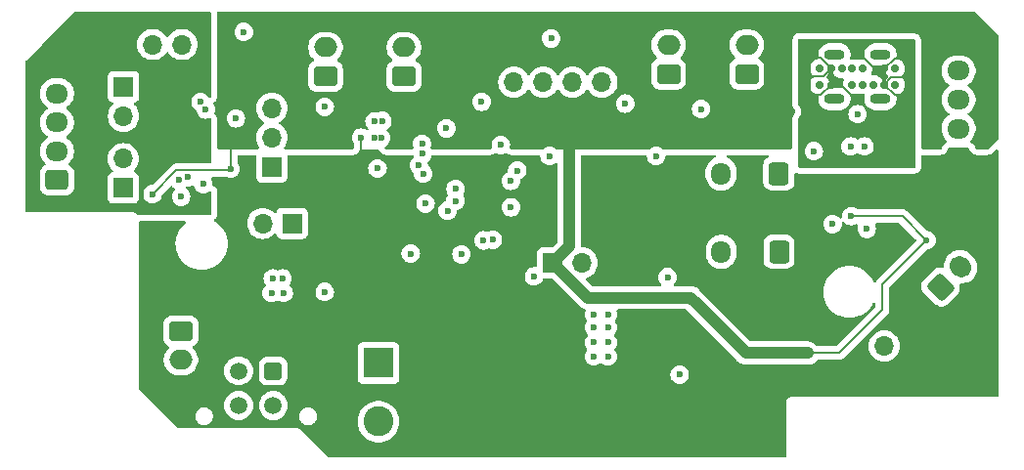
<source format=gbr>
%TF.GenerationSoftware,KiCad,Pcbnew,8.0.2-1*%
%TF.CreationDate,2024-05-27T23:14:56-04:00*%
%TF.ProjectId,checkpoint,63686563-6b70-46f6-996e-742e6b696361,v1.1*%
%TF.SameCoordinates,Original*%
%TF.FileFunction,Copper,L2,Inr*%
%TF.FilePolarity,Positive*%
%FSLAX46Y46*%
G04 Gerber Fmt 4.6, Leading zero omitted, Abs format (unit mm)*
G04 Created by KiCad (PCBNEW 8.0.2-1) date 2024-05-27 23:14:56*
%MOMM*%
%LPD*%
G01*
G04 APERTURE LIST*
G04 Aperture macros list*
%AMRoundRect*
0 Rectangle with rounded corners*
0 $1 Rounding radius*
0 $2 $3 $4 $5 $6 $7 $8 $9 X,Y pos of 4 corners*
0 Add a 4 corners polygon primitive as box body*
4,1,4,$2,$3,$4,$5,$6,$7,$8,$9,$2,$3,0*
0 Add four circle primitives for the rounded corners*
1,1,$1+$1,$2,$3*
1,1,$1+$1,$4,$5*
1,1,$1+$1,$6,$7*
1,1,$1+$1,$8,$9*
0 Add four rect primitives between the rounded corners*
20,1,$1+$1,$2,$3,$4,$5,0*
20,1,$1+$1,$4,$5,$6,$7,0*
20,1,$1+$1,$6,$7,$8,$9,0*
20,1,$1+$1,$8,$9,$2,$3,0*%
%AMHorizOval*
0 Thick line with rounded ends*
0 $1 width*
0 $2 $3 position (X,Y) of the first rounded end (center of the circle)*
0 $4 $5 position (X,Y) of the second rounded end (center of the circle)*
0 Add line between two ends*
20,1,$1,$2,$3,$4,$5,0*
0 Add two circle primitives to create the rounded ends*
1,1,$1,$2,$3*
1,1,$1,$4,$5*%
G04 Aperture macros list end*
%TA.AperFunction,ComponentPad*%
%ADD10RoundRect,0.250000X0.750000X-0.600000X0.750000X0.600000X-0.750000X0.600000X-0.750000X-0.600000X0*%
%TD*%
%TA.AperFunction,ComponentPad*%
%ADD11O,2.000000X1.700000*%
%TD*%
%TA.AperFunction,ComponentPad*%
%ADD12R,1.700000X1.700000*%
%TD*%
%TA.AperFunction,ComponentPad*%
%ADD13O,1.700000X1.700000*%
%TD*%
%TA.AperFunction,ComponentPad*%
%ADD14RoundRect,0.250000X-0.750000X0.600000X-0.750000X-0.600000X0.750000X-0.600000X0.750000X0.600000X0*%
%TD*%
%TA.AperFunction,ComponentPad*%
%ADD15R,2.600000X2.600000*%
%TD*%
%TA.AperFunction,ComponentPad*%
%ADD16C,2.600000*%
%TD*%
%TA.AperFunction,ComponentPad*%
%ADD17RoundRect,0.250000X0.600000X0.725000X-0.600000X0.725000X-0.600000X-0.725000X0.600000X-0.725000X0*%
%TD*%
%TA.AperFunction,ComponentPad*%
%ADD18O,1.700000X1.950000*%
%TD*%
%TA.AperFunction,ComponentPad*%
%ADD19C,0.600000*%
%TD*%
%TA.AperFunction,ComponentPad*%
%ADD20RoundRect,0.250000X0.725000X-0.600000X0.725000X0.600000X-0.725000X0.600000X-0.725000X-0.600000X0*%
%TD*%
%TA.AperFunction,ComponentPad*%
%ADD21O,1.950000X1.700000*%
%TD*%
%TA.AperFunction,ComponentPad*%
%ADD22RoundRect,0.150000X-0.150000X-0.150000X0.150000X-0.150000X0.150000X0.150000X-0.150000X0.150000X0*%
%TD*%
%TA.AperFunction,ComponentPad*%
%ADD23O,1.800000X0.900000*%
%TD*%
%TA.AperFunction,ComponentPad*%
%ADD24RoundRect,0.250001X0.499999X0.499999X-0.499999X0.499999X-0.499999X-0.499999X0.499999X-0.499999X0*%
%TD*%
%TA.AperFunction,ComponentPad*%
%ADD25C,1.500000*%
%TD*%
%TA.AperFunction,ComponentPad*%
%ADD26RoundRect,0.250000X0.088388X-0.936916X0.936916X-0.088388X-0.088388X0.936916X-0.936916X0.088388X0*%
%TD*%
%TA.AperFunction,ComponentPad*%
%ADD27HorizOval,1.700000X-0.088388X0.088388X0.088388X-0.088388X0*%
%TD*%
%TA.AperFunction,ViaPad*%
%ADD28C,0.600000*%
%TD*%
%TA.AperFunction,Conductor*%
%ADD29C,1.000000*%
%TD*%
%TA.AperFunction,Conductor*%
%ADD30C,0.200000*%
%TD*%
G04 APERTURE END LIST*
D10*
%TO.N,Net-(J1-Pin_1)*%
%TO.C,J1*%
X27039592Y-7108882D03*
D11*
%TO.N,GND*%
X27039592Y-4608882D03*
%TD*%
D12*
%TO.N,/CANBUS/120R*%
%TO.C,JP1*%
X24144592Y-19858882D03*
D13*
%TO.N,Net-(JP1-B)*%
X21604592Y-19858882D03*
%TD*%
D10*
%TO.N,Net-(J2-Pin_1)*%
%TO.C,J2*%
X33824592Y-7108882D03*
D11*
%TO.N,GND*%
X33824592Y-4608882D03*
%TD*%
D14*
%TO.N,CAN_N*%
%TO.C,J10*%
X14515000Y-29190000D03*
D11*
%TO.N,CAN_P*%
X14515000Y-31690000D03*
%TD*%
D15*
%TO.N,GND*%
%TO.C,J18*%
X31625000Y-31955000D03*
D16*
%TO.N,VOUT*%
X31625000Y-37035000D03*
%TD*%
D12*
%TO.N,+5V*%
%TO.C,JP2*%
X77953454Y-30490000D03*
D13*
%TO.N,Net-(D7-K)*%
X75413454Y-30490000D03*
%TD*%
D12*
%TO.N,FORCE_N*%
%TO.C,J8*%
X9539592Y-16788882D03*
D13*
%TO.N,RTDIN_N*%
X9539592Y-14248882D03*
%TD*%
D17*
%TO.N,GND*%
%TO.C,J15*%
X66300000Y-22320000D03*
D18*
%TO.N,+5V*%
X63800000Y-22320000D03*
%TO.N,Net-(J15-Pin_3)*%
X61300000Y-22320000D03*
%TD*%
D19*
%TO.N,GND*%
%TO.C,U6*%
X51479592Y-31378882D03*
X51479592Y-30178882D03*
X51479592Y-28878882D03*
X51479592Y-27778882D03*
X50279592Y-31378882D03*
X50279592Y-30178882D03*
X50279592Y-28878882D03*
X50279592Y-27778882D03*
%TD*%
D12*
%TO.N,+3.3V*%
%TO.C,J16*%
X40810000Y-7630000D03*
D13*
%TO.N,SWDIO*%
X43350000Y-7630000D03*
%TO.N,GND*%
X45890000Y-7630000D03*
%TO.N,SWCLK*%
X48430000Y-7630000D03*
%TO.N,RESET*%
X50970000Y-7630000D03*
%TD*%
D12*
%TO.N,GND*%
%TO.C,J6*%
X9534592Y-4358882D03*
D13*
%TO.N,FORCE2*%
X12074592Y-4358882D03*
%TO.N,FORCE_P*%
X14614592Y-4358882D03*
%TD*%
D10*
%TO.N,Net-(J3-Pin_1)*%
%TO.C,J3*%
X56739592Y-6908882D03*
D11*
%TO.N,GND*%
X56739592Y-4408882D03*
%TD*%
D12*
%TO.N,FORCE_P*%
%TO.C,J5*%
X9549592Y-8019471D03*
D13*
%TO.N,RTDIN_P*%
X9549592Y-10559471D03*
%TD*%
D12*
%TO.N,+3.3V*%
%TO.C,J11*%
X46719592Y-23278882D03*
D13*
%TO.N,SWCLK*%
X49259592Y-23278882D03*
%TD*%
D17*
%TO.N,GND*%
%TO.C,J14*%
X66290000Y-15535000D03*
D18*
%TO.N,+5V*%
X63790000Y-15535000D03*
%TO.N,SERVO_PWM*%
X61290000Y-15535000D03*
%TD*%
D20*
%TO.N,FORCE_N*%
%TO.C,J7*%
X3790000Y-16110000D03*
D21*
%TO.N,RTDIN_N*%
X3790000Y-13610000D03*
%TO.N,RTDIN_P*%
X3790000Y-11110000D03*
%TO.N,FORCE_P*%
X3790000Y-8610000D03*
%TD*%
D20*
%TO.N,+5V*%
%TO.C,J13*%
X81840000Y-14140000D03*
D21*
%TO.N,GND*%
X81840000Y-11640000D03*
%TO.N,I2C_SCL*%
X81840000Y-9140000D03*
%TO.N,I2C_SDA*%
X81840000Y-6640000D03*
%TD*%
D22*
%TO.N,GND*%
%TO.C,J17*%
X69840000Y-6450000D03*
%TO.N,VBUS*%
X70790000Y-6450000D03*
%TO.N,Net-(J17-CC1)*%
X71740000Y-6450000D03*
%TO.N,D_P*%
X72640000Y-6450000D03*
%TO.N,D_N*%
X73540000Y-6450000D03*
%TO.N,VBUS*%
X75390000Y-6450000D03*
%TO.N,GND*%
X76340000Y-6450000D03*
X76340000Y-7850000D03*
%TO.N,VBUS*%
X75390000Y-7850000D03*
%TO.N,Net-(J17-CC1)*%
X74440000Y-7850000D03*
%TO.N,D_P*%
X73540000Y-7850000D03*
%TO.N,D_N*%
X72640000Y-7850000D03*
%TO.N,VBUS*%
X70790000Y-7850000D03*
%TO.N,GND*%
X69840000Y-7850000D03*
D23*
X71090000Y-5220000D03*
X71090000Y-9080000D03*
X75090000Y-5220000D03*
X75090000Y-9080000D03*
%TD*%
D12*
%TO.N,430R*%
%TO.C,J9*%
X22379592Y-14958882D03*
D13*
%TO.N,ISENSOR*%
X22379592Y-12418882D03*
%TO.N,4300R*%
X22379592Y-9878882D03*
%TD*%
D10*
%TO.N,Net-(J4-Pin_1)*%
%TO.C,J4*%
X63509592Y-6908882D03*
D11*
%TO.N,GND*%
X63509592Y-4408882D03*
%TD*%
D24*
%TO.N,GND*%
%TO.C,J19*%
X22519592Y-32638882D03*
D25*
%TO.N,CAN_N*%
X19519592Y-32638882D03*
%TO.N,VIN*%
X22519592Y-35638882D03*
%TO.N,CAN_P*%
X19519592Y-35638882D03*
%TD*%
D26*
%TO.N,Net-(J12-Pin_1)*%
%TO.C,J12*%
X80271752Y-25377286D03*
D27*
%TO.N,GND*%
X82039519Y-23609519D03*
%TO.N,+5V*%
X83807286Y-21841752D03*
%TD*%
D28*
%TO.N,T0*%
X26970000Y-9760000D03*
X40550000Y-9320000D03*
%TO.N,GND*%
X12669592Y-14648882D03*
X43090000Y-18460000D03*
X23320000Y-24630000D03*
X22360000Y-25896382D03*
X31870000Y-12470000D03*
X6900000Y-17770000D03*
X23430000Y-25896382D03*
X22475000Y-24635000D03*
X16669592Y-11783293D03*
X31284592Y-11008882D03*
X26970000Y-25790000D03*
X43080000Y-16180000D03*
X31540000Y-15100000D03*
X73094591Y-10395643D03*
X31280000Y-12430000D03*
X14719592Y-13683293D03*
X31959592Y-10983882D03*
X46570000Y-3830000D03*
X6920000Y-6610000D03*
X15930000Y-18320000D03*
X34420000Y-22480000D03*
%TO.N,T3*%
X59550000Y-9950000D03*
X52990000Y-9480000D03*
%TO.N,+3.3V*%
X59195000Y-26855000D03*
X18810000Y-12090000D03*
X18250000Y-2880000D03*
X23630000Y-7920000D03*
X55470000Y-11380000D03*
X43810000Y-2390000D03*
X68790000Y-31100000D03*
X65870000Y-31080000D03*
X19400000Y-7500000D03*
X47221709Y-2230000D03*
X72560000Y-19235000D03*
X12069592Y-17320000D03*
X79070000Y-21310000D03*
X67410000Y-10170000D03*
X18810000Y-15140000D03*
X51270000Y-3120000D03*
%TO.N,+5V*%
X63350000Y-35500000D03*
X56850000Y-35480000D03*
X30110000Y-12430000D03*
X66000000Y-25900000D03*
X61369592Y-35508882D03*
X59020000Y-35500000D03*
X55700000Y-27590000D03*
X64290000Y-34610000D03*
%TO.N,RESET*%
X46435044Y-14016426D03*
X55660808Y-14020000D03*
%TO.N,Y_ENDSTOP*%
X69310000Y-13600000D03*
X42210000Y-13060000D03*
%TO.N,VBUS*%
X76190000Y-14060000D03*
X73094592Y-12095643D03*
X75260000Y-12550000D03*
%TO.N,Net-(J1-Pin_1)*%
X19970000Y-3270000D03*
%TO.N,RGB_DATA*%
X56645000Y-24520000D03*
X45090000Y-24450000D03*
%TO.N,ISENSOR*%
X16220000Y-9320000D03*
%TO.N,SERVO_PWM*%
X43645000Y-15285000D03*
%TO.N,SWCLK*%
X37599884Y-18758660D03*
X38810000Y-22540000D03*
%TO.N,SWDIO*%
X37504592Y-11620000D03*
X35690240Y-18141381D03*
X57700000Y-32970000D03*
%TO.N,MISO*%
X16459410Y-16460882D03*
X35457517Y-13807517D03*
%TO.N,PT_CS*%
X35500000Y-15550000D03*
X14534000Y-17544000D03*
%TO.N,MOSI*%
X35106331Y-14829748D03*
X14383721Y-16108025D03*
%TO.N,Net-(U1-BIAS)*%
X19275000Y-10760000D03*
X16665735Y-9994265D03*
%TO.N,SCK*%
X15144592Y-15860882D03*
X35400000Y-12970000D03*
%TO.N,USB_N*%
X38300000Y-16880000D03*
X72486347Y-13192894D03*
%TO.N,USB_P*%
X73701277Y-13196655D03*
X38290000Y-17910000D03*
%TO.N,I2C_SDA*%
X41525814Y-21289226D03*
X70930000Y-19920000D03*
%TO.N,I2C_SCL*%
X73890000Y-20340000D03*
X40721865Y-21333633D03*
%TD*%
D29*
%TO.N,+3.3V*%
X58640000Y-26300000D02*
X59195000Y-26855000D01*
D30*
X75250000Y-25130000D02*
X75250000Y-27330000D01*
X18690000Y-15260000D02*
X14129592Y-15260000D01*
X14129592Y-15260000D02*
X12069592Y-17320000D01*
X72560000Y-19235000D02*
X76995000Y-19235000D01*
D29*
X65870000Y-31080000D02*
X68770000Y-31080000D01*
X68770000Y-31080000D02*
X68790000Y-31100000D01*
X49740710Y-26300000D02*
X46719592Y-23278882D01*
X57860000Y-26300000D02*
X58640000Y-26300000D01*
X46719592Y-23278882D02*
X48160000Y-21838474D01*
X59195000Y-26855000D02*
X63420000Y-31080000D01*
D30*
X18810000Y-15140000D02*
X18810000Y-12090000D01*
D29*
X48160000Y-21838474D02*
X48160000Y-13120000D01*
D30*
X79070000Y-21310000D02*
X75250000Y-25130000D01*
X76995000Y-19235000D02*
X79070000Y-21310000D01*
X75250000Y-27330000D02*
X71480000Y-31100000D01*
D29*
X57860000Y-26300000D02*
X49740710Y-26300000D01*
D30*
X71480000Y-31100000D02*
X68790000Y-31100000D01*
D29*
X63420000Y-31080000D02*
X65870000Y-31080000D01*
D30*
X18810000Y-15140000D02*
X18690000Y-15260000D01*
%TO.N,+5V*%
X30110000Y-12430000D02*
X30110000Y-14140000D01*
%TO.N,VBUS*%
X69880000Y-8760000D02*
X69560000Y-8760000D01*
X76290000Y-5550000D02*
X76580000Y-5550000D01*
X74570000Y-6450000D02*
X73680000Y-5560000D01*
X70790000Y-6450000D02*
X70160000Y-7080000D01*
X76020000Y-7220000D02*
X77050000Y-7220000D01*
X69880000Y-5540000D02*
X69530000Y-5540000D01*
X76290000Y-8750000D02*
X76690000Y-8750000D01*
X73680000Y-5560000D02*
X73520000Y-5560000D01*
X70790000Y-7850000D02*
X69880000Y-8760000D01*
X71659448Y-7850000D02*
X72559448Y-8750000D01*
X70160000Y-7080000D02*
X69150000Y-7080000D01*
X75390000Y-6450000D02*
X76290000Y-5550000D01*
X70790000Y-6450000D02*
X69880000Y-5540000D01*
X75390000Y-7850000D02*
X76020000Y-7220000D01*
X75390000Y-6450000D02*
X74570000Y-6450000D01*
X72559448Y-8750000D02*
X72570000Y-8750000D01*
X70790000Y-7850000D02*
X71659448Y-7850000D01*
X75390000Y-7850000D02*
X76290000Y-8750000D01*
%TD*%
%TA.AperFunction,Conductor*%
%TO.N,+5V*%
G36*
X31666077Y-13479685D02*
G01*
X31711832Y-13532489D01*
X31718012Y-13549056D01*
X31720493Y-13557504D01*
X31720495Y-13557507D01*
X31798277Y-13678537D01*
X31798285Y-13678548D01*
X31844029Y-13731340D01*
X31844032Y-13731343D01*
X31844036Y-13731347D01*
X31952770Y-13825567D01*
X31952773Y-13825568D01*
X31952774Y-13825569D01*
X32047031Y-13868616D01*
X32083647Y-13885338D01*
X32150686Y-13905023D01*
X32150690Y-13905024D01*
X32293106Y-13925500D01*
X32293109Y-13925500D01*
X34534610Y-13925500D01*
X34539884Y-13925244D01*
X34556299Y-13924448D01*
X34624213Y-13940861D01*
X34672472Y-13991386D01*
X34679347Y-14007345D01*
X34688361Y-14033104D01*
X34691924Y-14102883D01*
X34657196Y-14163511D01*
X34637294Y-14179053D01*
X34604075Y-14199926D01*
X34604070Y-14199930D01*
X34476515Y-14327485D01*
X34380542Y-14480224D01*
X34320962Y-14650493D01*
X34320961Y-14650498D01*
X34300766Y-14829744D01*
X34300766Y-14829751D01*
X34320961Y-15008997D01*
X34320962Y-15009002D01*
X34380542Y-15179271D01*
X34476515Y-15332010D01*
X34604071Y-15459566D01*
X34639790Y-15482009D01*
X34686082Y-15534343D01*
X34697039Y-15573119D01*
X34714630Y-15729250D01*
X34714631Y-15729254D01*
X34774211Y-15899523D01*
X34837817Y-16000750D01*
X34870184Y-16052262D01*
X34997738Y-16179816D01*
X35150478Y-16275789D01*
X35248299Y-16310018D01*
X35320745Y-16335368D01*
X35320750Y-16335369D01*
X35499996Y-16355565D01*
X35500000Y-16355565D01*
X35500004Y-16355565D01*
X35679249Y-16335369D01*
X35679252Y-16335368D01*
X35679255Y-16335368D01*
X35849522Y-16275789D01*
X36002262Y-16179816D01*
X36129816Y-16052262D01*
X36225789Y-15899522D01*
X36285368Y-15729255D01*
X36302960Y-15573119D01*
X36305565Y-15550003D01*
X36305565Y-15549996D01*
X36285369Y-15370750D01*
X36285368Y-15370745D01*
X36267351Y-15319255D01*
X36225789Y-15200478D01*
X36129816Y-15047738D01*
X36002262Y-14920184D01*
X35966538Y-14897737D01*
X35920248Y-14845403D01*
X35909291Y-14806627D01*
X35891700Y-14650498D01*
X35891697Y-14650485D01*
X35875486Y-14604157D01*
X35871924Y-14534378D01*
X35906652Y-14473751D01*
X35926548Y-14458212D01*
X35959779Y-14437333D01*
X36087333Y-14309779D01*
X36183306Y-14157039D01*
X36235266Y-14008546D01*
X36275988Y-13951769D01*
X36340941Y-13926022D01*
X36352308Y-13925500D01*
X41313101Y-13925500D01*
X41313115Y-13925500D01*
X41362016Y-13923129D01*
X41379765Y-13921403D01*
X41385877Y-13920810D01*
X41385880Y-13920809D01*
X41385896Y-13920808D01*
X41434346Y-13913716D01*
X41570153Y-13866196D01*
X41632147Y-13833969D01*
X41706879Y-13780368D01*
X41772825Y-13757293D01*
X41840781Y-13773534D01*
X41845121Y-13776140D01*
X41860474Y-13785787D01*
X41860475Y-13785787D01*
X41860478Y-13785789D01*
X41974163Y-13825569D01*
X42030745Y-13845368D01*
X42030750Y-13845369D01*
X42209996Y-13865565D01*
X42210000Y-13865565D01*
X42210004Y-13865565D01*
X42389249Y-13845369D01*
X42389251Y-13845368D01*
X42389255Y-13845368D01*
X42389258Y-13845366D01*
X42389262Y-13845366D01*
X42453077Y-13823035D01*
X42559522Y-13785789D01*
X42575152Y-13775967D01*
X42642383Y-13756966D01*
X42709219Y-13777331D01*
X42722321Y-13787243D01*
X42766549Y-13825567D01*
X42766552Y-13825568D01*
X42766553Y-13825569D01*
X42860810Y-13868616D01*
X42897426Y-13885338D01*
X42964465Y-13905023D01*
X42964469Y-13905024D01*
X43106885Y-13925500D01*
X45508421Y-13925500D01*
X45575460Y-13945185D01*
X45621215Y-13997989D01*
X45631641Y-14035617D01*
X45649674Y-14195675D01*
X45649675Y-14195680D01*
X45709255Y-14365949D01*
X45787622Y-14490668D01*
X45805228Y-14518688D01*
X45932782Y-14646242D01*
X46085522Y-14742215D01*
X46136323Y-14759991D01*
X46255789Y-14801794D01*
X46255794Y-14801795D01*
X46435040Y-14821991D01*
X46435044Y-14821991D01*
X46435048Y-14821991D01*
X46614293Y-14801795D01*
X46614296Y-14801794D01*
X46614299Y-14801794D01*
X46784566Y-14742215D01*
X46937306Y-14646242D01*
X46947819Y-14635729D01*
X47009142Y-14602244D01*
X47078834Y-14607228D01*
X47134767Y-14649100D01*
X47159184Y-14714564D01*
X47159500Y-14723410D01*
X47159500Y-21372691D01*
X47139815Y-21439730D01*
X47123181Y-21460372D01*
X46691489Y-21892063D01*
X46630166Y-21925548D01*
X46603808Y-21928382D01*
X45821721Y-21928382D01*
X45821715Y-21928383D01*
X45762108Y-21934790D01*
X45627263Y-21985084D01*
X45627256Y-21985088D01*
X45512047Y-22071334D01*
X45512044Y-22071337D01*
X45425798Y-22186546D01*
X45425794Y-22186553D01*
X45375500Y-22321399D01*
X45369093Y-22380998D01*
X45369092Y-22381017D01*
X45369092Y-23537124D01*
X45349407Y-23604163D01*
X45296603Y-23649918D01*
X45231209Y-23660344D01*
X45090004Y-23644435D01*
X45089996Y-23644435D01*
X44910750Y-23664630D01*
X44910745Y-23664631D01*
X44740476Y-23724211D01*
X44587737Y-23820184D01*
X44460184Y-23947737D01*
X44364211Y-24100476D01*
X44304631Y-24270745D01*
X44304630Y-24270750D01*
X44284435Y-24449996D01*
X44284435Y-24450003D01*
X44304630Y-24629249D01*
X44304631Y-24629254D01*
X44364211Y-24799523D01*
X44430602Y-24905183D01*
X44460184Y-24952262D01*
X44587738Y-25079816D01*
X44669566Y-25131232D01*
X44698069Y-25149142D01*
X44740478Y-25175789D01*
X44863494Y-25218834D01*
X44910745Y-25235368D01*
X44910750Y-25235369D01*
X45089996Y-25255565D01*
X45090000Y-25255565D01*
X45090004Y-25255565D01*
X45269249Y-25235369D01*
X45269252Y-25235368D01*
X45269255Y-25235368D01*
X45439522Y-25175789D01*
X45592262Y-25079816D01*
X45719816Y-24952262D01*
X45815789Y-24799522D01*
X45846264Y-24712425D01*
X45886985Y-24655651D01*
X45951938Y-24629903D01*
X45963306Y-24629381D01*
X46603809Y-24629381D01*
X46670848Y-24649066D01*
X46691490Y-24665700D01*
X48960445Y-26934655D01*
X48960474Y-26934686D01*
X49102924Y-27077136D01*
X49102928Y-27077139D01*
X49266789Y-27186628D01*
X49266802Y-27186635D01*
X49395543Y-27239961D01*
X49448869Y-27262049D01*
X49448874Y-27262051D01*
X49461712Y-27264604D01*
X49523623Y-27296986D01*
X49558199Y-27357701D01*
X49554566Y-27427176D01*
X49494224Y-27599624D01*
X49494222Y-27599632D01*
X49474027Y-27778878D01*
X49474027Y-27778885D01*
X49494222Y-27958131D01*
X49494223Y-27958136D01*
X49553803Y-28128405D01*
X49638319Y-28262910D01*
X49657319Y-28330146D01*
X49638319Y-28394854D01*
X49553803Y-28529358D01*
X49494223Y-28699627D01*
X49494222Y-28699632D01*
X49474027Y-28878878D01*
X49474027Y-28878885D01*
X49494222Y-29058131D01*
X49494223Y-29058136D01*
X49553803Y-29228405D01*
X49649776Y-29381144D01*
X49709833Y-29441201D01*
X49743318Y-29502524D01*
X49738334Y-29572216D01*
X49709833Y-29616563D01*
X49649776Y-29676619D01*
X49553803Y-29829358D01*
X49494223Y-29999627D01*
X49494222Y-29999632D01*
X49474027Y-30178878D01*
X49474027Y-30178885D01*
X49494222Y-30358131D01*
X49494223Y-30358136D01*
X49553803Y-30528405D01*
X49649776Y-30681144D01*
X49659833Y-30691201D01*
X49693318Y-30752524D01*
X49688334Y-30822216D01*
X49659833Y-30866563D01*
X49649776Y-30876619D01*
X49553803Y-31029358D01*
X49494223Y-31199627D01*
X49494222Y-31199632D01*
X49474027Y-31378878D01*
X49474027Y-31378885D01*
X49494222Y-31558131D01*
X49494223Y-31558136D01*
X49553803Y-31728405D01*
X49627479Y-31845659D01*
X49649776Y-31881144D01*
X49777330Y-32008698D01*
X49830411Y-32042051D01*
X49904916Y-32088866D01*
X49930070Y-32104671D01*
X50100337Y-32164250D01*
X50100342Y-32164251D01*
X50279588Y-32184447D01*
X50279592Y-32184447D01*
X50279596Y-32184447D01*
X50458841Y-32164251D01*
X50458844Y-32164250D01*
X50458847Y-32164250D01*
X50629114Y-32104671D01*
X50781854Y-32008698D01*
X50791911Y-31998641D01*
X50853234Y-31965156D01*
X50922926Y-31970140D01*
X50967273Y-31998641D01*
X50977330Y-32008698D01*
X51030411Y-32042051D01*
X51104916Y-32088866D01*
X51130070Y-32104671D01*
X51300337Y-32164250D01*
X51300342Y-32164251D01*
X51479588Y-32184447D01*
X51479592Y-32184447D01*
X51479596Y-32184447D01*
X51658841Y-32164251D01*
X51658844Y-32164250D01*
X51658847Y-32164250D01*
X51829114Y-32104671D01*
X51981854Y-32008698D01*
X52109408Y-31881144D01*
X52205381Y-31728404D01*
X52264960Y-31558137D01*
X52265676Y-31551782D01*
X52285157Y-31378885D01*
X52285157Y-31378878D01*
X52264961Y-31199632D01*
X52264960Y-31199627D01*
X52205380Y-31029358D01*
X52109407Y-30876619D01*
X52099351Y-30866563D01*
X52065866Y-30805240D01*
X52070850Y-30735548D01*
X52099351Y-30691201D01*
X52109408Y-30681144D01*
X52205381Y-30528404D01*
X52264960Y-30358137D01*
X52271188Y-30302861D01*
X52285157Y-30178885D01*
X52285157Y-30178878D01*
X52264961Y-29999632D01*
X52264960Y-29999627D01*
X52209110Y-29840018D01*
X52205381Y-29829360D01*
X52194580Y-29812171D01*
X52109407Y-29676619D01*
X52049351Y-29616563D01*
X52015866Y-29555240D01*
X52020850Y-29485548D01*
X52049351Y-29441201D01*
X52109408Y-29381144D01*
X52205381Y-29228404D01*
X52264960Y-29058137D01*
X52285157Y-28878882D01*
X52264960Y-28699627D01*
X52205381Y-28529360D01*
X52205380Y-28529358D01*
X52205380Y-28529357D01*
X52147473Y-28437200D01*
X52120864Y-28394852D01*
X52101864Y-28327618D01*
X52120865Y-28262910D01*
X52205381Y-28128404D01*
X52264960Y-27958137D01*
X52270926Y-27905186D01*
X52285157Y-27778885D01*
X52285157Y-27778878D01*
X52264961Y-27599632D01*
X52264958Y-27599619D01*
X52218012Y-27465455D01*
X52214450Y-27395676D01*
X52249178Y-27335049D01*
X52311172Y-27302821D01*
X52335053Y-27300500D01*
X57761459Y-27300500D01*
X58174217Y-27300500D01*
X58241256Y-27320185D01*
X58261898Y-27336819D01*
X58564284Y-27639205D01*
X58564289Y-27639209D01*
X62642860Y-31717781D01*
X62642861Y-31717782D01*
X62721365Y-31796286D01*
X62782219Y-31857140D01*
X62812150Y-31877139D01*
X62946086Y-31966632D01*
X63053790Y-32011244D01*
X63128164Y-32042051D01*
X63145735Y-32045546D01*
X63189666Y-32054284D01*
X63321456Y-32080500D01*
X63321459Y-32080500D01*
X63321460Y-32080500D01*
X63518540Y-32080500D01*
X65771459Y-32080500D01*
X68578702Y-32080500D01*
X68602892Y-32082882D01*
X68691458Y-32100499D01*
X68691459Y-32100500D01*
X68691460Y-32100500D01*
X68888542Y-32100500D01*
X68888543Y-32100499D01*
X69081836Y-32062051D01*
X69263914Y-31986631D01*
X69427781Y-31877139D01*
X69485376Y-31819544D01*
X69568102Y-31736819D01*
X69629425Y-31703334D01*
X69655783Y-31700500D01*
X71393331Y-31700500D01*
X71393347Y-31700501D01*
X71400943Y-31700501D01*
X71559054Y-31700501D01*
X71559057Y-31700501D01*
X71711785Y-31659577D01*
X71781576Y-31619283D01*
X71848716Y-31580520D01*
X71960520Y-31468716D01*
X71960520Y-31468714D01*
X71970724Y-31458511D01*
X71970728Y-31458506D01*
X72939235Y-30489999D01*
X74057795Y-30489999D01*
X74057795Y-30490000D01*
X74078390Y-30725403D01*
X74078392Y-30725413D01*
X74139548Y-30953655D01*
X74139550Y-30953659D01*
X74139551Y-30953663D01*
X74239419Y-31167830D01*
X74239421Y-31167834D01*
X74347735Y-31322521D01*
X74374959Y-31361401D01*
X74542053Y-31528495D01*
X74638838Y-31596265D01*
X74735619Y-31664032D01*
X74735621Y-31664033D01*
X74735624Y-31664035D01*
X74949791Y-31763903D01*
X75178046Y-31825063D01*
X75366372Y-31841539D01*
X75413453Y-31845659D01*
X75413454Y-31845659D01*
X75413455Y-31845659D01*
X75452688Y-31842226D01*
X75648862Y-31825063D01*
X75877117Y-31763903D01*
X76091284Y-31664035D01*
X76284855Y-31528495D01*
X76451949Y-31361401D01*
X76587489Y-31167830D01*
X76687357Y-30953663D01*
X76748517Y-30725408D01*
X76769113Y-30490000D01*
X76768627Y-30484450D01*
X76752267Y-30297452D01*
X76748517Y-30254592D01*
X76687357Y-30026337D01*
X76587489Y-29812171D01*
X76471699Y-29646804D01*
X76451948Y-29618597D01*
X76284856Y-29451506D01*
X76284849Y-29451501D01*
X76091288Y-29315967D01*
X76091284Y-29315965D01*
X76091282Y-29315964D01*
X75877117Y-29216097D01*
X75877113Y-29216096D01*
X75877109Y-29216094D01*
X75648867Y-29154938D01*
X75648857Y-29154936D01*
X75413455Y-29134341D01*
X75413453Y-29134341D01*
X75178050Y-29154936D01*
X75178040Y-29154938D01*
X74949798Y-29216094D01*
X74949789Y-29216098D01*
X74735625Y-29315964D01*
X74735623Y-29315965D01*
X74542051Y-29451505D01*
X74374959Y-29618597D01*
X74239419Y-29812169D01*
X74239418Y-29812171D01*
X74139552Y-30026335D01*
X74139548Y-30026344D01*
X74078392Y-30254586D01*
X74078390Y-30254596D01*
X74057795Y-30489999D01*
X72939235Y-30489999D01*
X75608506Y-27820728D01*
X75608511Y-27820724D01*
X75618714Y-27810520D01*
X75618716Y-27810520D01*
X75730520Y-27698716D01*
X75787729Y-27599627D01*
X75809577Y-27561785D01*
X75850500Y-27409057D01*
X75850500Y-27250943D01*
X75850500Y-25430096D01*
X75870185Y-25363057D01*
X75886814Y-25342420D01*
X76028054Y-25201180D01*
X78584335Y-25201180D01*
X78584335Y-25376614D01*
X78584336Y-25376625D01*
X78624794Y-25547328D01*
X78641157Y-25579909D01*
X78703533Y-25704112D01*
X78703535Y-25704115D01*
X78703537Y-25704118D01*
X78768780Y-25784208D01*
X78768790Y-25784220D01*
X79864818Y-26880246D01*
X79944926Y-26945505D01*
X80101707Y-27024242D01*
X80101709Y-27024243D01*
X80244252Y-27058027D01*
X80272420Y-27064703D01*
X80272423Y-27064703D01*
X80447858Y-27064703D01*
X80447861Y-27064703D01*
X80540259Y-27042803D01*
X80618571Y-27024243D01*
X80618572Y-27024242D01*
X80618574Y-27024242D01*
X80775355Y-26945505D01*
X80855462Y-26880248D01*
X81774712Y-25960996D01*
X81839971Y-25880889D01*
X81918708Y-25724108D01*
X81920362Y-25717132D01*
X81959167Y-25553402D01*
X81959169Y-25553395D01*
X81959169Y-25377954D01*
X81945131Y-25318724D01*
X81917230Y-25201004D01*
X81920923Y-25131232D01*
X81961751Y-25074533D01*
X82026752Y-25048908D01*
X82037887Y-25048407D01*
X82234193Y-25048407D01*
X82234194Y-25048407D01*
X82444150Y-25015153D01*
X82646319Y-24949464D01*
X82835723Y-24852958D01*
X83007698Y-24728011D01*
X83158011Y-24577698D01*
X83282958Y-24405723D01*
X83379464Y-24216319D01*
X83445153Y-24014150D01*
X83478407Y-23804194D01*
X83478407Y-23591620D01*
X83445153Y-23381664D01*
X83379464Y-23179495D01*
X83282958Y-22990091D01*
X83158011Y-22818116D01*
X82830922Y-22491027D01*
X82658947Y-22366080D01*
X82469543Y-22269574D01*
X82267374Y-22203885D01*
X82267372Y-22203884D01*
X82267371Y-22203884D01*
X82106088Y-22178339D01*
X82057418Y-22170631D01*
X81844844Y-22170631D01*
X81796173Y-22178339D01*
X81634891Y-22203884D01*
X81432716Y-22269575D01*
X81243314Y-22366080D01*
X81071337Y-22491029D01*
X80921029Y-22641337D01*
X80796080Y-22813314D01*
X80699575Y-23002716D01*
X80633884Y-23204891D01*
X80600631Y-23414844D01*
X80600631Y-23611150D01*
X80580946Y-23678189D01*
X80528142Y-23723944D01*
X80458984Y-23733888D01*
X80448034Y-23731807D01*
X80271091Y-23689870D01*
X80271086Y-23689869D01*
X80271084Y-23689869D01*
X80095643Y-23689869D01*
X80095641Y-23689869D01*
X80095635Y-23689870D01*
X79924932Y-23730328D01*
X79820409Y-23782821D01*
X79768149Y-23809067D01*
X79768148Y-23809068D01*
X79768142Y-23809072D01*
X79688052Y-23874315D01*
X79688034Y-23874331D01*
X78768795Y-24793572D01*
X78768786Y-24793582D01*
X78703532Y-24873684D01*
X78624794Y-25030466D01*
X78584336Y-25201169D01*
X78584335Y-25201180D01*
X76028054Y-25201180D01*
X79088535Y-22140698D01*
X79149856Y-22107215D01*
X79162311Y-22105163D01*
X79249255Y-22095368D01*
X79419522Y-22035789D01*
X79572262Y-21939816D01*
X79699816Y-21812262D01*
X79795789Y-21659522D01*
X79855368Y-21489255D01*
X79855369Y-21489249D01*
X79875565Y-21310003D01*
X79875565Y-21309996D01*
X79855369Y-21130750D01*
X79855368Y-21130745D01*
X79853487Y-21125369D01*
X79795789Y-20960478D01*
X79789967Y-20951213D01*
X79721509Y-20842262D01*
X79699816Y-20807738D01*
X79572262Y-20680184D01*
X79557183Y-20670709D01*
X79419521Y-20584210D01*
X79271849Y-20532538D01*
X79249255Y-20524632D01*
X79249254Y-20524631D01*
X79249249Y-20524630D01*
X79162330Y-20514837D01*
X79097916Y-20487770D01*
X79088533Y-20479298D01*
X77482590Y-18873355D01*
X77482588Y-18873352D01*
X77363717Y-18754481D01*
X77363716Y-18754480D01*
X77261330Y-18695368D01*
X77261329Y-18695367D01*
X77226783Y-18675422D01*
X77170881Y-18660443D01*
X77074057Y-18634499D01*
X76915943Y-18634499D01*
X76908347Y-18634499D01*
X76908331Y-18634500D01*
X73142412Y-18634500D01*
X73075373Y-18614815D01*
X73065097Y-18607445D01*
X73062263Y-18605185D01*
X73062262Y-18605184D01*
X72998450Y-18565088D01*
X72909523Y-18509211D01*
X72739254Y-18449631D01*
X72739249Y-18449630D01*
X72560004Y-18429435D01*
X72559996Y-18429435D01*
X72380750Y-18449630D01*
X72380745Y-18449631D01*
X72210476Y-18509211D01*
X72057737Y-18605184D01*
X71930184Y-18732737D01*
X71834211Y-18885476D01*
X71774631Y-19055745D01*
X71774630Y-19055750D01*
X71754435Y-19234996D01*
X71754435Y-19235004D01*
X71762674Y-19308131D01*
X71750619Y-19376953D01*
X71703270Y-19428332D01*
X71635659Y-19445956D01*
X71569254Y-19424229D01*
X71551773Y-19409695D01*
X71432262Y-19290184D01*
X71279523Y-19194211D01*
X71109254Y-19134631D01*
X71109249Y-19134630D01*
X70930004Y-19114435D01*
X70929996Y-19114435D01*
X70750750Y-19134630D01*
X70750745Y-19134631D01*
X70580476Y-19194211D01*
X70427737Y-19290184D01*
X70300184Y-19417737D01*
X70204211Y-19570476D01*
X70144631Y-19740745D01*
X70144630Y-19740750D01*
X70124435Y-19919996D01*
X70124435Y-19920003D01*
X70144630Y-20099249D01*
X70144631Y-20099254D01*
X70204211Y-20269523D01*
X70248495Y-20340000D01*
X70300184Y-20422262D01*
X70427738Y-20549816D01*
X70580478Y-20645789D01*
X70750745Y-20705368D01*
X70750750Y-20705369D01*
X70929996Y-20725565D01*
X70930000Y-20725565D01*
X70930004Y-20725565D01*
X71109249Y-20705369D01*
X71109252Y-20705368D01*
X71109255Y-20705368D01*
X71279522Y-20645789D01*
X71432262Y-20549816D01*
X71559816Y-20422262D01*
X71655789Y-20269522D01*
X71715368Y-20099255D01*
X71715927Y-20094295D01*
X71735565Y-19920003D01*
X71735565Y-19919997D01*
X71728262Y-19855185D01*
X71727325Y-19846868D01*
X71739379Y-19778047D01*
X71786728Y-19726668D01*
X71854338Y-19709043D01*
X71920744Y-19730769D01*
X71938226Y-19745304D01*
X72057738Y-19864816D01*
X72210478Y-19960789D01*
X72323837Y-20000455D01*
X72380745Y-20020368D01*
X72380750Y-20020369D01*
X72559996Y-20040565D01*
X72560000Y-20040565D01*
X72560004Y-20040565D01*
X72739249Y-20020369D01*
X72739252Y-20020368D01*
X72739255Y-20020368D01*
X72909522Y-19960789D01*
X72949250Y-19935826D01*
X73016484Y-19916825D01*
X73083319Y-19937191D01*
X73128535Y-19990458D01*
X73137774Y-20059714D01*
X73132264Y-20081772D01*
X73104633Y-20160739D01*
X73104630Y-20160750D01*
X73084435Y-20339996D01*
X73084435Y-20340003D01*
X73104630Y-20519249D01*
X73104631Y-20519254D01*
X73164211Y-20689523D01*
X73249161Y-20824719D01*
X73260184Y-20842262D01*
X73387738Y-20969816D01*
X73440760Y-21003132D01*
X73506063Y-21044165D01*
X73540478Y-21065789D01*
X73666743Y-21109971D01*
X73710745Y-21125368D01*
X73710750Y-21125369D01*
X73889996Y-21145565D01*
X73890000Y-21145565D01*
X73890004Y-21145565D01*
X74069249Y-21125369D01*
X74069252Y-21125368D01*
X74069255Y-21125368D01*
X74239522Y-21065789D01*
X74392262Y-20969816D01*
X74519816Y-20842262D01*
X74615789Y-20689522D01*
X74675368Y-20519255D01*
X74677513Y-20500216D01*
X74695565Y-20340003D01*
X74695565Y-20339996D01*
X74675369Y-20160750D01*
X74675368Y-20160745D01*
X74619280Y-20000455D01*
X74615719Y-19930676D01*
X74650448Y-19870048D01*
X74712441Y-19837821D01*
X74736322Y-19835500D01*
X76694903Y-19835500D01*
X76761942Y-19855185D01*
X76782584Y-19871819D01*
X78133083Y-21222318D01*
X78166568Y-21283641D01*
X78161584Y-21353333D01*
X78133083Y-21397680D01*
X74881286Y-24649478D01*
X74769481Y-24761282D01*
X74769477Y-24761287D01*
X74724202Y-24839708D01*
X74724202Y-24839709D01*
X74690420Y-24898219D01*
X74688910Y-24901866D01*
X74686812Y-24904469D01*
X74686359Y-24905254D01*
X74686236Y-24905183D01*
X74645068Y-24956268D01*
X74578774Y-24978332D01*
X74511075Y-24961052D01*
X74463465Y-24909914D01*
X74463138Y-24909255D01*
X74390165Y-24761282D01*
X74344764Y-24669218D01*
X74180865Y-24423925D01*
X74055065Y-24280478D01*
X73986350Y-24202123D01*
X73764547Y-24007607D01*
X73519259Y-23843711D01*
X73519252Y-23843707D01*
X73254672Y-23713231D01*
X72975322Y-23618403D01*
X72975316Y-23618401D01*
X72975314Y-23618401D01*
X72685972Y-23560848D01*
X72685965Y-23560847D01*
X72685955Y-23560846D01*
X72391599Y-23541553D01*
X72391585Y-23541553D01*
X72097228Y-23560846D01*
X72097216Y-23560847D01*
X72097212Y-23560848D01*
X72097204Y-23560849D01*
X72097201Y-23560850D01*
X71807875Y-23618400D01*
X71807861Y-23618403D01*
X71528511Y-23713231D01*
X71263926Y-23843710D01*
X71018633Y-24007610D01*
X70796833Y-24202123D01*
X70602320Y-24423923D01*
X70438420Y-24669216D01*
X70307941Y-24933801D01*
X70213113Y-25213151D01*
X70213110Y-25213165D01*
X70155560Y-25502491D01*
X70155556Y-25502518D01*
X70136263Y-25796874D01*
X70136263Y-25796889D01*
X70155556Y-26091245D01*
X70155557Y-26091255D01*
X70155558Y-26091262D01*
X70180612Y-26217221D01*
X70213110Y-26380598D01*
X70213113Y-26380612D01*
X70307941Y-26659962D01*
X70438417Y-26924542D01*
X70438421Y-26924549D01*
X70602317Y-27169837D01*
X70796833Y-27391640D01*
X71018636Y-27586156D01*
X71087456Y-27632140D01*
X71263927Y-27750054D01*
X71528515Y-27880534D01*
X71807870Y-27975363D01*
X72097212Y-28032916D01*
X72125480Y-28034768D01*
X72391585Y-28052211D01*
X72391592Y-28052211D01*
X72391599Y-28052211D01*
X72627267Y-28036763D01*
X72685972Y-28032916D01*
X72975314Y-27975363D01*
X73254669Y-27880534D01*
X73519257Y-27750054D01*
X73764549Y-27586155D01*
X73986350Y-27391640D01*
X74180865Y-27169839D01*
X74344764Y-26924547D01*
X74414288Y-26783566D01*
X74461593Y-26732147D01*
X74529188Y-26714465D01*
X74595613Y-26736135D01*
X74639777Y-26790276D01*
X74649500Y-26838410D01*
X74649500Y-27029903D01*
X74629815Y-27096942D01*
X74613181Y-27117584D01*
X71267584Y-30463181D01*
X71206261Y-30496666D01*
X71179903Y-30499500D01*
X69655784Y-30499500D01*
X69588745Y-30479815D01*
X69568103Y-30463182D01*
X69567139Y-30462218D01*
X69487633Y-30382712D01*
X69407782Y-30302861D01*
X69407781Y-30302860D01*
X69407780Y-30302859D01*
X69243920Y-30193371D01*
X69243911Y-30193366D01*
X69150079Y-30154500D01*
X69115165Y-30140038D01*
X69061836Y-30117949D01*
X69061832Y-30117948D01*
X69061828Y-30117946D01*
X68965188Y-30098724D01*
X68868544Y-30079500D01*
X68868541Y-30079500D01*
X65968541Y-30079500D01*
X63885783Y-30079500D01*
X63818744Y-30059815D01*
X63798102Y-30043181D01*
X59979210Y-26224290D01*
X59979208Y-26224287D01*
X59424209Y-25669289D01*
X59424206Y-25669285D01*
X59424206Y-25669286D01*
X59417139Y-25662219D01*
X59417139Y-25662218D01*
X59277782Y-25522861D01*
X59277781Y-25522860D01*
X59277780Y-25522859D01*
X59113920Y-25413371D01*
X59113907Y-25413364D01*
X58974135Y-25355470D01*
X58931836Y-25337949D01*
X58931828Y-25337947D01*
X58835188Y-25318724D01*
X58738544Y-25299500D01*
X58738541Y-25299500D01*
X57958541Y-25299500D01*
X57296940Y-25299500D01*
X57229901Y-25279815D01*
X57184146Y-25227011D01*
X57174202Y-25157853D01*
X57203227Y-25094297D01*
X57209259Y-25087819D01*
X57232867Y-25064211D01*
X57274816Y-25022262D01*
X57370789Y-24869522D01*
X57430368Y-24699255D01*
X57430369Y-24699249D01*
X57450565Y-24520003D01*
X57450565Y-24519996D01*
X57430369Y-24340750D01*
X57430368Y-24340745D01*
X57411029Y-24285478D01*
X57370789Y-24170478D01*
X57274816Y-24017738D01*
X57147262Y-23890184D01*
X57122007Y-23874315D01*
X56994523Y-23794211D01*
X56824254Y-23734631D01*
X56824249Y-23734630D01*
X56645004Y-23714435D01*
X56644996Y-23714435D01*
X56465750Y-23734630D01*
X56465745Y-23734631D01*
X56295476Y-23794211D01*
X56142737Y-23890184D01*
X56015184Y-24017737D01*
X55919211Y-24170476D01*
X55859631Y-24340745D01*
X55859630Y-24340750D01*
X55839435Y-24519996D01*
X55839435Y-24520003D01*
X55859630Y-24699249D01*
X55859631Y-24699254D01*
X55919211Y-24869523D01*
X56015184Y-25022262D01*
X56080741Y-25087819D01*
X56114226Y-25149142D01*
X56109242Y-25218834D01*
X56067370Y-25274767D01*
X56001906Y-25299184D01*
X55993060Y-25299500D01*
X50206492Y-25299500D01*
X50139453Y-25279815D01*
X50118811Y-25263181D01*
X49626816Y-24771186D01*
X49593331Y-24709863D01*
X49598315Y-24640171D01*
X49640187Y-24584238D01*
X49682402Y-24563731D01*
X49723255Y-24552785D01*
X49937422Y-24452917D01*
X50130993Y-24317377D01*
X50298087Y-24150283D01*
X50433627Y-23956712D01*
X50533495Y-23742545D01*
X50594655Y-23514290D01*
X50615251Y-23278882D01*
X50614105Y-23265789D01*
X50608157Y-23197795D01*
X50594655Y-23043474D01*
X50537328Y-22829523D01*
X50533497Y-22815226D01*
X50533496Y-22815225D01*
X50533495Y-22815219D01*
X50433627Y-22601053D01*
X50422426Y-22585055D01*
X50298086Y-22407479D01*
X50130994Y-22240388D01*
X50130987Y-22240383D01*
X49937426Y-22104849D01*
X49937422Y-22104847D01*
X49915857Y-22094791D01*
X49902823Y-22088713D01*
X59949500Y-22088713D01*
X59949500Y-22551286D01*
X59981851Y-22755547D01*
X59982754Y-22761243D01*
X60004939Y-22829522D01*
X60048444Y-22963414D01*
X60144951Y-23152820D01*
X60269890Y-23324786D01*
X60420213Y-23475109D01*
X60592179Y-23600048D01*
X60592181Y-23600049D01*
X60592184Y-23600051D01*
X60781588Y-23696557D01*
X60983757Y-23762246D01*
X61193713Y-23795500D01*
X61193714Y-23795500D01*
X61406286Y-23795500D01*
X61406287Y-23795500D01*
X61616243Y-23762246D01*
X61818412Y-23696557D01*
X62007816Y-23600051D01*
X62061775Y-23560848D01*
X62179786Y-23475109D01*
X62179788Y-23475106D01*
X62179792Y-23475104D01*
X62330104Y-23324792D01*
X62330106Y-23324788D01*
X62330109Y-23324786D01*
X62455048Y-23152820D01*
X62455047Y-23152820D01*
X62455051Y-23152816D01*
X62551557Y-22963412D01*
X62617246Y-22761243D01*
X62650500Y-22551287D01*
X62650500Y-22088713D01*
X62617246Y-21878757D01*
X62551557Y-21676588D01*
X62484501Y-21544983D01*
X64949500Y-21544983D01*
X64949500Y-23095001D01*
X64949501Y-23095018D01*
X64960000Y-23197796D01*
X64960001Y-23197799D01*
X65015185Y-23364331D01*
X65015186Y-23364334D01*
X65107288Y-23513656D01*
X65231344Y-23637712D01*
X65380666Y-23729814D01*
X65547203Y-23784999D01*
X65649991Y-23795500D01*
X66950008Y-23795499D01*
X67052797Y-23784999D01*
X67219334Y-23729814D01*
X67368656Y-23637712D01*
X67492712Y-23513656D01*
X67584814Y-23364334D01*
X67639999Y-23197797D01*
X67650500Y-23095009D01*
X67650499Y-21544992D01*
X67647219Y-21512887D01*
X67639999Y-21442203D01*
X67639998Y-21442200D01*
X67629629Y-21410909D01*
X67584814Y-21275666D01*
X67492712Y-21126344D01*
X67368656Y-21002288D01*
X67219334Y-20910186D01*
X67052797Y-20855001D01*
X67052795Y-20855000D01*
X66950010Y-20844500D01*
X65649998Y-20844500D01*
X65649981Y-20844501D01*
X65547203Y-20855000D01*
X65547200Y-20855001D01*
X65380668Y-20910185D01*
X65380663Y-20910187D01*
X65231342Y-21002289D01*
X65107289Y-21126342D01*
X65015187Y-21275663D01*
X65015185Y-21275668D01*
X64995977Y-21333636D01*
X64960001Y-21442203D01*
X64960001Y-21442204D01*
X64960000Y-21442204D01*
X64949500Y-21544983D01*
X62484501Y-21544983D01*
X62455051Y-21487184D01*
X62455049Y-21487181D01*
X62455048Y-21487179D01*
X62330109Y-21315213D01*
X62179786Y-21164890D01*
X62007820Y-21039951D01*
X61818414Y-20943444D01*
X61818413Y-20943443D01*
X61818412Y-20943443D01*
X61616243Y-20877754D01*
X61616241Y-20877753D01*
X61616240Y-20877753D01*
X61454957Y-20852208D01*
X61406287Y-20844500D01*
X61193713Y-20844500D01*
X61145042Y-20852208D01*
X60983760Y-20877753D01*
X60781585Y-20943444D01*
X60592179Y-21039951D01*
X60420213Y-21164890D01*
X60269890Y-21315213D01*
X60144951Y-21487179D01*
X60048444Y-21676585D01*
X60048443Y-21676587D01*
X60048443Y-21676588D01*
X60023085Y-21754631D01*
X59982753Y-21878760D01*
X59949500Y-22088713D01*
X49902823Y-22088713D01*
X49723255Y-22004979D01*
X49723251Y-22004978D01*
X49723247Y-22004976D01*
X49495005Y-21943820D01*
X49494995Y-21943818D01*
X49273693Y-21924456D01*
X49208624Y-21899003D01*
X49167646Y-21842412D01*
X49160501Y-21800928D01*
X49160501Y-21734823D01*
X49160500Y-21734797D01*
X49160500Y-14049500D01*
X49180185Y-13982461D01*
X49232989Y-13936706D01*
X49284500Y-13925500D01*
X54733782Y-13925500D01*
X54800821Y-13945185D01*
X54846576Y-13997989D01*
X54857002Y-14035617D01*
X54875438Y-14199249D01*
X54875439Y-14199254D01*
X54935019Y-14369523D01*
X54998269Y-14470184D01*
X55030992Y-14522262D01*
X55158546Y-14649816D01*
X55311286Y-14745789D01*
X55438994Y-14790476D01*
X55481553Y-14805368D01*
X55481558Y-14805369D01*
X55660804Y-14825565D01*
X55660808Y-14825565D01*
X55660812Y-14825565D01*
X55840057Y-14805369D01*
X55840060Y-14805368D01*
X55840063Y-14805368D01*
X56010330Y-14745789D01*
X56163070Y-14649816D01*
X56290624Y-14522262D01*
X56386597Y-14369522D01*
X56446176Y-14199255D01*
X56446579Y-14195680D01*
X56464614Y-14035617D01*
X56491680Y-13971203D01*
X56549275Y-13931647D01*
X56587834Y-13925500D01*
X60712266Y-13925500D01*
X60779305Y-13945185D01*
X60825060Y-13997989D01*
X60835004Y-14067147D01*
X60805979Y-14130703D01*
X60768561Y-14159985D01*
X60582180Y-14254951D01*
X60410213Y-14379890D01*
X60259890Y-14530213D01*
X60134951Y-14702179D01*
X60038444Y-14891585D01*
X59972753Y-15093760D01*
X59939500Y-15303713D01*
X59939500Y-15766286D01*
X59969962Y-15958620D01*
X59972754Y-15976243D01*
X60034549Y-16166429D01*
X60038444Y-16178414D01*
X60134951Y-16367820D01*
X60259890Y-16539786D01*
X60410213Y-16690109D01*
X60582179Y-16815048D01*
X60582181Y-16815049D01*
X60582184Y-16815051D01*
X60771588Y-16911557D01*
X60973757Y-16977246D01*
X61183713Y-17010500D01*
X61183714Y-17010500D01*
X61396286Y-17010500D01*
X61396287Y-17010500D01*
X61606243Y-16977246D01*
X61808412Y-16911557D01*
X61997816Y-16815051D01*
X62019789Y-16799086D01*
X62169786Y-16690109D01*
X62169788Y-16690106D01*
X62169792Y-16690104D01*
X62320104Y-16539792D01*
X62320106Y-16539788D01*
X62320109Y-16539786D01*
X62445048Y-16367820D01*
X62445047Y-16367820D01*
X62445051Y-16367816D01*
X62541557Y-16178412D01*
X62607246Y-15976243D01*
X62640500Y-15766287D01*
X62640500Y-15303713D01*
X62607246Y-15093757D01*
X62541557Y-14891588D01*
X62445051Y-14702184D01*
X62445049Y-14702181D01*
X62445048Y-14702179D01*
X62320109Y-14530213D01*
X62169786Y-14379890D01*
X61997819Y-14254951D01*
X61997818Y-14254950D01*
X61997816Y-14254949D01*
X61881484Y-14195675D01*
X61811439Y-14159985D01*
X61760643Y-14112010D01*
X61743848Y-14044189D01*
X61766385Y-13978054D01*
X61821101Y-13934603D01*
X61867734Y-13925500D01*
X65257170Y-13925500D01*
X65324209Y-13945185D01*
X65369964Y-13997989D01*
X65379908Y-14067147D01*
X65350883Y-14130703D01*
X65322268Y-14155037D01*
X65314248Y-14159985D01*
X65221342Y-14217289D01*
X65097289Y-14341342D01*
X65005187Y-14490663D01*
X65005185Y-14490668D01*
X64982472Y-14559211D01*
X64950001Y-14657203D01*
X64950001Y-14657204D01*
X64950000Y-14657204D01*
X64939500Y-14759983D01*
X64939500Y-16310001D01*
X64939501Y-16310018D01*
X64950000Y-16412796D01*
X64950001Y-16412799D01*
X64992081Y-16539786D01*
X65005186Y-16579334D01*
X65097288Y-16728656D01*
X65221344Y-16852712D01*
X65370666Y-16944814D01*
X65537203Y-16999999D01*
X65639991Y-17010500D01*
X66940008Y-17010499D01*
X67042797Y-16999999D01*
X67209334Y-16944814D01*
X67358656Y-16852712D01*
X67482712Y-16728656D01*
X67574814Y-16579334D01*
X67629999Y-16412797D01*
X67640500Y-16310009D01*
X67640499Y-15598666D01*
X67660183Y-15531628D01*
X67712987Y-15485873D01*
X67782146Y-15475929D01*
X67816011Y-15485872D01*
X67858633Y-15505338D01*
X67925672Y-15525023D01*
X67925676Y-15525024D01*
X68068092Y-15545500D01*
X68068095Y-15545500D01*
X77975827Y-15545500D01*
X77997810Y-15543140D01*
X78083082Y-15533990D01*
X78134504Y-15522825D01*
X78134505Y-15522824D01*
X78134508Y-15522824D01*
X78134510Y-15522823D01*
X78236875Y-15488820D01*
X78357976Y-15411128D01*
X78410816Y-15365415D01*
X78505121Y-15256756D01*
X78564996Y-15125926D01*
X78584734Y-15058903D01*
X78584734Y-15058901D01*
X78605324Y-14916501D01*
X78605794Y-14326190D01*
X78606014Y-14049400D01*
X78625752Y-13982378D01*
X78678592Y-13936665D01*
X78730014Y-13925500D01*
X80274574Y-13925500D01*
X80274592Y-13925500D01*
X80301980Y-13924758D01*
X80307693Y-13924448D01*
X80315398Y-13924030D01*
X80319948Y-13923659D01*
X80342706Y-13921804D01*
X80482070Y-13886038D01*
X80482071Y-13886037D01*
X80482073Y-13886037D01*
X80499596Y-13878751D01*
X80546586Y-13859215D01*
X80670228Y-13785635D01*
X80768132Y-13680201D01*
X80807905Y-13622756D01*
X80807907Y-13622753D01*
X80851408Y-13535562D01*
X80854861Y-13528642D01*
X80902404Y-13477442D01*
X80965818Y-13460000D01*
X82709336Y-13460000D01*
X82776375Y-13479685D01*
X82822130Y-13532489D01*
X82823484Y-13535562D01*
X82832795Y-13557504D01*
X82910579Y-13678537D01*
X82910587Y-13678548D01*
X82956331Y-13731340D01*
X82956334Y-13731343D01*
X82956338Y-13731347D01*
X83065072Y-13825567D01*
X83065075Y-13825568D01*
X83065076Y-13825569D01*
X83159333Y-13868616D01*
X83195949Y-13885338D01*
X83262988Y-13905023D01*
X83262992Y-13905024D01*
X83405408Y-13925500D01*
X83405411Y-13925500D01*
X84358640Y-13925500D01*
X84368786Y-13924955D01*
X84412678Y-13922603D01*
X84412686Y-13922602D01*
X84412688Y-13922602D01*
X84412689Y-13922602D01*
X84420128Y-13921802D01*
X84439036Y-13919769D01*
X84439046Y-13919767D01*
X84439049Y-13919767D01*
X84448648Y-13918211D01*
X84492448Y-13911114D01*
X84627257Y-13860832D01*
X84688580Y-13827347D01*
X84803761Y-13741123D01*
X85048565Y-13496319D01*
X85109888Y-13462834D01*
X85136246Y-13460000D01*
X85170092Y-13460000D01*
X85237131Y-13479685D01*
X85282886Y-13532489D01*
X85294092Y-13584000D01*
X85294092Y-34764382D01*
X85274407Y-34831421D01*
X85221603Y-34877176D01*
X85170092Y-34888382D01*
X67353700Y-34888382D01*
X67226404Y-34922490D01*
X67112278Y-34988382D01*
X67112275Y-34988384D01*
X67019094Y-35081565D01*
X67019092Y-35081568D01*
X66953200Y-35195694D01*
X66919092Y-35322990D01*
X66919092Y-40034382D01*
X66899407Y-40101421D01*
X66846603Y-40147176D01*
X66795092Y-40158382D01*
X27372552Y-40158382D01*
X27305513Y-40138697D01*
X27284871Y-40122063D01*
X24997259Y-37834451D01*
X24986881Y-37822617D01*
X24893526Y-37729262D01*
X24893524Y-37729260D01*
X24836460Y-37696314D01*
X24779397Y-37663368D01*
X24715749Y-37646314D01*
X24652102Y-37629260D01*
X24652101Y-37629260D01*
X14360659Y-37629260D01*
X14293620Y-37609575D01*
X14272978Y-37592941D01*
X13184011Y-36503974D01*
X15759092Y-36503974D01*
X15759092Y-36653789D01*
X15788315Y-36800704D01*
X15788317Y-36800712D01*
X15845643Y-36939111D01*
X15845648Y-36939120D01*
X15928872Y-37063672D01*
X15928875Y-37063676D01*
X16034797Y-37169598D01*
X16034801Y-37169601D01*
X16159353Y-37252825D01*
X16159359Y-37252828D01*
X16159360Y-37252829D01*
X16297762Y-37310157D01*
X16444684Y-37339381D01*
X16444688Y-37339382D01*
X16444689Y-37339382D01*
X16594496Y-37339382D01*
X16594497Y-37339381D01*
X16741422Y-37310157D01*
X16879824Y-37252829D01*
X17004383Y-37169601D01*
X17110311Y-37063673D01*
X17193539Y-36939114D01*
X17250867Y-36800712D01*
X17280092Y-36653785D01*
X17280092Y-36503979D01*
X17250867Y-36357052D01*
X17193539Y-36218650D01*
X17193538Y-36218649D01*
X17193535Y-36218643D01*
X17110311Y-36094091D01*
X17110308Y-36094087D01*
X17004386Y-35988165D01*
X17004382Y-35988162D01*
X16879830Y-35904938D01*
X16879821Y-35904933D01*
X16741422Y-35847607D01*
X16741414Y-35847605D01*
X16594499Y-35818382D01*
X16594495Y-35818382D01*
X16444689Y-35818382D01*
X16444684Y-35818382D01*
X16297769Y-35847605D01*
X16297761Y-35847607D01*
X16159362Y-35904933D01*
X16159353Y-35904938D01*
X16034801Y-35988162D01*
X16034797Y-35988165D01*
X15928875Y-36094087D01*
X15928872Y-36094091D01*
X15845648Y-36218643D01*
X15845643Y-36218652D01*
X15788317Y-36357051D01*
X15788315Y-36357059D01*
X15759092Y-36503974D01*
X13184011Y-36503974D01*
X12318919Y-35638882D01*
X18264315Y-35638882D01*
X18283246Y-35855274D01*
X18283385Y-35856857D01*
X18283385Y-35856861D01*
X18340014Y-36068204D01*
X18340016Y-36068208D01*
X18340017Y-36068212D01*
X18352083Y-36094087D01*
X18432489Y-36266520D01*
X18432490Y-36266521D01*
X18557994Y-36445759D01*
X18712715Y-36600480D01*
X18891953Y-36725984D01*
X19090262Y-36818457D01*
X19301615Y-36875089D01*
X19484518Y-36891090D01*
X19519590Y-36894159D01*
X19519592Y-36894159D01*
X19519594Y-36894159D01*
X19547846Y-36891687D01*
X19737569Y-36875089D01*
X19948922Y-36818457D01*
X20147231Y-36725984D01*
X20326469Y-36600480D01*
X20481190Y-36445759D01*
X20606694Y-36266521D01*
X20699167Y-36068212D01*
X20755799Y-35856859D01*
X20774869Y-35638882D01*
X21264315Y-35638882D01*
X21283246Y-35855274D01*
X21283385Y-35856857D01*
X21283385Y-35856861D01*
X21340014Y-36068204D01*
X21340016Y-36068208D01*
X21340017Y-36068212D01*
X21352083Y-36094087D01*
X21432489Y-36266520D01*
X21432490Y-36266521D01*
X21557994Y-36445759D01*
X21712715Y-36600480D01*
X21891953Y-36725984D01*
X22090262Y-36818457D01*
X22301615Y-36875089D01*
X22484518Y-36891090D01*
X22519590Y-36894159D01*
X22519592Y-36894159D01*
X22519594Y-36894159D01*
X22547846Y-36891687D01*
X22737569Y-36875089D01*
X22948922Y-36818457D01*
X23147231Y-36725984D01*
X23326469Y-36600480D01*
X23422975Y-36503974D01*
X24759092Y-36503974D01*
X24759092Y-36653789D01*
X24788315Y-36800704D01*
X24788317Y-36800712D01*
X24845643Y-36939111D01*
X24845648Y-36939120D01*
X24928872Y-37063672D01*
X24928875Y-37063676D01*
X25034797Y-37169598D01*
X25034801Y-37169601D01*
X25159353Y-37252825D01*
X25159359Y-37252828D01*
X25159360Y-37252829D01*
X25297762Y-37310157D01*
X25444684Y-37339381D01*
X25444688Y-37339382D01*
X25444689Y-37339382D01*
X25594496Y-37339382D01*
X25594497Y-37339381D01*
X25741422Y-37310157D01*
X25879824Y-37252829D01*
X26004383Y-37169601D01*
X26110311Y-37063673D01*
X26129473Y-37034995D01*
X29819451Y-37034995D01*
X29819451Y-37035004D01*
X29839616Y-37304101D01*
X29899664Y-37567188D01*
X29899666Y-37567195D01*
X29963272Y-37729260D01*
X29998257Y-37818398D01*
X30133185Y-38052102D01*
X30269080Y-38222509D01*
X30301442Y-38263089D01*
X30488183Y-38436358D01*
X30499259Y-38446635D01*
X30722226Y-38598651D01*
X30965359Y-38715738D01*
X31223228Y-38795280D01*
X31223229Y-38795280D01*
X31223232Y-38795281D01*
X31490063Y-38835499D01*
X31490068Y-38835499D01*
X31490071Y-38835500D01*
X31490072Y-38835500D01*
X31759928Y-38835500D01*
X31759929Y-38835500D01*
X31759936Y-38835499D01*
X32026767Y-38795281D01*
X32026768Y-38795280D01*
X32026772Y-38795280D01*
X32284641Y-38715738D01*
X32527775Y-38598651D01*
X32750741Y-38446635D01*
X32948561Y-38263085D01*
X33116815Y-38052102D01*
X33251743Y-37818398D01*
X33350334Y-37567195D01*
X33410383Y-37304103D01*
X33428400Y-37063676D01*
X33430549Y-37035004D01*
X33430549Y-37034995D01*
X33410383Y-36765898D01*
X33384794Y-36653785D01*
X33350334Y-36502805D01*
X33251743Y-36251602D01*
X33116815Y-36017898D01*
X32948561Y-35806915D01*
X32948560Y-35806914D01*
X32948557Y-35806910D01*
X32750741Y-35623365D01*
X32527775Y-35471349D01*
X32527769Y-35471346D01*
X32527768Y-35471345D01*
X32527767Y-35471344D01*
X32284643Y-35354263D01*
X32284645Y-35354263D01*
X32026773Y-35274720D01*
X32026767Y-35274718D01*
X31759936Y-35234500D01*
X31759929Y-35234500D01*
X31490071Y-35234500D01*
X31490063Y-35234500D01*
X31223232Y-35274718D01*
X31223226Y-35274720D01*
X30965358Y-35354262D01*
X30722230Y-35471346D01*
X30499258Y-35623365D01*
X30301442Y-35806910D01*
X30133185Y-36017898D01*
X29998258Y-36251599D01*
X29998256Y-36251603D01*
X29899666Y-36502804D01*
X29899664Y-36502811D01*
X29839616Y-36765898D01*
X29819451Y-37034995D01*
X26129473Y-37034995D01*
X26193539Y-36939114D01*
X26250867Y-36800712D01*
X26280092Y-36653785D01*
X26280092Y-36503979D01*
X26250867Y-36357052D01*
X26193539Y-36218650D01*
X26193538Y-36218649D01*
X26193535Y-36218643D01*
X26110311Y-36094091D01*
X26110308Y-36094087D01*
X26004386Y-35988165D01*
X26004382Y-35988162D01*
X25879830Y-35904938D01*
X25879821Y-35904933D01*
X25741422Y-35847607D01*
X25741414Y-35847605D01*
X25594499Y-35818382D01*
X25594495Y-35818382D01*
X25444689Y-35818382D01*
X25444684Y-35818382D01*
X25297769Y-35847605D01*
X25297761Y-35847607D01*
X25159362Y-35904933D01*
X25159353Y-35904938D01*
X25034801Y-35988162D01*
X25034797Y-35988165D01*
X24928875Y-36094087D01*
X24928872Y-36094091D01*
X24845648Y-36218643D01*
X24845643Y-36218652D01*
X24788317Y-36357051D01*
X24788315Y-36357059D01*
X24759092Y-36503974D01*
X23422975Y-36503974D01*
X23481190Y-36445759D01*
X23606694Y-36266521D01*
X23699167Y-36068212D01*
X23755799Y-35856859D01*
X23774869Y-35638882D01*
X23773511Y-35623365D01*
X23771161Y-35596500D01*
X23755799Y-35420905D01*
X23699167Y-35209552D01*
X23606694Y-35011244D01*
X23606692Y-35011241D01*
X23606691Y-35011239D01*
X23481191Y-34832006D01*
X23413567Y-34764382D01*
X23326469Y-34677284D01*
X23147231Y-34551780D01*
X23147232Y-34551780D01*
X23147230Y-34551779D01*
X23004385Y-34485170D01*
X22948922Y-34459307D01*
X22948918Y-34459306D01*
X22948914Y-34459304D01*
X22737569Y-34402675D01*
X22519594Y-34383605D01*
X22519590Y-34383605D01*
X22374274Y-34396318D01*
X22301615Y-34402675D01*
X22301612Y-34402675D01*
X22090269Y-34459304D01*
X22090260Y-34459308D01*
X21891953Y-34551780D01*
X21891949Y-34551782D01*
X21712713Y-34677284D01*
X21557994Y-34832003D01*
X21432492Y-35011239D01*
X21432490Y-35011243D01*
X21340018Y-35209550D01*
X21340014Y-35209559D01*
X21283385Y-35420902D01*
X21283385Y-35420906D01*
X21265673Y-35623365D01*
X21264315Y-35638882D01*
X20774869Y-35638882D01*
X20773511Y-35623365D01*
X20771161Y-35596500D01*
X20755799Y-35420905D01*
X20699167Y-35209552D01*
X20606694Y-35011244D01*
X20606692Y-35011241D01*
X20606691Y-35011239D01*
X20481191Y-34832006D01*
X20413567Y-34764382D01*
X20326469Y-34677284D01*
X20147231Y-34551780D01*
X20147232Y-34551780D01*
X20147230Y-34551779D01*
X20004385Y-34485170D01*
X19948922Y-34459307D01*
X19948918Y-34459306D01*
X19948914Y-34459304D01*
X19737569Y-34402675D01*
X19519594Y-34383605D01*
X19519590Y-34383605D01*
X19374274Y-34396318D01*
X19301615Y-34402675D01*
X19301612Y-34402675D01*
X19090269Y-34459304D01*
X19090260Y-34459308D01*
X18891953Y-34551780D01*
X18891949Y-34551782D01*
X18712713Y-34677284D01*
X18557994Y-34832003D01*
X18432492Y-35011239D01*
X18432490Y-35011243D01*
X18340018Y-35209550D01*
X18340014Y-35209559D01*
X18283385Y-35420902D01*
X18283385Y-35420906D01*
X18265673Y-35623365D01*
X18264315Y-35638882D01*
X12318919Y-35638882D01*
X10931411Y-34251374D01*
X10897926Y-34190051D01*
X10895092Y-34163693D01*
X10895092Y-28539983D01*
X13014500Y-28539983D01*
X13014500Y-29840001D01*
X13014501Y-29840018D01*
X13025000Y-29942796D01*
X13025001Y-29942799D01*
X13058265Y-30043181D01*
X13080186Y-30109334D01*
X13169781Y-30254592D01*
X13172289Y-30258657D01*
X13296344Y-30382712D01*
X13451120Y-30478178D01*
X13497845Y-30530126D01*
X13509068Y-30599088D01*
X13481224Y-30663171D01*
X13473706Y-30671398D01*
X13334889Y-30810215D01*
X13209951Y-30982179D01*
X13113444Y-31171585D01*
X13047753Y-31373760D01*
X13014500Y-31583713D01*
X13014500Y-31796286D01*
X13044647Y-31986631D01*
X13047754Y-32006243D01*
X13105716Y-32184632D01*
X13113444Y-32208414D01*
X13209951Y-32397820D01*
X13334890Y-32569786D01*
X13485213Y-32720109D01*
X13657179Y-32845048D01*
X13657181Y-32845049D01*
X13657184Y-32845051D01*
X13846588Y-32941557D01*
X14048757Y-33007246D01*
X14258713Y-33040500D01*
X14258714Y-33040500D01*
X14771286Y-33040500D01*
X14771287Y-33040500D01*
X14981243Y-33007246D01*
X15183412Y-32941557D01*
X15372816Y-32845051D01*
X15394789Y-32829086D01*
X15544786Y-32720109D01*
X15544788Y-32720106D01*
X15544792Y-32720104D01*
X15626017Y-32638879D01*
X18264315Y-32638879D01*
X18264315Y-32638884D01*
X18283385Y-32856857D01*
X18283385Y-32856861D01*
X18340014Y-33068204D01*
X18340016Y-33068208D01*
X18340017Y-33068212D01*
X18377805Y-33149249D01*
X18432489Y-33266520D01*
X18432490Y-33266521D01*
X18557994Y-33445759D01*
X18712715Y-33600480D01*
X18891953Y-33725984D01*
X19090262Y-33818457D01*
X19301615Y-33875089D01*
X19484518Y-33891090D01*
X19519590Y-33894159D01*
X19519592Y-33894159D01*
X19519594Y-33894159D01*
X19547846Y-33891687D01*
X19737569Y-33875089D01*
X19948922Y-33818457D01*
X20147231Y-33725984D01*
X20326469Y-33600480D01*
X20481190Y-33445759D01*
X20606694Y-33266521D01*
X20699167Y-33068212D01*
X20755799Y-32856859D01*
X20774869Y-32638882D01*
X20755799Y-32420905D01*
X20699167Y-32209552D01*
X20642890Y-32088866D01*
X21269092Y-32088866D01*
X21269092Y-33188897D01*
X21279592Y-33291677D01*
X21279593Y-33291679D01*
X21283306Y-33302883D01*
X21334778Y-33458217D01*
X21334779Y-33458219D01*
X21426878Y-33607533D01*
X21426881Y-33607537D01*
X21550936Y-33731592D01*
X21550940Y-33731595D01*
X21700254Y-33823694D01*
X21700256Y-33823695D01*
X21700258Y-33823696D01*
X21866795Y-33878881D01*
X21969584Y-33889382D01*
X21969589Y-33889382D01*
X23069595Y-33889382D01*
X23069600Y-33889382D01*
X23172389Y-33878881D01*
X23338926Y-33823696D01*
X23488247Y-33731593D01*
X23612303Y-33607537D01*
X23704406Y-33458216D01*
X23759591Y-33291679D01*
X23770092Y-33188890D01*
X23770092Y-32088874D01*
X23759591Y-31986085D01*
X23704406Y-31819548D01*
X23690058Y-31796287D01*
X23612305Y-31670230D01*
X23612302Y-31670226D01*
X23488247Y-31546171D01*
X23488243Y-31546168D01*
X23338929Y-31454069D01*
X23338927Y-31454068D01*
X23183832Y-31402675D01*
X23172389Y-31398883D01*
X23172387Y-31398882D01*
X23069607Y-31388382D01*
X23069600Y-31388382D01*
X21969584Y-31388382D01*
X21969576Y-31388382D01*
X21866796Y-31398882D01*
X21866795Y-31398883D01*
X21700256Y-31454068D01*
X21700254Y-31454069D01*
X21550940Y-31546168D01*
X21550936Y-31546171D01*
X21426881Y-31670226D01*
X21426878Y-31670230D01*
X21334779Y-31819544D01*
X21334778Y-31819546D01*
X21279593Y-31986085D01*
X21279592Y-31986086D01*
X21269092Y-32088866D01*
X20642890Y-32088866D01*
X20606694Y-32011244D01*
X20606693Y-32011242D01*
X20606691Y-32011239D01*
X20481191Y-31832006D01*
X20413086Y-31763901D01*
X20326469Y-31677284D01*
X20156310Y-31558137D01*
X20147230Y-31551779D01*
X20048076Y-31505543D01*
X19948922Y-31459307D01*
X19948918Y-31459306D01*
X19948914Y-31459304D01*
X19737569Y-31402675D01*
X19519594Y-31383605D01*
X19519590Y-31383605D01*
X19374274Y-31396318D01*
X19301615Y-31402675D01*
X19301612Y-31402675D01*
X19090269Y-31459304D01*
X19090260Y-31459308D01*
X18891953Y-31551780D01*
X18891949Y-31551782D01*
X18712713Y-31677284D01*
X18557994Y-31832003D01*
X18432492Y-32011239D01*
X18432491Y-32011242D01*
X18432490Y-32011244D01*
X18351638Y-32184632D01*
X18340018Y-32209550D01*
X18340014Y-32209559D01*
X18283385Y-32420902D01*
X18283385Y-32420906D01*
X18264315Y-32638879D01*
X15626017Y-32638879D01*
X15695104Y-32569792D01*
X15695106Y-32569788D01*
X15695109Y-32569786D01*
X15820048Y-32397820D01*
X15820047Y-32397820D01*
X15820051Y-32397816D01*
X15916557Y-32208412D01*
X15982246Y-32006243D01*
X16015500Y-31796287D01*
X16015500Y-31583713D01*
X15982246Y-31373757D01*
X15916557Y-31171588D01*
X15820051Y-30982184D01*
X15820049Y-30982181D01*
X15820048Y-30982179D01*
X15695109Y-30810213D01*
X15556294Y-30671398D01*
X15522809Y-30610075D01*
X15523019Y-30607135D01*
X29824500Y-30607135D01*
X29824500Y-33302870D01*
X29824501Y-33302876D01*
X29830908Y-33362483D01*
X29881202Y-33497328D01*
X29881206Y-33497335D01*
X29967452Y-33612544D01*
X29967455Y-33612547D01*
X30082664Y-33698793D01*
X30082671Y-33698797D01*
X30217517Y-33749091D01*
X30217516Y-33749091D01*
X30224444Y-33749835D01*
X30277127Y-33755500D01*
X32972872Y-33755499D01*
X33032483Y-33749091D01*
X33167331Y-33698796D01*
X33282546Y-33612546D01*
X33368796Y-33497331D01*
X33419091Y-33362483D01*
X33425500Y-33302873D01*
X33425500Y-32969996D01*
X56894435Y-32969996D01*
X56894435Y-32970003D01*
X56914630Y-33149249D01*
X56914631Y-33149254D01*
X56974211Y-33319523D01*
X57061358Y-33458216D01*
X57070184Y-33472262D01*
X57197738Y-33599816D01*
X57350478Y-33695789D01*
X57452797Y-33731592D01*
X57520745Y-33755368D01*
X57520750Y-33755369D01*
X57699996Y-33775565D01*
X57700000Y-33775565D01*
X57700004Y-33775565D01*
X57879249Y-33755369D01*
X57879252Y-33755368D01*
X57879255Y-33755368D01*
X58049522Y-33695789D01*
X58202262Y-33599816D01*
X58329816Y-33472262D01*
X58425789Y-33319522D01*
X58485368Y-33149255D01*
X58494499Y-33068213D01*
X58505565Y-32970003D01*
X58505565Y-32969996D01*
X58485369Y-32790750D01*
X58485368Y-32790745D01*
X58460650Y-32720104D01*
X58425789Y-32620478D01*
X58329816Y-32467738D01*
X58202262Y-32340184D01*
X58049523Y-32244211D01*
X57879254Y-32184631D01*
X57879249Y-32184630D01*
X57700004Y-32164435D01*
X57699996Y-32164435D01*
X57520750Y-32184630D01*
X57520745Y-32184631D01*
X57350476Y-32244211D01*
X57197737Y-32340184D01*
X57070184Y-32467737D01*
X56974211Y-32620476D01*
X56914631Y-32790745D01*
X56914630Y-32790750D01*
X56894435Y-32969996D01*
X33425500Y-32969996D01*
X33425499Y-30607128D01*
X33419091Y-30547517D01*
X33416430Y-30540383D01*
X33368797Y-30412671D01*
X33368793Y-30412664D01*
X33282547Y-30297455D01*
X33282544Y-30297452D01*
X33167335Y-30211206D01*
X33167328Y-30211202D01*
X33032482Y-30160908D01*
X33032483Y-30160908D01*
X32972883Y-30154501D01*
X32972881Y-30154500D01*
X32972873Y-30154500D01*
X32972864Y-30154500D01*
X30277129Y-30154500D01*
X30277123Y-30154501D01*
X30217516Y-30160908D01*
X30082671Y-30211202D01*
X30082664Y-30211206D01*
X29967455Y-30297452D01*
X29967452Y-30297455D01*
X29881206Y-30412664D01*
X29881202Y-30412671D01*
X29830908Y-30547517D01*
X29825364Y-30599088D01*
X29824501Y-30607123D01*
X29824500Y-30607135D01*
X15523019Y-30607135D01*
X15527793Y-30540383D01*
X15569665Y-30484450D01*
X15578879Y-30478178D01*
X15584331Y-30474814D01*
X15584334Y-30474814D01*
X15733656Y-30382712D01*
X15857712Y-30258656D01*
X15949814Y-30109334D01*
X16004999Y-29942797D01*
X16015500Y-29840009D01*
X16015499Y-28539992D01*
X16004999Y-28437203D01*
X15949814Y-28270666D01*
X15857712Y-28121344D01*
X15733656Y-27997288D01*
X15584334Y-27905186D01*
X15417797Y-27850001D01*
X15417795Y-27850000D01*
X15315010Y-27839500D01*
X13714998Y-27839500D01*
X13714981Y-27839501D01*
X13612203Y-27850000D01*
X13612200Y-27850001D01*
X13445668Y-27905185D01*
X13445663Y-27905187D01*
X13296342Y-27997289D01*
X13172289Y-28121342D01*
X13080187Y-28270663D01*
X13080186Y-28270666D01*
X13025001Y-28437203D01*
X13025001Y-28437204D01*
X13025000Y-28437204D01*
X13014500Y-28539983D01*
X10895092Y-28539983D01*
X10895092Y-25896378D01*
X21554435Y-25896378D01*
X21554435Y-25896385D01*
X21574630Y-26075631D01*
X21574631Y-26075636D01*
X21634211Y-26245905D01*
X21718845Y-26380598D01*
X21730184Y-26398644D01*
X21857738Y-26526198D01*
X22010478Y-26622171D01*
X22180745Y-26681750D01*
X22180750Y-26681751D01*
X22359996Y-26701947D01*
X22360000Y-26701947D01*
X22360004Y-26701947D01*
X22539249Y-26681751D01*
X22539252Y-26681750D01*
X22539255Y-26681750D01*
X22709522Y-26622171D01*
X22829028Y-26547079D01*
X22896264Y-26528080D01*
X22960971Y-26547079D01*
X23080478Y-26622171D01*
X23250745Y-26681750D01*
X23250750Y-26681751D01*
X23429996Y-26701947D01*
X23430000Y-26701947D01*
X23430004Y-26701947D01*
X23609249Y-26681751D01*
X23609252Y-26681750D01*
X23609255Y-26681750D01*
X23779522Y-26622171D01*
X23932262Y-26526198D01*
X24059816Y-26398644D01*
X24155789Y-26245904D01*
X24215368Y-26075637D01*
X24222329Y-26013855D01*
X24235565Y-25896385D01*
X24235565Y-25896378D01*
X24223579Y-25789996D01*
X26164435Y-25789996D01*
X26164435Y-25790003D01*
X26184630Y-25969249D01*
X26184631Y-25969254D01*
X26244211Y-26139523D01*
X26297440Y-26224236D01*
X26340184Y-26292262D01*
X26467738Y-26419816D01*
X26558080Y-26476582D01*
X26584941Y-26493460D01*
X26620478Y-26515789D01*
X26655604Y-26528080D01*
X26790745Y-26575368D01*
X26790750Y-26575369D01*
X26969996Y-26595565D01*
X26970000Y-26595565D01*
X26970004Y-26595565D01*
X27149249Y-26575369D01*
X27149252Y-26575368D01*
X27149255Y-26575368D01*
X27319522Y-26515789D01*
X27472262Y-26419816D01*
X27599816Y-26292262D01*
X27695789Y-26139522D01*
X27755368Y-25969255D01*
X27755369Y-25969249D01*
X27775565Y-25790003D01*
X27775565Y-25789996D01*
X27755369Y-25610750D01*
X27755368Y-25610745D01*
X27695788Y-25440476D01*
X27656503Y-25377954D01*
X27599816Y-25287738D01*
X27472262Y-25160184D01*
X27468552Y-25157853D01*
X27319523Y-25064211D01*
X27149254Y-25004631D01*
X27149249Y-25004630D01*
X26970004Y-24984435D01*
X26969996Y-24984435D01*
X26790750Y-25004630D01*
X26790745Y-25004631D01*
X26620476Y-25064211D01*
X26467737Y-25160184D01*
X26340184Y-25287737D01*
X26244211Y-25440476D01*
X26184631Y-25610745D01*
X26184630Y-25610750D01*
X26164435Y-25789996D01*
X24223579Y-25789996D01*
X24215369Y-25717132D01*
X24215368Y-25717127D01*
X24196155Y-25662220D01*
X24155789Y-25546860D01*
X24140709Y-25522861D01*
X24071908Y-25413364D01*
X24059816Y-25394120D01*
X23960798Y-25295102D01*
X23927313Y-25233779D01*
X23932297Y-25164087D01*
X23946752Y-25138560D01*
X23946111Y-25138158D01*
X23982770Y-25079816D01*
X24045789Y-24979522D01*
X24105368Y-24809255D01*
X24107135Y-24793572D01*
X24125565Y-24630003D01*
X24125565Y-24629996D01*
X24105369Y-24450750D01*
X24105368Y-24450745D01*
X24066877Y-24340745D01*
X24045789Y-24280478D01*
X24039676Y-24270750D01*
X23976670Y-24170476D01*
X23949816Y-24127738D01*
X23822262Y-24000184D01*
X23669523Y-23904211D01*
X23499254Y-23844631D01*
X23499249Y-23844630D01*
X23320004Y-23824435D01*
X23319996Y-23824435D01*
X23140750Y-23844630D01*
X23140737Y-23844633D01*
X22970481Y-23904209D01*
X22959490Y-23911115D01*
X22892253Y-23930113D01*
X22830864Y-23912085D01*
X22830795Y-23912231D01*
X22829912Y-23911805D01*
X22827546Y-23911111D01*
X22824522Y-23909211D01*
X22654254Y-23849631D01*
X22654249Y-23849630D01*
X22475004Y-23829435D01*
X22474996Y-23829435D01*
X22295750Y-23849630D01*
X22295745Y-23849631D01*
X22125476Y-23909211D01*
X21972737Y-24005184D01*
X21845184Y-24132737D01*
X21749211Y-24285476D01*
X21689631Y-24455745D01*
X21689630Y-24455750D01*
X21669435Y-24634996D01*
X21669435Y-24635003D01*
X21689630Y-24814249D01*
X21689631Y-24814254D01*
X21749211Y-24984523D01*
X21847313Y-25140650D01*
X21866313Y-25207886D01*
X21845945Y-25274722D01*
X21830001Y-25294303D01*
X21730183Y-25394121D01*
X21634211Y-25546858D01*
X21574631Y-25717127D01*
X21574630Y-25717132D01*
X21554435Y-25896378D01*
X10895092Y-25896378D01*
X10895092Y-19773092D01*
X10914777Y-19706053D01*
X10967581Y-19660298D01*
X11019016Y-19649092D01*
X14825736Y-19646872D01*
X14892787Y-19666517D01*
X14938572Y-19719295D01*
X14948556Y-19788447D01*
X14919568Y-19852020D01*
X14907567Y-19864100D01*
X14714833Y-20033123D01*
X14520320Y-20254923D01*
X14356420Y-20500216D01*
X14225941Y-20764801D01*
X14131113Y-21044151D01*
X14131110Y-21044165D01*
X14073560Y-21333491D01*
X14073556Y-21333518D01*
X14054263Y-21627874D01*
X14054263Y-21627889D01*
X14073556Y-21922245D01*
X14073557Y-21922255D01*
X14073558Y-21922262D01*
X14129575Y-22203884D01*
X14131110Y-22211598D01*
X14131113Y-22211612D01*
X14225941Y-22490962D01*
X14356417Y-22755542D01*
X14356421Y-22755549D01*
X14520317Y-23000837D01*
X14714833Y-23222640D01*
X14936636Y-23417156D01*
X15151684Y-23560846D01*
X15181927Y-23581054D01*
X15446515Y-23711534D01*
X15725870Y-23806363D01*
X16015212Y-23863916D01*
X16043480Y-23865768D01*
X16309585Y-23883211D01*
X16309592Y-23883211D01*
X16309599Y-23883211D01*
X16545267Y-23867763D01*
X16603972Y-23863916D01*
X16893314Y-23806363D01*
X17172669Y-23711534D01*
X17437257Y-23581054D01*
X17682549Y-23417155D01*
X17904350Y-23222640D01*
X18098865Y-23000839D01*
X18262764Y-22755547D01*
X18393244Y-22490959D01*
X18396965Y-22479996D01*
X33614435Y-22479996D01*
X33614435Y-22480003D01*
X33634630Y-22659249D01*
X33634631Y-22659254D01*
X33694211Y-22829523D01*
X33731912Y-22889523D01*
X33790184Y-22982262D01*
X33917738Y-23109816D01*
X34008080Y-23166582D01*
X34069048Y-23204891D01*
X34070478Y-23205789D01*
X34240745Y-23265368D01*
X34240750Y-23265369D01*
X34419996Y-23285565D01*
X34420000Y-23285565D01*
X34420004Y-23285565D01*
X34599249Y-23265369D01*
X34599252Y-23265368D01*
X34599255Y-23265368D01*
X34769522Y-23205789D01*
X34922262Y-23109816D01*
X35049816Y-22982262D01*
X35145789Y-22829522D01*
X35205368Y-22659255D01*
X35211926Y-22601051D01*
X35218805Y-22539996D01*
X38004435Y-22539996D01*
X38004435Y-22540003D01*
X38024630Y-22719249D01*
X38024631Y-22719254D01*
X38084211Y-22889523D01*
X38155337Y-23002719D01*
X38180184Y-23042262D01*
X38307738Y-23169816D01*
X38364987Y-23205788D01*
X38459809Y-23265369D01*
X38460478Y-23265789D01*
X38497893Y-23278881D01*
X38630745Y-23325368D01*
X38630750Y-23325369D01*
X38809996Y-23345565D01*
X38810000Y-23345565D01*
X38810004Y-23345565D01*
X38989249Y-23325369D01*
X38989252Y-23325368D01*
X38989255Y-23325368D01*
X39159522Y-23265789D01*
X39312262Y-23169816D01*
X39439816Y-23042262D01*
X39535789Y-22889522D01*
X39595368Y-22719255D01*
X39596413Y-22709981D01*
X39615565Y-22540003D01*
X39615565Y-22539996D01*
X39595369Y-22360750D01*
X39595368Y-22360745D01*
X39563466Y-22269574D01*
X39535789Y-22190478D01*
X39533321Y-22186551D01*
X39462973Y-22074592D01*
X39439816Y-22037738D01*
X39312262Y-21910184D01*
X39262251Y-21878760D01*
X39159523Y-21814211D01*
X38989254Y-21754631D01*
X38989249Y-21754630D01*
X38810004Y-21734435D01*
X38809996Y-21734435D01*
X38630750Y-21754630D01*
X38630745Y-21754631D01*
X38460476Y-21814211D01*
X38307737Y-21910184D01*
X38180184Y-22037737D01*
X38084211Y-22190476D01*
X38024631Y-22360745D01*
X38024630Y-22360750D01*
X38004435Y-22539996D01*
X35218805Y-22539996D01*
X35225565Y-22480003D01*
X35225565Y-22479996D01*
X35205369Y-22300750D01*
X35205368Y-22300745D01*
X35194461Y-22269574D01*
X35145789Y-22130478D01*
X35049816Y-21977738D01*
X34922262Y-21850184D01*
X34899521Y-21835895D01*
X34769523Y-21754211D01*
X34599254Y-21694631D01*
X34599249Y-21694630D01*
X34420004Y-21674435D01*
X34419996Y-21674435D01*
X34240750Y-21694630D01*
X34240745Y-21694631D01*
X34070476Y-21754211D01*
X33917737Y-21850184D01*
X33790184Y-21977737D01*
X33694211Y-22130476D01*
X33634631Y-22300745D01*
X33634630Y-22300750D01*
X33614435Y-22479996D01*
X18396965Y-22479996D01*
X18488073Y-22211604D01*
X18545626Y-21922262D01*
X18556613Y-21754632D01*
X18564921Y-21627889D01*
X18564921Y-21627874D01*
X18545634Y-21333629D01*
X39916300Y-21333629D01*
X39916300Y-21333636D01*
X39936495Y-21512882D01*
X39936496Y-21512887D01*
X39996076Y-21683156D01*
X40040987Y-21754631D01*
X40092049Y-21835895D01*
X40219603Y-21963449D01*
X40284553Y-22004260D01*
X40339989Y-22039093D01*
X40372343Y-22059422D01*
X40456052Y-22088713D01*
X40542610Y-22119001D01*
X40542615Y-22119002D01*
X40721861Y-22139198D01*
X40721865Y-22139198D01*
X40721869Y-22139198D01*
X40901114Y-22119002D01*
X40901117Y-22119001D01*
X40901120Y-22119001D01*
X41071387Y-22059422D01*
X41103741Y-22039092D01*
X41170976Y-22020091D01*
X41210669Y-22027044D01*
X41346551Y-22074592D01*
X41346557Y-22074593D01*
X41346559Y-22074594D01*
X41346560Y-22074594D01*
X41346564Y-22074595D01*
X41525810Y-22094791D01*
X41525814Y-22094791D01*
X41525818Y-22094791D01*
X41705063Y-22074595D01*
X41705066Y-22074594D01*
X41705069Y-22074594D01*
X41875336Y-22015015D01*
X42028076Y-21919042D01*
X42155630Y-21791488D01*
X42251603Y-21638748D01*
X42311182Y-21468481D01*
X42314143Y-21442200D01*
X42331379Y-21289229D01*
X42331379Y-21289222D01*
X42311183Y-21109976D01*
X42311182Y-21109971D01*
X42288154Y-21044160D01*
X42251603Y-20939704D01*
X42155630Y-20786964D01*
X42028076Y-20659410D01*
X42006397Y-20645788D01*
X41875337Y-20563437D01*
X41705068Y-20503857D01*
X41705063Y-20503856D01*
X41525818Y-20483661D01*
X41525810Y-20483661D01*
X41346564Y-20503856D01*
X41346551Y-20503859D01*
X41176294Y-20563435D01*
X41143934Y-20583768D01*
X41076697Y-20602767D01*
X41037009Y-20595814D01*
X40901127Y-20548266D01*
X40901114Y-20548263D01*
X40721869Y-20528068D01*
X40721861Y-20528068D01*
X40542615Y-20548263D01*
X40542610Y-20548264D01*
X40372341Y-20607844D01*
X40219602Y-20703817D01*
X40092049Y-20831370D01*
X39996076Y-20984109D01*
X39936496Y-21154378D01*
X39936495Y-21154383D01*
X39916300Y-21333629D01*
X18545634Y-21333629D01*
X18545627Y-21333518D01*
X18545626Y-21333502D01*
X18488073Y-21044160D01*
X18484256Y-21032917D01*
X18462836Y-20969815D01*
X18393244Y-20764805D01*
X18262764Y-20500218D01*
X18098865Y-20254925D01*
X18056247Y-20206329D01*
X17904350Y-20033123D01*
X17705665Y-19858881D01*
X20248933Y-19858881D01*
X20248933Y-19858882D01*
X20269528Y-20094285D01*
X20269530Y-20094295D01*
X20330686Y-20322537D01*
X20330688Y-20322541D01*
X20330689Y-20322545D01*
X20422414Y-20519249D01*
X20430557Y-20536712D01*
X20430559Y-20536716D01*
X20516471Y-20659410D01*
X20566097Y-20730283D01*
X20733191Y-20897377D01*
X20829976Y-20965147D01*
X20926757Y-21032914D01*
X20926759Y-21032915D01*
X20926762Y-21032917D01*
X21140929Y-21132785D01*
X21369184Y-21193945D01*
X21545626Y-21209382D01*
X21604591Y-21214541D01*
X21604592Y-21214541D01*
X21604593Y-21214541D01*
X21663558Y-21209382D01*
X21840000Y-21193945D01*
X22068255Y-21132785D01*
X22282422Y-21032917D01*
X22475993Y-20897377D01*
X22597921Y-20775448D01*
X22659240Y-20741966D01*
X22728932Y-20746950D01*
X22784866Y-20788821D01*
X22801781Y-20819799D01*
X22850794Y-20951210D01*
X22850798Y-20951217D01*
X22937044Y-21066426D01*
X22937047Y-21066429D01*
X23052256Y-21152675D01*
X23052263Y-21152679D01*
X23187109Y-21202973D01*
X23187108Y-21202973D01*
X23194036Y-21203717D01*
X23246719Y-21209382D01*
X25042464Y-21209381D01*
X25102075Y-21202973D01*
X25236923Y-21152678D01*
X25352138Y-21066428D01*
X25438388Y-20951213D01*
X25488683Y-20816365D01*
X25495092Y-20756755D01*
X25495091Y-18961010D01*
X25488683Y-18901399D01*
X25487402Y-18897965D01*
X25438389Y-18766553D01*
X25438385Y-18766546D01*
X25352139Y-18651337D01*
X25352136Y-18651334D01*
X25236927Y-18565088D01*
X25236920Y-18565084D01*
X25102074Y-18514790D01*
X25102075Y-18514790D01*
X25042475Y-18508383D01*
X25042473Y-18508382D01*
X25042465Y-18508382D01*
X25042456Y-18508382D01*
X23246721Y-18508382D01*
X23246715Y-18508383D01*
X23187108Y-18514790D01*
X23052263Y-18565084D01*
X23052256Y-18565088D01*
X22937047Y-18651334D01*
X22937044Y-18651337D01*
X22850798Y-18766546D01*
X22850795Y-18766551D01*
X22801781Y-18897965D01*
X22759909Y-18953898D01*
X22694445Y-18978315D01*
X22626172Y-18963463D01*
X22597918Y-18942312D01*
X22475994Y-18820388D01*
X22475987Y-18820383D01*
X22460477Y-18809523D01*
X22437113Y-18793163D01*
X22282426Y-18684849D01*
X22282422Y-18684847D01*
X22262210Y-18675422D01*
X22068255Y-18584979D01*
X22068251Y-18584978D01*
X22068247Y-18584976D01*
X21840005Y-18523820D01*
X21839995Y-18523818D01*
X21604593Y-18503223D01*
X21604591Y-18503223D01*
X21369188Y-18523818D01*
X21369178Y-18523820D01*
X21140936Y-18584976D01*
X21140927Y-18584980D01*
X20926763Y-18684846D01*
X20926761Y-18684847D01*
X20733189Y-18820387D01*
X20566097Y-18987479D01*
X20430557Y-19181051D01*
X20430556Y-19181053D01*
X20330690Y-19395217D01*
X20330686Y-19395226D01*
X20269530Y-19623468D01*
X20269528Y-19623478D01*
X20248933Y-19858881D01*
X17705665Y-19858881D01*
X17682550Y-19838610D01*
X17682549Y-19838609D01*
X17466228Y-19694067D01*
X17421424Y-19640457D01*
X17412717Y-19571132D01*
X17442871Y-19508105D01*
X17453565Y-19497561D01*
X17492537Y-19463541D01*
X17492539Y-19463539D01*
X17586360Y-19354456D01*
X17645648Y-19223359D01*
X17665086Y-19156247D01*
X17685039Y-19013758D01*
X17681832Y-18141377D01*
X34884675Y-18141377D01*
X34884675Y-18141384D01*
X34904870Y-18320630D01*
X34904871Y-18320635D01*
X34964451Y-18490904D01*
X35036259Y-18605185D01*
X35060424Y-18643643D01*
X35187978Y-18771197D01*
X35340718Y-18867170D01*
X35428725Y-18897965D01*
X35510985Y-18926749D01*
X35510990Y-18926750D01*
X35690236Y-18946946D01*
X35690240Y-18946946D01*
X35690244Y-18946946D01*
X35869489Y-18926750D01*
X35869492Y-18926749D01*
X35869495Y-18926749D01*
X36039762Y-18867170D01*
X36192502Y-18771197D01*
X36205043Y-18758656D01*
X36794319Y-18758656D01*
X36794319Y-18758663D01*
X36814514Y-18937909D01*
X36814515Y-18937914D01*
X36874095Y-19108183D01*
X36953780Y-19235000D01*
X36970068Y-19260922D01*
X37097622Y-19388476D01*
X37250362Y-19484449D01*
X37420629Y-19544028D01*
X37420634Y-19544029D01*
X37599880Y-19564225D01*
X37599884Y-19564225D01*
X37599888Y-19564225D01*
X37779133Y-19544029D01*
X37779136Y-19544028D01*
X37779139Y-19544028D01*
X37949406Y-19484449D01*
X38102146Y-19388476D01*
X38229700Y-19260922D01*
X38325673Y-19108182D01*
X38385252Y-18937915D01*
X38389367Y-18901399D01*
X38398494Y-18820387D01*
X38401530Y-18793436D01*
X38428596Y-18729024D01*
X38483793Y-18690280D01*
X38639522Y-18635789D01*
X38792262Y-18539816D01*
X38872082Y-18459996D01*
X42284435Y-18459996D01*
X42284435Y-18460003D01*
X42304630Y-18639249D01*
X42304631Y-18639254D01*
X42364211Y-18809523D01*
X42450560Y-18946946D01*
X42460184Y-18962262D01*
X42587738Y-19089816D01*
X42616969Y-19108183D01*
X42732940Y-19181053D01*
X42740478Y-19185789D01*
X42910745Y-19245368D01*
X42910750Y-19245369D01*
X43089996Y-19265565D01*
X43090000Y-19265565D01*
X43090004Y-19265565D01*
X43269249Y-19245369D01*
X43269252Y-19245368D01*
X43269255Y-19245368D01*
X43439522Y-19185789D01*
X43592262Y-19089816D01*
X43719816Y-18962262D01*
X43815789Y-18809522D01*
X43875368Y-18639255D01*
X43879207Y-18605184D01*
X43895565Y-18460003D01*
X43895565Y-18459996D01*
X43875369Y-18280750D01*
X43875368Y-18280745D01*
X43826601Y-18141377D01*
X43815789Y-18110478D01*
X43719816Y-17957738D01*
X43592262Y-17830184D01*
X43439523Y-17734211D01*
X43269254Y-17674631D01*
X43269249Y-17674630D01*
X43090004Y-17654435D01*
X43089996Y-17654435D01*
X42910750Y-17674630D01*
X42910745Y-17674631D01*
X42740476Y-17734211D01*
X42587737Y-17830184D01*
X42460184Y-17957737D01*
X42364211Y-18110476D01*
X42304631Y-18280745D01*
X42304630Y-18280750D01*
X42284435Y-18459996D01*
X38872082Y-18459996D01*
X38919816Y-18412262D01*
X39015789Y-18259522D01*
X39075368Y-18089255D01*
X39081721Y-18032871D01*
X39095565Y-17910003D01*
X39095565Y-17909996D01*
X39075369Y-17730750D01*
X39075368Y-17730745D01*
X39055733Y-17674631D01*
X39015789Y-17560478D01*
X39015786Y-17560474D01*
X38958265Y-17468929D01*
X38939265Y-17401692D01*
X38958266Y-17336984D01*
X38968266Y-17321070D01*
X39025789Y-17229522D01*
X39085368Y-17059255D01*
X39085369Y-17059249D01*
X39105565Y-16880003D01*
X39105565Y-16879996D01*
X39085369Y-16700750D01*
X39085368Y-16700745D01*
X39081645Y-16690104D01*
X39025789Y-16530478D01*
X39025188Y-16529522D01*
X38929815Y-16377737D01*
X38802262Y-16250184D01*
X38690559Y-16179996D01*
X42274435Y-16179996D01*
X42274435Y-16180003D01*
X42294630Y-16359249D01*
X42294631Y-16359254D01*
X42354211Y-16529523D01*
X42385508Y-16579331D01*
X42450184Y-16682262D01*
X42577738Y-16809816D01*
X42730478Y-16905789D01*
X42842005Y-16944814D01*
X42900745Y-16965368D01*
X42900750Y-16965369D01*
X43079996Y-16985565D01*
X43080000Y-16985565D01*
X43080004Y-16985565D01*
X43259249Y-16965369D01*
X43259252Y-16965368D01*
X43259255Y-16965368D01*
X43429522Y-16905789D01*
X43582262Y-16809816D01*
X43709816Y-16682262D01*
X43805789Y-16529522D01*
X43865368Y-16359255D01*
X43865784Y-16355565D01*
X43885565Y-16180003D01*
X43885565Y-16180000D01*
X43884036Y-16166428D01*
X43882427Y-16152152D01*
X43894481Y-16083332D01*
X43941829Y-16031951D01*
X43964694Y-16021226D01*
X43994522Y-16010789D01*
X44147262Y-15914816D01*
X44274816Y-15787262D01*
X44370789Y-15634522D01*
X44430368Y-15464255D01*
X44430369Y-15464249D01*
X44450565Y-15285003D01*
X44450565Y-15284996D01*
X44430369Y-15105750D01*
X44430368Y-15105745D01*
X44413977Y-15058903D01*
X44370789Y-14935478D01*
X44358867Y-14916505D01*
X44286790Y-14801795D01*
X44274816Y-14782738D01*
X44147262Y-14655184D01*
X44133029Y-14646241D01*
X43994523Y-14559211D01*
X43824254Y-14499631D01*
X43824249Y-14499630D01*
X43645004Y-14479435D01*
X43644996Y-14479435D01*
X43465750Y-14499630D01*
X43465745Y-14499631D01*
X43295476Y-14559211D01*
X43142737Y-14655184D01*
X43015184Y-14782737D01*
X42919211Y-14935476D01*
X42859631Y-15105745D01*
X42859630Y-15105750D01*
X42839435Y-15284995D01*
X42839435Y-15284996D01*
X42839435Y-15285000D01*
X42842573Y-15312850D01*
X42830517Y-15381672D01*
X42783167Y-15433051D01*
X42760308Y-15443773D01*
X42730476Y-15454211D01*
X42730475Y-15454212D01*
X42577737Y-15550184D01*
X42450184Y-15677737D01*
X42354211Y-15830476D01*
X42294631Y-16000745D01*
X42294630Y-16000750D01*
X42274435Y-16179996D01*
X38690559Y-16179996D01*
X38649523Y-16154211D01*
X38479254Y-16094631D01*
X38479249Y-16094630D01*
X38300004Y-16074435D01*
X38299996Y-16074435D01*
X38120750Y-16094630D01*
X38120745Y-16094631D01*
X37950476Y-16154211D01*
X37797737Y-16250184D01*
X37670184Y-16377737D01*
X37574211Y-16530476D01*
X37514631Y-16700745D01*
X37514630Y-16700750D01*
X37494435Y-16879996D01*
X37494435Y-16880003D01*
X37514630Y-17059249D01*
X37514631Y-17059254D01*
X37574211Y-17229523D01*
X37631734Y-17321070D01*
X37650734Y-17388307D01*
X37631734Y-17453013D01*
X37564212Y-17560474D01*
X37504631Y-17730745D01*
X37504630Y-17730750D01*
X37488353Y-17875221D01*
X37461287Y-17939635D01*
X37406088Y-17978380D01*
X37250361Y-18032871D01*
X37097621Y-18128844D01*
X36970068Y-18256397D01*
X36874095Y-18409136D01*
X36814515Y-18579405D01*
X36814514Y-18579410D01*
X36794319Y-18758656D01*
X36205043Y-18758656D01*
X36320056Y-18643643D01*
X36416029Y-18490903D01*
X36475608Y-18320636D01*
X36495805Y-18141381D01*
X36494392Y-18128844D01*
X36475609Y-17962131D01*
X36475608Y-17962126D01*
X36457367Y-17909996D01*
X36416029Y-17791859D01*
X36320056Y-17639119D01*
X36192502Y-17511565D01*
X36039763Y-17415592D01*
X35869494Y-17356012D01*
X35869489Y-17356011D01*
X35690244Y-17335816D01*
X35690236Y-17335816D01*
X35510990Y-17356011D01*
X35510985Y-17356012D01*
X35340716Y-17415592D01*
X35187977Y-17511565D01*
X35060424Y-17639118D01*
X34964451Y-17791857D01*
X34904871Y-17962126D01*
X34904870Y-17962131D01*
X34884675Y-18141377D01*
X17681832Y-18141377D01*
X17678285Y-17176628D01*
X17677931Y-17159492D01*
X17677615Y-17151088D01*
X17676680Y-17133966D01*
X17676680Y-17133965D01*
X17646085Y-16993392D01*
X17646079Y-16993371D01*
X17622426Y-16929976D01*
X17621870Y-16928403D01*
X17621656Y-16927911D01*
X17612724Y-16911557D01*
X17552685Y-16801637D01*
X17552683Y-16801635D01*
X17552681Y-16801632D01*
X17450942Y-16699917D01*
X17450935Y-16699910D01*
X17450928Y-16699905D01*
X17450925Y-16699902D01*
X17426855Y-16681888D01*
X17394996Y-16658045D01*
X17394995Y-16658045D01*
X17391553Y-16655469D01*
X17385258Y-16652729D01*
X17324716Y-16619680D01*
X17275305Y-16570281D01*
X17260445Y-16502010D01*
X17260910Y-16496956D01*
X17264975Y-16460882D01*
X17264975Y-16460878D01*
X17244779Y-16281632D01*
X17244778Y-16281627D01*
X17208662Y-16178414D01*
X17185199Y-16111360D01*
X17174688Y-16094632D01*
X17146941Y-16050472D01*
X17127941Y-15983235D01*
X17148309Y-15916400D01*
X17201577Y-15871186D01*
X17251935Y-15860500D01*
X18424295Y-15860500D01*
X18465250Y-15867459D01*
X18630737Y-15925366D01*
X18630743Y-15925367D01*
X18630745Y-15925368D01*
X18630746Y-15925368D01*
X18630750Y-15925369D01*
X18809996Y-15945565D01*
X18810000Y-15945565D01*
X18810004Y-15945565D01*
X18989249Y-15925369D01*
X18989252Y-15925368D01*
X18989255Y-15925368D01*
X19159522Y-15865789D01*
X19312262Y-15769816D01*
X19439816Y-15642262D01*
X19535789Y-15489522D01*
X19595368Y-15319255D01*
X19597119Y-15303713D01*
X19615565Y-15140003D01*
X19615565Y-15139996D01*
X19595369Y-14960750D01*
X19595368Y-14960745D01*
X19541440Y-14806627D01*
X19535789Y-14790478D01*
X19439816Y-14637738D01*
X19439814Y-14637736D01*
X19439813Y-14637734D01*
X19437550Y-14634896D01*
X19436659Y-14632715D01*
X19436111Y-14631842D01*
X19436264Y-14631745D01*
X19411144Y-14570209D01*
X19410500Y-14557587D01*
X19410500Y-14049500D01*
X19430185Y-13982461D01*
X19482989Y-13936706D01*
X19534500Y-13925500D01*
X20905615Y-13925500D01*
X20972654Y-13945185D01*
X21018409Y-13997989D01*
X21028078Y-14057637D01*
X21029028Y-14057688D01*
X21029092Y-14057688D01*
X21029092Y-14057691D01*
X21029270Y-14057701D01*
X21029092Y-14061017D01*
X21029092Y-15856752D01*
X21029093Y-15856758D01*
X21035500Y-15916365D01*
X21085794Y-16051210D01*
X21085798Y-16051217D01*
X21172044Y-16166426D01*
X21172047Y-16166429D01*
X21287256Y-16252675D01*
X21287263Y-16252679D01*
X21422109Y-16302973D01*
X21422108Y-16302973D01*
X21429036Y-16303717D01*
X21481719Y-16309382D01*
X23277464Y-16309381D01*
X23337075Y-16302973D01*
X23471923Y-16252678D01*
X23587138Y-16166428D01*
X23673388Y-16051213D01*
X23723683Y-15916365D01*
X23730092Y-15856755D01*
X23730092Y-15099996D01*
X30734435Y-15099996D01*
X30734435Y-15100003D01*
X30754630Y-15279249D01*
X30754631Y-15279254D01*
X30814211Y-15449523D01*
X30877347Y-15550003D01*
X30910184Y-15602262D01*
X31037738Y-15729816D01*
X31190478Y-15825789D01*
X31309564Y-15867459D01*
X31360745Y-15885368D01*
X31360750Y-15885369D01*
X31539996Y-15905565D01*
X31540000Y-15905565D01*
X31540004Y-15905565D01*
X31719249Y-15885369D01*
X31719252Y-15885368D01*
X31719255Y-15885368D01*
X31889522Y-15825789D01*
X32042262Y-15729816D01*
X32169816Y-15602262D01*
X32265789Y-15449522D01*
X32325368Y-15279255D01*
X32334244Y-15200478D01*
X32345565Y-15100003D01*
X32345565Y-15099996D01*
X32325369Y-14920750D01*
X32325368Y-14920745D01*
X32323883Y-14916501D01*
X32265789Y-14750478D01*
X32260596Y-14742214D01*
X32196255Y-14639815D01*
X32169816Y-14597738D01*
X32042262Y-14470184D01*
X31989980Y-14437333D01*
X31889523Y-14374211D01*
X31719254Y-14314631D01*
X31719249Y-14314630D01*
X31540004Y-14294435D01*
X31539996Y-14294435D01*
X31360750Y-14314630D01*
X31360745Y-14314631D01*
X31190476Y-14374211D01*
X31037737Y-14470184D01*
X30910184Y-14597737D01*
X30814211Y-14750476D01*
X30754631Y-14920745D01*
X30754630Y-14920750D01*
X30734435Y-15099996D01*
X23730092Y-15099996D01*
X23730091Y-14061010D01*
X23730090Y-14061009D01*
X23729913Y-14057687D01*
X23731196Y-14057618D01*
X23742703Y-13993960D01*
X23790330Y-13942838D01*
X23853569Y-13925500D01*
X29385490Y-13925500D01*
X29385500Y-13925500D01*
X29492956Y-13913947D01*
X29544467Y-13902741D01*
X29594654Y-13886037D01*
X29646997Y-13868616D01*
X29647001Y-13868613D01*
X29647004Y-13868613D01*
X29768043Y-13790825D01*
X29820847Y-13745070D01*
X29915067Y-13636336D01*
X29962494Y-13532488D01*
X30008249Y-13479684D01*
X30075288Y-13460000D01*
X31599038Y-13460000D01*
X31666077Y-13479685D01*
G37*
%TD.AperFunction*%
%TD*%
%TA.AperFunction,Conductor*%
%TO.N,GND*%
G36*
X17058707Y-1537685D02*
G01*
X17104462Y-1590489D01*
X17115667Y-1641544D01*
X17142176Y-8852157D01*
X17122738Y-8919269D01*
X17070103Y-8965217D01*
X17000981Y-8975415D01*
X16937319Y-8946624D01*
X16913184Y-8918586D01*
X16849817Y-8817739D01*
X16722262Y-8690184D01*
X16569523Y-8594211D01*
X16399254Y-8534631D01*
X16399249Y-8534630D01*
X16220004Y-8514435D01*
X16219996Y-8514435D01*
X16040750Y-8534630D01*
X16040745Y-8534631D01*
X15870476Y-8594211D01*
X15717737Y-8690184D01*
X15590184Y-8817737D01*
X15494211Y-8970476D01*
X15434631Y-9140745D01*
X15434630Y-9140750D01*
X15414435Y-9319996D01*
X15414435Y-9320003D01*
X15434630Y-9499249D01*
X15434631Y-9499254D01*
X15494211Y-9669523D01*
X15550862Y-9759682D01*
X15590184Y-9822262D01*
X15717738Y-9949816D01*
X15788478Y-9994265D01*
X15815069Y-10010973D01*
X15861360Y-10063308D01*
X15872317Y-10102083D01*
X15880365Y-10173514D01*
X15939945Y-10343786D01*
X15939946Y-10343787D01*
X16035919Y-10496527D01*
X16163473Y-10624081D01*
X16316213Y-10720054D01*
X16346915Y-10730797D01*
X16486480Y-10779633D01*
X16486485Y-10779634D01*
X16665731Y-10799830D01*
X16665735Y-10799830D01*
X16665739Y-10799830D01*
X16844984Y-10779634D01*
X16844986Y-10779633D01*
X16844990Y-10779633D01*
X16844993Y-10779631D01*
X16844997Y-10779631D01*
X16984557Y-10730797D01*
X17054336Y-10727235D01*
X17114963Y-10761963D01*
X17147191Y-10823957D01*
X17149511Y-10847382D01*
X17163070Y-14535044D01*
X17143632Y-14602155D01*
X17090997Y-14648104D01*
X17039071Y-14659500D01*
X14216261Y-14659500D01*
X14216245Y-14659499D01*
X14208649Y-14659499D01*
X14050535Y-14659499D01*
X13943179Y-14688265D01*
X13897802Y-14700424D01*
X13897801Y-14700425D01*
X13859057Y-14722795D01*
X13859056Y-14722796D01*
X13760879Y-14779477D01*
X13760874Y-14779481D01*
X13649070Y-14891286D01*
X12051057Y-16489298D01*
X11989734Y-16522783D01*
X11977260Y-16524837D01*
X11890342Y-16534630D01*
X11720070Y-16594210D01*
X11567329Y-16690184D01*
X11439776Y-16817737D01*
X11343803Y-16970476D01*
X11284223Y-17140745D01*
X11284222Y-17140750D01*
X11264027Y-17319996D01*
X11264027Y-17320003D01*
X11284222Y-17499249D01*
X11284223Y-17499254D01*
X11343803Y-17669523D01*
X11439776Y-17822262D01*
X11567330Y-17949816D01*
X11720070Y-18045789D01*
X11825484Y-18082675D01*
X11890337Y-18105368D01*
X11890342Y-18105369D01*
X12069588Y-18125565D01*
X12069592Y-18125565D01*
X12069596Y-18125565D01*
X12248841Y-18105369D01*
X12248844Y-18105368D01*
X12248847Y-18105368D01*
X12419114Y-18045789D01*
X12571854Y-17949816D01*
X12699408Y-17822262D01*
X12795381Y-17669522D01*
X12854960Y-17499255D01*
X12864753Y-17412329D01*
X12891818Y-17347918D01*
X12900282Y-17338543D01*
X13603541Y-16635285D01*
X13664864Y-16601800D01*
X13734556Y-16606784D01*
X13778903Y-16635285D01*
X13881460Y-16737842D01*
X13950387Y-16781152D01*
X13996677Y-16833486D01*
X14007325Y-16902540D01*
X13978950Y-16966388D01*
X13972096Y-16973826D01*
X13904183Y-17041739D01*
X13808211Y-17194476D01*
X13748631Y-17364745D01*
X13748630Y-17364750D01*
X13728435Y-17543996D01*
X13728435Y-17544003D01*
X13748630Y-17723249D01*
X13748631Y-17723254D01*
X13808211Y-17893523D01*
X13843582Y-17949815D01*
X13904184Y-18046262D01*
X14031738Y-18173816D01*
X14184478Y-18269789D01*
X14354745Y-18329368D01*
X14354750Y-18329369D01*
X14533996Y-18349565D01*
X14534000Y-18349565D01*
X14534004Y-18349565D01*
X14713249Y-18329369D01*
X14713252Y-18329368D01*
X14713255Y-18329368D01*
X14883522Y-18269789D01*
X15036262Y-18173816D01*
X15163816Y-18046262D01*
X15259789Y-17893522D01*
X15319368Y-17723255D01*
X15319369Y-17723249D01*
X15339565Y-17544003D01*
X15339565Y-17543996D01*
X15319369Y-17364750D01*
X15319368Y-17364745D01*
X15259788Y-17194476D01*
X15203327Y-17104620D01*
X15163816Y-17041738D01*
X15036262Y-16914184D01*
X15036260Y-16914182D01*
X14992180Y-16886485D01*
X14945890Y-16834151D01*
X14935242Y-16765097D01*
X14963617Y-16701249D01*
X15022007Y-16662877D01*
X15072036Y-16658272D01*
X15088876Y-16660169D01*
X15144590Y-16666447D01*
X15144592Y-16666447D01*
X15144596Y-16666447D01*
X15323841Y-16646251D01*
X15323844Y-16646250D01*
X15323847Y-16646250D01*
X15494114Y-16586671D01*
X15494605Y-16586361D01*
X15494974Y-16586257D01*
X15500387Y-16583651D01*
X15500843Y-16584598D01*
X15561837Y-16567354D01*
X15628675Y-16587712D01*
X15673896Y-16640974D01*
X15677631Y-16650394D01*
X15733620Y-16810403D01*
X15766543Y-16862799D01*
X15829594Y-16963144D01*
X15957148Y-17090698D01*
X15979305Y-17104620D01*
X16097133Y-17178657D01*
X16109888Y-17186671D01*
X16280155Y-17246250D01*
X16280160Y-17246251D01*
X16459406Y-17266447D01*
X16459410Y-17266447D01*
X16459414Y-17266447D01*
X16638659Y-17246251D01*
X16638662Y-17246250D01*
X16638665Y-17246250D01*
X16808932Y-17186671D01*
X16961672Y-17090698D01*
X16961676Y-17090693D01*
X16967115Y-17086357D01*
X16968019Y-17087490D01*
X17022417Y-17057779D01*
X17092109Y-17062755D01*
X17148048Y-17104620D01*
X17172472Y-17170082D01*
X17172788Y-17178486D01*
X17179542Y-19015616D01*
X17160104Y-19082728D01*
X17107469Y-19128676D01*
X17055615Y-19140072D01*
X10888619Y-19143669D01*
X10821568Y-19124024D01*
X10802039Y-19106114D01*
X10800839Y-19107315D01*
X10701908Y-19008384D01*
X10701906Y-19008382D01*
X10644842Y-18975436D01*
X10587779Y-18942490D01*
X10524131Y-18925436D01*
X10460484Y-18908382D01*
X10460483Y-18908382D01*
X1194092Y-18908382D01*
X1127053Y-18888697D01*
X1081298Y-18835893D01*
X1070092Y-18784382D01*
X1070092Y-8503713D01*
X2314500Y-8503713D01*
X2314500Y-8716286D01*
X2346344Y-8917344D01*
X2347754Y-8926243D01*
X2408047Y-9111806D01*
X2413444Y-9128414D01*
X2509951Y-9317820D01*
X2634890Y-9489786D01*
X2785209Y-9640105D01*
X2785214Y-9640109D01*
X2949793Y-9759682D01*
X2992459Y-9815011D01*
X2998438Y-9884625D01*
X2965833Y-9946420D01*
X2949793Y-9960318D01*
X2785214Y-10079890D01*
X2785209Y-10079894D01*
X2634890Y-10230213D01*
X2509951Y-10402179D01*
X2413444Y-10591585D01*
X2347753Y-10793760D01*
X2314500Y-11003713D01*
X2314500Y-11216287D01*
X2347754Y-11426243D01*
X2403551Y-11597969D01*
X2413444Y-11628414D01*
X2509951Y-11817820D01*
X2634890Y-11989786D01*
X2785209Y-12140105D01*
X2785214Y-12140109D01*
X2949793Y-12259682D01*
X2992459Y-12315011D01*
X2998438Y-12384625D01*
X2965833Y-12446420D01*
X2949793Y-12460318D01*
X2785214Y-12579890D01*
X2785209Y-12579894D01*
X2634890Y-12730213D01*
X2509951Y-12902179D01*
X2413444Y-13091585D01*
X2347753Y-13293760D01*
X2334493Y-13377481D01*
X2314500Y-13503713D01*
X2314500Y-13716287D01*
X2347754Y-13926243D01*
X2376097Y-14013474D01*
X2413444Y-14128414D01*
X2509951Y-14317820D01*
X2634890Y-14489786D01*
X2773705Y-14628601D01*
X2807190Y-14689924D01*
X2802206Y-14759616D01*
X2760334Y-14815549D01*
X2751121Y-14821821D01*
X2596342Y-14917289D01*
X2472289Y-15041342D01*
X2380187Y-15190663D01*
X2380186Y-15190666D01*
X2325001Y-15357203D01*
X2325001Y-15357204D01*
X2325000Y-15357204D01*
X2314500Y-15459983D01*
X2314500Y-16760001D01*
X2314501Y-16760018D01*
X2325000Y-16862796D01*
X2325001Y-16862799D01*
X2360682Y-16970476D01*
X2380186Y-17029334D01*
X2472288Y-17178656D01*
X2596344Y-17302712D01*
X2745666Y-17394814D01*
X2912203Y-17449999D01*
X3014991Y-17460500D01*
X4565008Y-17460499D01*
X4667797Y-17449999D01*
X4834334Y-17394814D01*
X4983656Y-17302712D01*
X5107712Y-17178656D01*
X5199814Y-17029334D01*
X5254999Y-16862797D01*
X5265500Y-16760009D01*
X5265499Y-15459992D01*
X5254999Y-15357203D01*
X5199814Y-15190666D01*
X5107712Y-15041344D01*
X4983656Y-14917288D01*
X4834334Y-14825186D01*
X4834333Y-14825185D01*
X4828878Y-14821821D01*
X4782154Y-14769873D01*
X4770931Y-14700910D01*
X4798775Y-14636828D01*
X4806272Y-14628623D01*
X4945104Y-14489792D01*
X4949102Y-14484290D01*
X5070048Y-14317820D01*
X5070047Y-14317820D01*
X5070051Y-14317816D01*
X5105175Y-14248881D01*
X8183933Y-14248881D01*
X8183933Y-14248882D01*
X8204528Y-14484285D01*
X8204530Y-14484295D01*
X8265686Y-14712537D01*
X8265688Y-14712541D01*
X8265689Y-14712545D01*
X8318215Y-14825186D01*
X8365557Y-14926712D01*
X8365559Y-14926716D01*
X8436631Y-15028216D01*
X8501093Y-15120278D01*
X8501098Y-15120284D01*
X8623022Y-15242208D01*
X8656507Y-15303531D01*
X8651523Y-15373223D01*
X8609651Y-15429156D01*
X8578675Y-15446071D01*
X8447261Y-15495085D01*
X8447256Y-15495088D01*
X8332047Y-15581334D01*
X8332044Y-15581337D01*
X8245798Y-15696546D01*
X8245794Y-15696553D01*
X8195500Y-15831399D01*
X8192372Y-15860500D01*
X8189093Y-15891005D01*
X8189092Y-15891017D01*
X8189092Y-17686752D01*
X8189093Y-17686758D01*
X8195500Y-17746365D01*
X8245794Y-17881210D01*
X8245798Y-17881217D01*
X8332044Y-17996426D01*
X8332047Y-17996429D01*
X8447256Y-18082675D01*
X8447263Y-18082679D01*
X8582109Y-18132973D01*
X8582108Y-18132973D01*
X8589036Y-18133717D01*
X8641719Y-18139382D01*
X10437464Y-18139381D01*
X10497075Y-18132973D01*
X10631923Y-18082678D01*
X10747138Y-17996428D01*
X10833388Y-17881213D01*
X10883683Y-17746365D01*
X10890092Y-17686755D01*
X10890091Y-15891010D01*
X10883683Y-15831399D01*
X10849787Y-15740520D01*
X10833389Y-15696553D01*
X10833385Y-15696546D01*
X10747139Y-15581337D01*
X10747136Y-15581334D01*
X10631927Y-15495088D01*
X10631920Y-15495084D01*
X10500509Y-15446071D01*
X10444575Y-15404200D01*
X10420158Y-15338735D01*
X10435010Y-15270462D01*
X10456155Y-15242214D01*
X10578087Y-15120283D01*
X10713627Y-14926712D01*
X10813495Y-14712545D01*
X10874655Y-14484290D01*
X10895251Y-14248882D01*
X10874655Y-14013474D01*
X10813495Y-13785219D01*
X10713627Y-13571053D01*
X10666476Y-13503713D01*
X10578086Y-13377479D01*
X10410994Y-13210388D01*
X10410987Y-13210383D01*
X10217426Y-13074849D01*
X10217422Y-13074847D01*
X10217420Y-13074846D01*
X10003255Y-12974979D01*
X10003251Y-12974978D01*
X10003247Y-12974976D01*
X9775005Y-12913820D01*
X9774995Y-12913818D01*
X9539593Y-12893223D01*
X9539591Y-12893223D01*
X9304188Y-12913818D01*
X9304178Y-12913820D01*
X9075936Y-12974976D01*
X9075927Y-12974980D01*
X8861763Y-13074846D01*
X8861761Y-13074847D01*
X8668189Y-13210387D01*
X8501097Y-13377479D01*
X8365557Y-13571051D01*
X8365556Y-13571053D01*
X8265690Y-13785217D01*
X8265686Y-13785226D01*
X8204530Y-14013468D01*
X8204528Y-14013478D01*
X8183933Y-14248881D01*
X5105175Y-14248881D01*
X5166557Y-14128412D01*
X5232246Y-13926243D01*
X5265500Y-13716287D01*
X5265500Y-13503713D01*
X5232246Y-13293757D01*
X5166557Y-13091588D01*
X5070051Y-12902184D01*
X5070049Y-12902181D01*
X5070048Y-12902179D01*
X4945109Y-12730213D01*
X4794792Y-12579896D01*
X4794784Y-12579890D01*
X4630204Y-12460316D01*
X4587540Y-12404989D01*
X4581561Y-12335376D01*
X4614166Y-12273580D01*
X4630199Y-12259686D01*
X4794792Y-12140104D01*
X4945104Y-11989792D01*
X4945106Y-11989788D01*
X4945109Y-11989786D01*
X5070048Y-11817820D01*
X5070047Y-11817820D01*
X5070051Y-11817816D01*
X5166557Y-11628412D01*
X5232246Y-11426243D01*
X5265500Y-11216287D01*
X5265500Y-11003713D01*
X5232246Y-10793757D01*
X5166557Y-10591588D01*
X5150192Y-10559470D01*
X8193933Y-10559470D01*
X8193933Y-10559471D01*
X8214528Y-10794874D01*
X8214530Y-10794884D01*
X8275686Y-11023126D01*
X8275688Y-11023130D01*
X8275689Y-11023134D01*
X8365758Y-11216286D01*
X8375557Y-11237301D01*
X8375559Y-11237305D01*
X8483873Y-11391992D01*
X8511097Y-11430872D01*
X8678191Y-11597966D01*
X8774976Y-11665736D01*
X8871757Y-11733503D01*
X8871759Y-11733504D01*
X8871762Y-11733506D01*
X9085929Y-11833374D01*
X9314184Y-11894534D01*
X9502510Y-11911010D01*
X9549591Y-11915130D01*
X9549592Y-11915130D01*
X9549593Y-11915130D01*
X9588826Y-11911697D01*
X9785000Y-11894534D01*
X10013255Y-11833374D01*
X10227422Y-11733506D01*
X10420993Y-11597966D01*
X10588087Y-11430872D01*
X10723627Y-11237301D01*
X10823495Y-11023134D01*
X10884655Y-10794879D01*
X10905251Y-10559471D01*
X10884655Y-10324063D01*
X10823495Y-10095808D01*
X10723627Y-9881642D01*
X10708473Y-9860000D01*
X10588088Y-9688071D01*
X10540120Y-9640103D01*
X10466159Y-9566142D01*
X10432676Y-9504822D01*
X10437660Y-9435130D01*
X10479531Y-9379196D01*
X10510507Y-9362281D01*
X10641923Y-9313267D01*
X10757138Y-9227017D01*
X10843388Y-9111802D01*
X10893683Y-8976954D01*
X10900092Y-8917344D01*
X10900091Y-7121599D01*
X10893683Y-7061988D01*
X10843388Y-6927140D01*
X10843387Y-6927139D01*
X10843385Y-6927135D01*
X10757139Y-6811926D01*
X10757136Y-6811923D01*
X10641927Y-6725677D01*
X10641920Y-6725673D01*
X10507074Y-6675379D01*
X10507075Y-6675379D01*
X10447475Y-6668972D01*
X10447473Y-6668971D01*
X10447465Y-6668971D01*
X10447456Y-6668971D01*
X8651721Y-6668971D01*
X8651715Y-6668972D01*
X8592108Y-6675379D01*
X8457263Y-6725673D01*
X8457256Y-6725677D01*
X8342047Y-6811923D01*
X8342044Y-6811926D01*
X8255798Y-6927135D01*
X8255794Y-6927142D01*
X8205500Y-7061988D01*
X8199093Y-7121587D01*
X8199093Y-7121594D01*
X8199092Y-7121606D01*
X8199092Y-8917341D01*
X8199093Y-8917347D01*
X8205500Y-8976954D01*
X8255794Y-9111799D01*
X8255798Y-9111806D01*
X8342044Y-9227015D01*
X8342047Y-9227018D01*
X8457256Y-9313264D01*
X8457263Y-9313268D01*
X8588673Y-9362281D01*
X8644607Y-9404152D01*
X8669024Y-9469616D01*
X8654172Y-9537889D01*
X8633022Y-9566144D01*
X8511095Y-9688071D01*
X8375557Y-9881640D01*
X8375556Y-9881642D01*
X8275690Y-10095806D01*
X8275686Y-10095815D01*
X8214530Y-10324057D01*
X8214528Y-10324067D01*
X8193933Y-10559470D01*
X5150192Y-10559470D01*
X5070051Y-10402184D01*
X5070049Y-10402181D01*
X5070048Y-10402179D01*
X4945109Y-10230213D01*
X4794792Y-10079896D01*
X4743656Y-10042744D01*
X4630204Y-9960316D01*
X4587540Y-9904989D01*
X4581561Y-9835376D01*
X4614166Y-9773580D01*
X4630199Y-9759686D01*
X4794792Y-9640104D01*
X4945104Y-9489792D01*
X4945106Y-9489788D01*
X4945109Y-9489786D01*
X5070048Y-9317820D01*
X5070047Y-9317820D01*
X5070051Y-9317816D01*
X5166557Y-9128412D01*
X5232246Y-8926243D01*
X5265500Y-8716287D01*
X5265500Y-8503713D01*
X5232246Y-8293757D01*
X5166557Y-8091588D01*
X5070051Y-7902184D01*
X5070049Y-7902181D01*
X5070048Y-7902179D01*
X4945109Y-7730213D01*
X4794786Y-7579890D01*
X4622820Y-7454951D01*
X4433414Y-7358444D01*
X4433413Y-7358443D01*
X4433412Y-7358443D01*
X4231243Y-7292754D01*
X4231241Y-7292753D01*
X4231240Y-7292753D01*
X4069957Y-7267208D01*
X4021287Y-7259500D01*
X3558713Y-7259500D01*
X3510042Y-7267208D01*
X3348760Y-7292753D01*
X3146585Y-7358444D01*
X2957179Y-7454951D01*
X2785213Y-7579890D01*
X2634890Y-7730213D01*
X2509951Y-7902179D01*
X2413444Y-8091585D01*
X2347753Y-8293760D01*
X2314500Y-8503713D01*
X1070092Y-8503713D01*
X1070092Y-5851176D01*
X1089777Y-5784137D01*
X1106411Y-5763495D01*
X2511025Y-4358881D01*
X10718933Y-4358881D01*
X10718933Y-4358882D01*
X10739528Y-4594285D01*
X10739530Y-4594295D01*
X10800686Y-4822537D01*
X10800688Y-4822541D01*
X10800689Y-4822545D01*
X10804592Y-4830914D01*
X10900557Y-5036712D01*
X10900559Y-5036716D01*
X11008873Y-5191403D01*
X11036097Y-5230283D01*
X11203191Y-5397377D01*
X11299976Y-5465147D01*
X11396757Y-5532914D01*
X11396759Y-5532915D01*
X11396762Y-5532917D01*
X11610929Y-5632785D01*
X11839184Y-5693945D01*
X12027510Y-5710421D01*
X12074591Y-5714541D01*
X12074592Y-5714541D01*
X12074593Y-5714541D01*
X12113826Y-5711108D01*
X12310000Y-5693945D01*
X12538255Y-5632785D01*
X12752422Y-5532917D01*
X12945993Y-5397377D01*
X13113087Y-5230283D01*
X13243017Y-5044724D01*
X13297594Y-5001099D01*
X13367092Y-4993905D01*
X13429447Y-5025428D01*
X13446167Y-5044724D01*
X13576092Y-5230277D01*
X13576097Y-5230283D01*
X13743191Y-5397377D01*
X13839976Y-5465147D01*
X13936757Y-5532914D01*
X13936759Y-5532915D01*
X13936762Y-5532917D01*
X14150929Y-5632785D01*
X14379184Y-5693945D01*
X14567510Y-5710421D01*
X14614591Y-5714541D01*
X14614592Y-5714541D01*
X14614593Y-5714541D01*
X14653826Y-5711108D01*
X14850000Y-5693945D01*
X15078255Y-5632785D01*
X15292422Y-5532917D01*
X15485993Y-5397377D01*
X15653087Y-5230283D01*
X15788627Y-5036712D01*
X15888495Y-4822545D01*
X15949655Y-4594290D01*
X15970251Y-4358882D01*
X15949655Y-4123474D01*
X15888495Y-3895219D01*
X15788627Y-3681053D01*
X15783017Y-3673040D01*
X15653086Y-3487479D01*
X15485994Y-3320388D01*
X15485987Y-3320383D01*
X15292426Y-3184849D01*
X15292422Y-3184847D01*
X15292420Y-3184846D01*
X15078255Y-3084979D01*
X15078251Y-3084978D01*
X15078247Y-3084976D01*
X14850005Y-3023820D01*
X14849995Y-3023818D01*
X14614593Y-3003223D01*
X14614591Y-3003223D01*
X14379188Y-3023818D01*
X14379178Y-3023820D01*
X14150936Y-3084976D01*
X14150927Y-3084980D01*
X13936763Y-3184846D01*
X13936761Y-3184847D01*
X13743189Y-3320387D01*
X13576097Y-3487479D01*
X13446167Y-3673040D01*
X13391590Y-3716665D01*
X13322092Y-3723859D01*
X13259737Y-3692336D01*
X13243017Y-3673040D01*
X13113086Y-3487479D01*
X12945994Y-3320388D01*
X12945987Y-3320383D01*
X12752426Y-3184849D01*
X12752422Y-3184847D01*
X12752420Y-3184846D01*
X12538255Y-3084979D01*
X12538251Y-3084978D01*
X12538247Y-3084976D01*
X12310005Y-3023820D01*
X12309995Y-3023818D01*
X12074593Y-3003223D01*
X12074591Y-3003223D01*
X11839188Y-3023818D01*
X11839178Y-3023820D01*
X11610936Y-3084976D01*
X11610927Y-3084980D01*
X11396763Y-3184846D01*
X11396761Y-3184847D01*
X11203189Y-3320387D01*
X11036097Y-3487479D01*
X10900557Y-3681051D01*
X10900556Y-3681053D01*
X10800690Y-3895217D01*
X10800686Y-3895226D01*
X10739530Y-4123468D01*
X10739528Y-4123478D01*
X10718933Y-4358881D01*
X2511025Y-4358881D01*
X5315587Y-1554319D01*
X5376910Y-1520834D01*
X5403268Y-1518000D01*
X16991668Y-1518000D01*
X17058707Y-1537685D01*
G37*
%TD.AperFunction*%
%TD*%
%TA.AperFunction,Conductor*%
%TO.N,+3.3V*%
G36*
X83277968Y-1537685D02*
G01*
X83298609Y-1554318D01*
X85257774Y-3513495D01*
X85291258Y-3574817D01*
X85294092Y-3601175D01*
X85294092Y-12484546D01*
X85274407Y-12551585D01*
X85257773Y-12572227D01*
X84446319Y-13383681D01*
X84384996Y-13417166D01*
X84358638Y-13420000D01*
X83405408Y-13420000D01*
X83338369Y-13400315D01*
X83292614Y-13347511D01*
X83287702Y-13335004D01*
X83272883Y-13290283D01*
X83249814Y-13220666D01*
X83157712Y-13071344D01*
X83033656Y-12947288D01*
X82884334Y-12855186D01*
X82884333Y-12855185D01*
X82878878Y-12851821D01*
X82832154Y-12799873D01*
X82820931Y-12730910D01*
X82848775Y-12666828D01*
X82856272Y-12658623D01*
X82995104Y-12519792D01*
X83120051Y-12347816D01*
X83216557Y-12158412D01*
X83282246Y-11956243D01*
X83315500Y-11746287D01*
X83315500Y-11533713D01*
X83282246Y-11323757D01*
X83216557Y-11121588D01*
X83120051Y-10932184D01*
X83120049Y-10932181D01*
X83120048Y-10932179D01*
X82995109Y-10760213D01*
X82844792Y-10609896D01*
X82839655Y-10606164D01*
X82680204Y-10490316D01*
X82637540Y-10434989D01*
X82631561Y-10365376D01*
X82664166Y-10303580D01*
X82680199Y-10289686D01*
X82844792Y-10170104D01*
X82995104Y-10019792D01*
X82995106Y-10019788D01*
X82995109Y-10019786D01*
X83120048Y-9847820D01*
X83120047Y-9847820D01*
X83120051Y-9847816D01*
X83216557Y-9658412D01*
X83282246Y-9456243D01*
X83315500Y-9246287D01*
X83315500Y-9033713D01*
X83282246Y-8823757D01*
X83216557Y-8621588D01*
X83120051Y-8432184D01*
X83120049Y-8432181D01*
X83120048Y-8432179D01*
X82995109Y-8260213D01*
X82844792Y-8109896D01*
X82822438Y-8093655D01*
X82680204Y-7990316D01*
X82637540Y-7934989D01*
X82631561Y-7865376D01*
X82664166Y-7803580D01*
X82680199Y-7789686D01*
X82844792Y-7670104D01*
X82995104Y-7519792D01*
X82995106Y-7519788D01*
X82995109Y-7519786D01*
X83120048Y-7347820D01*
X83120047Y-7347820D01*
X83120051Y-7347816D01*
X83216557Y-7158412D01*
X83282246Y-6956243D01*
X83315500Y-6746287D01*
X83315500Y-6533713D01*
X83282246Y-6323757D01*
X83216557Y-6121588D01*
X83120051Y-5932184D01*
X83120049Y-5932181D01*
X83120048Y-5932179D01*
X82995109Y-5760213D01*
X82844786Y-5609890D01*
X82672820Y-5484951D01*
X82483414Y-5388444D01*
X82483413Y-5388443D01*
X82483412Y-5388443D01*
X82281243Y-5322754D01*
X82281241Y-5322753D01*
X82281240Y-5322753D01*
X82119957Y-5297208D01*
X82071287Y-5289500D01*
X81608713Y-5289500D01*
X81560042Y-5297208D01*
X81398760Y-5322753D01*
X81196585Y-5388444D01*
X81007179Y-5484951D01*
X80835213Y-5609890D01*
X80684890Y-5760213D01*
X80559951Y-5932179D01*
X80463444Y-6121585D01*
X80397753Y-6323760D01*
X80364500Y-6533713D01*
X80364500Y-6746286D01*
X80397108Y-6952169D01*
X80397754Y-6956243D01*
X80463298Y-7157967D01*
X80463444Y-7158414D01*
X80559951Y-7347820D01*
X80684890Y-7519786D01*
X80835209Y-7670105D01*
X80835214Y-7670109D01*
X80999793Y-7789682D01*
X81042459Y-7845011D01*
X81048438Y-7914625D01*
X81015833Y-7976420D01*
X80999793Y-7990318D01*
X80835214Y-8109890D01*
X80835209Y-8109894D01*
X80684890Y-8260213D01*
X80559951Y-8432179D01*
X80463444Y-8621585D01*
X80397753Y-8823760D01*
X80364500Y-9033713D01*
X80364500Y-9246286D01*
X80396406Y-9447737D01*
X80397754Y-9456243D01*
X80458589Y-9643474D01*
X80463444Y-9658414D01*
X80559951Y-9847820D01*
X80684890Y-10019786D01*
X80835209Y-10170105D01*
X80835214Y-10170109D01*
X80999793Y-10289682D01*
X81042459Y-10345011D01*
X81048438Y-10414625D01*
X81015833Y-10476420D01*
X80999793Y-10490318D01*
X80835214Y-10609890D01*
X80835209Y-10609894D01*
X80684890Y-10760213D01*
X80559951Y-10932179D01*
X80463444Y-11121585D01*
X80397753Y-11323760D01*
X80364500Y-11533713D01*
X80364500Y-11746286D01*
X80397591Y-11955219D01*
X80397754Y-11956243D01*
X80451117Y-12120478D01*
X80463444Y-12158414D01*
X80559951Y-12347820D01*
X80684890Y-12519786D01*
X80823705Y-12658601D01*
X80857190Y-12719924D01*
X80852206Y-12789616D01*
X80810334Y-12845549D01*
X80801121Y-12851821D01*
X80646342Y-12947289D01*
X80522289Y-13071342D01*
X80430187Y-13220663D01*
X80430185Y-13220668D01*
X80392298Y-13335004D01*
X80352525Y-13392449D01*
X80288009Y-13419272D01*
X80274592Y-13420000D01*
X78730614Y-13420000D01*
X78663575Y-13400315D01*
X78617820Y-13347511D01*
X78606614Y-13295901D01*
X78609747Y-9357645D01*
X78613987Y-4029505D01*
X78613986Y-4029504D01*
X78613987Y-4029497D01*
X78602642Y-3922599D01*
X78591594Y-3871335D01*
X78557899Y-3769248D01*
X78514372Y-3701061D01*
X78480488Y-3647979D01*
X78480483Y-3647971D01*
X78480479Y-3647966D01*
X78480476Y-3647962D01*
X78434893Y-3595031D01*
X78434890Y-3595027D01*
X78434886Y-3595024D01*
X78434883Y-3595020D01*
X78326445Y-3500474D01*
X78195750Y-3440303D01*
X78195739Y-3440299D01*
X78139321Y-3423545D01*
X78132965Y-3421027D01*
X77986417Y-3399498D01*
X68078704Y-3369105D01*
X68078695Y-3369105D01*
X67970655Y-3380448D01*
X67970646Y-3380449D01*
X67970645Y-3380450D01*
X67918845Y-3391614D01*
X67895050Y-3399498D01*
X67815719Y-3425782D01*
X67815717Y-3425782D01*
X67815717Y-3425783D01*
X67771998Y-3453831D01*
X67694611Y-3503478D01*
X67641782Y-3549180D01*
X67547472Y-3657844D01*
X67487596Y-3788675D01*
X67467859Y-3855693D01*
X67467858Y-3855702D01*
X67447268Y-3998097D01*
X67445491Y-6233897D01*
X67445455Y-6279359D01*
X67445455Y-6279360D01*
X67442876Y-9524436D01*
X67442876Y-9524458D01*
X67445750Y-9578672D01*
X67448587Y-9605156D01*
X67457207Y-9658412D01*
X67457261Y-9658745D01*
X67461281Y-9669522D01*
X67499035Y-9770745D01*
X67507543Y-9793554D01*
X67519259Y-9815010D01*
X67537174Y-9847820D01*
X67541028Y-9854877D01*
X67627252Y-9970058D01*
X67627256Y-9970062D01*
X67627261Y-9970068D01*
X67632217Y-9975024D01*
X67649529Y-9996733D01*
X67670032Y-10029363D01*
X67682079Y-10054376D01*
X67694377Y-10089519D01*
X67694802Y-10090733D01*
X67700987Y-10117823D01*
X67705301Y-10156115D01*
X67705301Y-10183880D01*
X67700986Y-10222179D01*
X67694807Y-10249251D01*
X67682083Y-10285614D01*
X67670036Y-10310631D01*
X67649532Y-10343263D01*
X67632225Y-10364966D01*
X67626230Y-10370961D01*
X67604054Y-10395638D01*
X67604055Y-10395639D01*
X67590174Y-10411085D01*
X67590152Y-10411111D01*
X67573595Y-10431643D01*
X67542053Y-10475333D01*
X67542051Y-10475337D01*
X67482177Y-10606165D01*
X67462442Y-10673176D01*
X67462439Y-10673193D01*
X67441850Y-10815581D01*
X67441850Y-10815586D01*
X67439961Y-13192890D01*
X67439881Y-13294211D01*
X67439879Y-13296099D01*
X67420141Y-13363122D01*
X67367301Y-13408835D01*
X67315879Y-13420000D01*
X56243847Y-13420000D01*
X56176808Y-13400315D01*
X56166532Y-13392945D01*
X56163071Y-13390185D01*
X56163070Y-13390184D01*
X56059052Y-13324825D01*
X56010331Y-13294211D01*
X55840062Y-13234631D01*
X55840057Y-13234630D01*
X55660812Y-13214435D01*
X55660804Y-13214435D01*
X55481558Y-13234630D01*
X55481553Y-13234631D01*
X55311284Y-13294211D01*
X55158544Y-13390185D01*
X55155084Y-13392945D01*
X55090398Y-13419355D01*
X55077769Y-13420000D01*
X47022058Y-13420000D01*
X46955019Y-13400315D01*
X46943003Y-13390632D01*
X46942749Y-13390951D01*
X46937306Y-13386610D01*
X46784567Y-13290637D01*
X46614298Y-13231057D01*
X46614293Y-13231056D01*
X46435048Y-13210861D01*
X46435040Y-13210861D01*
X46255794Y-13231056D01*
X46255789Y-13231057D01*
X46085520Y-13290637D01*
X45932781Y-13386610D01*
X45927339Y-13390951D01*
X45925839Y-13389071D01*
X45874388Y-13417166D01*
X45848030Y-13420000D01*
X43106885Y-13420000D01*
X43039846Y-13400315D01*
X42994091Y-13347511D01*
X42984147Y-13278353D01*
X42989843Y-13255046D01*
X42995367Y-13239257D01*
X42995368Y-13239255D01*
X42996988Y-13224876D01*
X43015565Y-13060003D01*
X43015565Y-13059996D01*
X42995369Y-12880750D01*
X42995368Y-12880745D01*
X42935789Y-12710478D01*
X42903192Y-12658601D01*
X42872186Y-12609254D01*
X42839816Y-12557738D01*
X42712262Y-12430184D01*
X42694275Y-12418882D01*
X42559523Y-12334211D01*
X42389254Y-12274631D01*
X42389249Y-12274630D01*
X42210004Y-12254435D01*
X42209996Y-12254435D01*
X42030750Y-12274630D01*
X42030745Y-12274631D01*
X41860476Y-12334211D01*
X41707737Y-12430184D01*
X41580184Y-12557737D01*
X41484211Y-12710476D01*
X41424631Y-12880745D01*
X41424630Y-12880750D01*
X41404435Y-13059996D01*
X41404435Y-13060003D01*
X41424630Y-13239249D01*
X41424632Y-13239257D01*
X41430157Y-13255046D01*
X41433718Y-13324825D01*
X41398989Y-13385452D01*
X41336995Y-13417679D01*
X41313115Y-13420000D01*
X36265392Y-13420000D01*
X36198353Y-13400315D01*
X36152598Y-13347511D01*
X36142654Y-13278353D01*
X36148351Y-13255045D01*
X36185366Y-13149262D01*
X36185369Y-13149249D01*
X36205565Y-12970003D01*
X36205565Y-12969996D01*
X36185369Y-12790750D01*
X36185368Y-12790745D01*
X36143154Y-12670104D01*
X36125789Y-12620478D01*
X36118736Y-12609254D01*
X36031237Y-12470000D01*
X36029816Y-12467738D01*
X35902262Y-12340184D01*
X35892756Y-12334211D01*
X35749523Y-12244211D01*
X35579254Y-12184631D01*
X35579249Y-12184630D01*
X35400004Y-12164435D01*
X35399996Y-12164435D01*
X35220750Y-12184630D01*
X35220745Y-12184631D01*
X35050476Y-12244211D01*
X34897737Y-12340184D01*
X34770184Y-12467737D01*
X34674211Y-12620476D01*
X34614631Y-12790745D01*
X34614630Y-12790750D01*
X34594435Y-12969996D01*
X34594435Y-12970003D01*
X34614630Y-13149249D01*
X34614633Y-13149262D01*
X34651649Y-13255045D01*
X34655211Y-13324824D01*
X34620483Y-13385451D01*
X34558489Y-13417679D01*
X34534608Y-13420000D01*
X32293106Y-13420000D01*
X32226067Y-13400315D01*
X32180312Y-13347511D01*
X32170368Y-13278353D01*
X32199393Y-13214797D01*
X32227134Y-13191006D01*
X32372262Y-13099816D01*
X32499816Y-12972262D01*
X32595789Y-12819522D01*
X32655368Y-12649255D01*
X32655369Y-12649249D01*
X32675565Y-12470003D01*
X32675565Y-12469996D01*
X32655369Y-12290750D01*
X32655368Y-12290745D01*
X32618237Y-12184630D01*
X32595789Y-12120478D01*
X32499816Y-11967738D01*
X32377692Y-11845614D01*
X32344207Y-11784291D01*
X32349191Y-11714599D01*
X32391063Y-11658666D01*
X32399402Y-11652939D01*
X32451831Y-11619996D01*
X36699027Y-11619996D01*
X36699027Y-11620003D01*
X36719222Y-11799249D01*
X36719223Y-11799254D01*
X36778803Y-11969523D01*
X36848520Y-12080476D01*
X36874776Y-12122262D01*
X37002330Y-12249816D01*
X37067468Y-12290745D01*
X37146149Y-12340184D01*
X37155070Y-12345789D01*
X37325337Y-12405368D01*
X37325342Y-12405369D01*
X37504588Y-12425565D01*
X37504592Y-12425565D01*
X37504596Y-12425565D01*
X37683841Y-12405369D01*
X37683844Y-12405368D01*
X37683847Y-12405368D01*
X37854114Y-12345789D01*
X38006854Y-12249816D01*
X38134408Y-12122262D01*
X38230381Y-11969522D01*
X38289960Y-11799255D01*
X38291646Y-11784291D01*
X38310157Y-11620003D01*
X38310157Y-11619996D01*
X38289961Y-11440750D01*
X38289960Y-11440745D01*
X38261148Y-11358405D01*
X38230381Y-11270478D01*
X38134408Y-11117738D01*
X38006854Y-10990184D01*
X37996829Y-10983885D01*
X37854115Y-10894211D01*
X37683846Y-10834631D01*
X37683841Y-10834630D01*
X37504596Y-10814435D01*
X37504588Y-10814435D01*
X37325342Y-10834630D01*
X37325337Y-10834631D01*
X37155068Y-10894211D01*
X37002329Y-10990184D01*
X36874776Y-11117737D01*
X36778803Y-11270476D01*
X36719223Y-11440745D01*
X36719222Y-11440750D01*
X36699027Y-11619996D01*
X32451831Y-11619996D01*
X32461851Y-11613700D01*
X32461851Y-11613699D01*
X32461854Y-11613698D01*
X32589408Y-11486144D01*
X32685381Y-11333404D01*
X32744960Y-11163137D01*
X32746566Y-11148882D01*
X32765157Y-10983885D01*
X32765157Y-10983878D01*
X32744961Y-10804632D01*
X32744960Y-10804627D01*
X32727792Y-10755565D01*
X32685381Y-10634360D01*
X32670005Y-10609890D01*
X32629464Y-10545369D01*
X32589408Y-10481620D01*
X32461854Y-10354066D01*
X32443520Y-10342546D01*
X32309115Y-10258093D01*
X32138846Y-10198513D01*
X32138841Y-10198512D01*
X31959596Y-10178317D01*
X31959588Y-10178317D01*
X31780342Y-10198512D01*
X31780334Y-10198514D01*
X31627323Y-10252055D01*
X31557544Y-10255616D01*
X31545415Y-10252055D01*
X31463844Y-10223513D01*
X31284596Y-10203317D01*
X31284588Y-10203317D01*
X31105342Y-10223512D01*
X31105337Y-10223513D01*
X30935068Y-10283093D01*
X30782329Y-10379066D01*
X30654776Y-10506619D01*
X30558803Y-10659358D01*
X30499223Y-10829627D01*
X30499222Y-10829632D01*
X30479027Y-11008878D01*
X30479027Y-11008885D01*
X30499222Y-11188131D01*
X30499223Y-11188136D01*
X30558803Y-11358405D01*
X30654776Y-11511144D01*
X30726163Y-11582531D01*
X30759648Y-11643854D01*
X30754664Y-11713546D01*
X30712792Y-11769479D01*
X30647328Y-11793896D01*
X30579055Y-11779044D01*
X30572510Y-11775206D01*
X30459523Y-11704211D01*
X30289254Y-11644631D01*
X30289249Y-11644630D01*
X30110004Y-11624435D01*
X30109996Y-11624435D01*
X29930750Y-11644630D01*
X29930745Y-11644631D01*
X29760476Y-11704211D01*
X29607737Y-11800184D01*
X29480184Y-11927737D01*
X29384211Y-12080476D01*
X29324631Y-12250745D01*
X29324630Y-12250750D01*
X29304435Y-12429996D01*
X29304435Y-12430003D01*
X29324630Y-12609249D01*
X29324631Y-12609254D01*
X29384211Y-12779523D01*
X29480185Y-12932263D01*
X29482445Y-12935097D01*
X29483334Y-12937275D01*
X29483889Y-12938158D01*
X29483734Y-12938255D01*
X29508855Y-12999783D01*
X29509500Y-13012412D01*
X29509500Y-13296000D01*
X29489815Y-13363039D01*
X29437011Y-13408794D01*
X29385500Y-13420000D01*
X23565460Y-13420000D01*
X23498421Y-13400315D01*
X23452666Y-13347511D01*
X23442722Y-13278353D01*
X23463884Y-13224877D01*
X23553627Y-13096712D01*
X23653495Y-12882545D01*
X23714655Y-12654290D01*
X23735251Y-12418882D01*
X23714655Y-12183474D01*
X23657328Y-11969523D01*
X23653497Y-11955226D01*
X23653496Y-11955225D01*
X23653495Y-11955219D01*
X23553627Y-11741053D01*
X23534367Y-11713546D01*
X23418086Y-11547479D01*
X23250994Y-11380388D01*
X23250988Y-11380383D01*
X23065434Y-11250457D01*
X23021809Y-11195880D01*
X23014615Y-11126382D01*
X23046138Y-11064027D01*
X23065434Y-11047307D01*
X23156020Y-10983878D01*
X23250993Y-10917377D01*
X23418087Y-10750283D01*
X23553627Y-10556712D01*
X23653495Y-10342545D01*
X23714655Y-10114290D01*
X23735251Y-9878882D01*
X23724850Y-9759996D01*
X26164435Y-9759996D01*
X26164435Y-9760003D01*
X26184630Y-9939249D01*
X26184631Y-9939254D01*
X26244211Y-10109523D01*
X26336008Y-10255616D01*
X26340184Y-10262262D01*
X26467738Y-10389816D01*
X26534305Y-10431643D01*
X26603843Y-10475337D01*
X26620478Y-10485789D01*
X26752459Y-10531971D01*
X26790745Y-10545368D01*
X26790750Y-10545369D01*
X26969996Y-10565565D01*
X26970000Y-10565565D01*
X26970004Y-10565565D01*
X27149249Y-10545369D01*
X27149252Y-10545368D01*
X27149255Y-10545368D01*
X27319522Y-10485789D01*
X27472262Y-10389816D01*
X27599816Y-10262262D01*
X27695789Y-10109522D01*
X27755368Y-9939255D01*
X27755369Y-9939249D01*
X27775565Y-9760003D01*
X27775565Y-9759996D01*
X27755369Y-9580750D01*
X27755368Y-9580745D01*
X27695788Y-9410476D01*
X27638935Y-9319996D01*
X39744435Y-9319996D01*
X39744435Y-9320003D01*
X39764630Y-9499249D01*
X39764631Y-9499254D01*
X39824211Y-9669523D01*
X39915627Y-9815010D01*
X39920184Y-9822262D01*
X40047738Y-9949816D01*
X40103580Y-9984904D01*
X40182051Y-10034211D01*
X40200478Y-10045789D01*
X40242054Y-10060337D01*
X40370745Y-10105368D01*
X40370750Y-10105369D01*
X40549996Y-10125565D01*
X40550000Y-10125565D01*
X40550004Y-10125565D01*
X40729249Y-10105369D01*
X40729252Y-10105368D01*
X40729255Y-10105368D01*
X40899522Y-10045789D01*
X41052262Y-9949816D01*
X41179816Y-9822262D01*
X41275789Y-9669522D01*
X41335368Y-9499255D01*
X41337537Y-9480003D01*
X41337538Y-9479996D01*
X52184435Y-9479996D01*
X52184435Y-9480003D01*
X52204630Y-9659249D01*
X52204631Y-9659254D01*
X52264211Y-9829523D01*
X52295225Y-9878881D01*
X52360184Y-9982262D01*
X52487738Y-10109816D01*
X52561422Y-10156115D01*
X52636543Y-10203317D01*
X52640478Y-10205789D01*
X52788937Y-10257737D01*
X52810745Y-10265368D01*
X52810750Y-10265369D01*
X52989996Y-10285565D01*
X52990000Y-10285565D01*
X52990004Y-10285565D01*
X53169249Y-10265369D01*
X53169252Y-10265368D01*
X53169255Y-10265368D01*
X53339522Y-10205789D01*
X53492262Y-10109816D01*
X53619816Y-9982262D01*
X53640090Y-9949996D01*
X58744435Y-9949996D01*
X58744435Y-9950003D01*
X58764630Y-10129249D01*
X58764631Y-10129254D01*
X58824211Y-10299523D01*
X58894812Y-10411883D01*
X58920184Y-10452262D01*
X59047738Y-10579816D01*
X59095607Y-10609894D01*
X59196330Y-10673183D01*
X59200478Y-10675789D01*
X59370745Y-10735368D01*
X59370750Y-10735369D01*
X59549996Y-10755565D01*
X59550000Y-10755565D01*
X59550004Y-10755565D01*
X59729249Y-10735369D01*
X59729252Y-10735368D01*
X59729255Y-10735368D01*
X59899522Y-10675789D01*
X60052262Y-10579816D01*
X60179816Y-10452262D01*
X60275789Y-10299522D01*
X60335368Y-10129255D01*
X60337055Y-10114285D01*
X60355565Y-9950003D01*
X60355565Y-9949996D01*
X60335369Y-9770750D01*
X60335368Y-9770745D01*
X60299949Y-9669523D01*
X60275789Y-9600478D01*
X60262087Y-9578672D01*
X60212186Y-9499254D01*
X60179816Y-9447738D01*
X60052262Y-9320184D01*
X60021325Y-9300745D01*
X59899523Y-9224211D01*
X59729254Y-9164631D01*
X59729249Y-9164630D01*
X59550004Y-9144435D01*
X59549996Y-9144435D01*
X59370750Y-9164630D01*
X59370745Y-9164631D01*
X59200476Y-9224211D01*
X59047737Y-9320184D01*
X58920184Y-9447737D01*
X58824211Y-9600476D01*
X58764631Y-9770745D01*
X58764630Y-9770750D01*
X58744435Y-9949996D01*
X53640090Y-9949996D01*
X53715789Y-9829522D01*
X53775368Y-9659255D01*
X53775369Y-9659249D01*
X53795565Y-9480003D01*
X53795565Y-9479996D01*
X53775369Y-9300750D01*
X53775368Y-9300745D01*
X53756312Y-9246286D01*
X53715789Y-9130478D01*
X53715604Y-9130184D01*
X53638505Y-9007481D01*
X53619816Y-8977738D01*
X53492262Y-8850184D01*
X53476664Y-8840383D01*
X53339523Y-8754211D01*
X53169254Y-8694631D01*
X53169249Y-8694630D01*
X52990004Y-8674435D01*
X52989996Y-8674435D01*
X52810750Y-8694630D01*
X52810745Y-8694631D01*
X52640476Y-8754211D01*
X52487737Y-8850184D01*
X52360184Y-8977737D01*
X52264211Y-9130476D01*
X52204631Y-9300745D01*
X52204630Y-9300750D01*
X52184435Y-9479996D01*
X41337538Y-9479996D01*
X41355565Y-9320003D01*
X41355565Y-9319996D01*
X41335369Y-9140750D01*
X41335368Y-9140745D01*
X41283596Y-8992790D01*
X41275789Y-8970478D01*
X41272385Y-8965061D01*
X41179815Y-8817737D01*
X41052262Y-8690184D01*
X40899523Y-8594211D01*
X40729254Y-8534631D01*
X40729249Y-8534630D01*
X40550004Y-8514435D01*
X40549996Y-8514435D01*
X40370750Y-8534630D01*
X40370745Y-8534631D01*
X40200476Y-8594211D01*
X40047737Y-8690184D01*
X39920184Y-8817737D01*
X39824211Y-8970476D01*
X39764631Y-9140745D01*
X39764630Y-9140750D01*
X39744435Y-9319996D01*
X27638935Y-9319996D01*
X27626426Y-9300088D01*
X27599816Y-9257738D01*
X27472262Y-9130184D01*
X27319523Y-9034211D01*
X27149254Y-8974631D01*
X27149249Y-8974630D01*
X26970004Y-8954435D01*
X26969996Y-8954435D01*
X26790750Y-8974630D01*
X26790745Y-8974631D01*
X26620476Y-9034211D01*
X26467737Y-9130184D01*
X26340184Y-9257737D01*
X26244211Y-9410476D01*
X26184631Y-9580745D01*
X26184630Y-9580750D01*
X26164435Y-9759996D01*
X23724850Y-9759996D01*
X23714655Y-9643474D01*
X23653495Y-9415219D01*
X23553627Y-9201053D01*
X23528125Y-9164631D01*
X23418086Y-9007479D01*
X23250994Y-8840388D01*
X23250987Y-8840383D01*
X23057426Y-8704849D01*
X23057422Y-8704847D01*
X22992203Y-8674435D01*
X22843255Y-8604979D01*
X22843251Y-8604978D01*
X22843247Y-8604976D01*
X22615005Y-8543820D01*
X22614995Y-8543818D01*
X22379593Y-8523223D01*
X22379591Y-8523223D01*
X22144188Y-8543818D01*
X22144178Y-8543820D01*
X21915936Y-8604976D01*
X21915927Y-8604980D01*
X21701763Y-8704846D01*
X21701761Y-8704847D01*
X21508189Y-8840387D01*
X21341097Y-9007479D01*
X21205557Y-9201051D01*
X21205556Y-9201053D01*
X21105690Y-9415217D01*
X21105686Y-9415226D01*
X21044530Y-9643468D01*
X21044528Y-9643478D01*
X21023933Y-9878881D01*
X21023933Y-9878882D01*
X21044528Y-10114285D01*
X21044530Y-10114295D01*
X21105686Y-10342537D01*
X21105688Y-10342541D01*
X21105689Y-10342545D01*
X21182198Y-10506619D01*
X21205557Y-10556712D01*
X21205559Y-10556716D01*
X21277432Y-10659360D01*
X21330653Y-10735368D01*
X21341093Y-10750277D01*
X21341098Y-10750284D01*
X21508189Y-10917375D01*
X21508195Y-10917380D01*
X21693750Y-11047307D01*
X21737375Y-11101884D01*
X21744569Y-11171382D01*
X21713046Y-11233737D01*
X21693750Y-11250457D01*
X21508189Y-11380387D01*
X21341097Y-11547479D01*
X21205557Y-11741051D01*
X21205556Y-11741053D01*
X21105690Y-11955217D01*
X21105686Y-11955226D01*
X21044530Y-12183468D01*
X21044528Y-12183478D01*
X21023933Y-12418881D01*
X21023933Y-12418882D01*
X21044528Y-12654285D01*
X21044530Y-12654295D01*
X21105686Y-12882537D01*
X21105688Y-12882541D01*
X21105689Y-12882545D01*
X21205557Y-13096712D01*
X21295299Y-13224877D01*
X21317626Y-13291083D01*
X21300616Y-13358850D01*
X21249668Y-13406663D01*
X21193724Y-13420000D01*
X17788019Y-13420000D01*
X17720980Y-13400315D01*
X17675225Y-13347511D01*
X17664020Y-13296456D01*
X17655008Y-10845526D01*
X17655008Y-10845513D01*
X17653474Y-10815586D01*
X17652550Y-10797561D01*
X17650230Y-10774136D01*
X17648147Y-10759996D01*
X18469435Y-10759996D01*
X18469435Y-10760003D01*
X18489630Y-10939249D01*
X18489631Y-10939254D01*
X18549211Y-11109523D01*
X18634241Y-11244847D01*
X18645184Y-11262262D01*
X18772738Y-11389816D01*
X18925478Y-11485789D01*
X19062437Y-11533713D01*
X19095745Y-11545368D01*
X19095750Y-11545369D01*
X19274996Y-11565565D01*
X19275000Y-11565565D01*
X19275004Y-11565565D01*
X19454249Y-11545369D01*
X19454252Y-11545368D01*
X19454255Y-11545368D01*
X19624522Y-11485789D01*
X19777262Y-11389816D01*
X19904816Y-11262262D01*
X20000789Y-11109522D01*
X20060368Y-10939255D01*
X20061165Y-10932184D01*
X20080565Y-10760003D01*
X20080565Y-10759996D01*
X20060369Y-10580750D01*
X20060368Y-10580745D01*
X20042191Y-10528799D01*
X20000789Y-10410478D01*
X19992933Y-10397976D01*
X19931071Y-10299523D01*
X19904816Y-10257738D01*
X19777262Y-10130184D01*
X19735492Y-10103938D01*
X19624523Y-10034211D01*
X19454254Y-9974631D01*
X19454249Y-9974630D01*
X19275004Y-9954435D01*
X19274996Y-9954435D01*
X19095750Y-9974630D01*
X19095745Y-9974631D01*
X18925476Y-10034211D01*
X18772737Y-10130184D01*
X18645184Y-10257737D01*
X18549211Y-10410476D01*
X18489631Y-10580745D01*
X18489630Y-10580750D01*
X18469435Y-10759996D01*
X17648147Y-10759996D01*
X17643227Y-10726600D01*
X17595705Y-10590794D01*
X17568297Y-10538072D01*
X17565752Y-10531971D01*
X17535877Y-10490319D01*
X17479619Y-10411883D01*
X17479618Y-10411882D01*
X17461811Y-10397976D01*
X17421089Y-10341200D01*
X17417526Y-10271422D01*
X17421078Y-10259322D01*
X17451103Y-10173520D01*
X17451104Y-10173513D01*
X17471300Y-9994268D01*
X17471300Y-9994261D01*
X17451104Y-9815015D01*
X17451103Y-9815010D01*
X17400195Y-9669523D01*
X17391524Y-9644743D01*
X17363710Y-9600478D01*
X17326380Y-9541067D01*
X17307380Y-9473831D01*
X17327748Y-9406995D01*
X17363948Y-9371029D01*
X17402536Y-9346030D01*
X17455171Y-9300082D01*
X17455173Y-9300080D01*
X17548994Y-9190997D01*
X17608282Y-9059900D01*
X17627720Y-8992788D01*
X17647673Y-8850299D01*
X17631689Y-4502595D01*
X25539092Y-4502595D01*
X25539092Y-4715169D01*
X25572346Y-4925125D01*
X25634593Y-5116702D01*
X25638036Y-5127296D01*
X25734543Y-5316702D01*
X25859482Y-5488668D01*
X25998297Y-5627483D01*
X26031782Y-5688806D01*
X26026798Y-5758498D01*
X25984926Y-5814431D01*
X25975713Y-5820703D01*
X25820934Y-5916171D01*
X25696881Y-6040224D01*
X25604779Y-6189545D01*
X25604777Y-6189550D01*
X25590082Y-6233897D01*
X25549593Y-6356085D01*
X25549593Y-6356086D01*
X25549592Y-6356086D01*
X25539092Y-6458865D01*
X25539092Y-7758883D01*
X25539093Y-7758900D01*
X25549592Y-7861678D01*
X25549593Y-7861681D01*
X25587614Y-7976420D01*
X25604778Y-8028216D01*
X25696880Y-8177538D01*
X25820936Y-8301594D01*
X25970258Y-8393696D01*
X26136795Y-8448881D01*
X26239583Y-8459382D01*
X27839600Y-8459381D01*
X27942389Y-8448881D01*
X28108926Y-8393696D01*
X28258248Y-8301594D01*
X28382304Y-8177538D01*
X28474406Y-8028216D01*
X28529591Y-7861679D01*
X28540092Y-7758891D01*
X28540091Y-6458874D01*
X28529591Y-6356085D01*
X28474406Y-6189548D01*
X28382304Y-6040226D01*
X28258248Y-5916170D01*
X28108926Y-5824068D01*
X28108925Y-5824067D01*
X28103470Y-5820703D01*
X28056746Y-5768755D01*
X28045523Y-5699792D01*
X28073367Y-5635710D01*
X28080864Y-5627505D01*
X28219696Y-5488674D01*
X28222403Y-5484949D01*
X28344640Y-5316702D01*
X28344639Y-5316702D01*
X28344643Y-5316698D01*
X28441149Y-5127294D01*
X28506838Y-4925125D01*
X28540092Y-4715169D01*
X28540092Y-4502595D01*
X32324092Y-4502595D01*
X32324092Y-4715169D01*
X32357346Y-4925125D01*
X32419593Y-5116702D01*
X32423036Y-5127296D01*
X32519543Y-5316702D01*
X32644482Y-5488668D01*
X32783297Y-5627483D01*
X32816782Y-5688806D01*
X32811798Y-5758498D01*
X32769926Y-5814431D01*
X32760713Y-5820703D01*
X32605934Y-5916171D01*
X32481881Y-6040224D01*
X32389779Y-6189545D01*
X32389777Y-6189550D01*
X32375082Y-6233897D01*
X32334593Y-6356085D01*
X32334593Y-6356086D01*
X32334592Y-6356086D01*
X32324092Y-6458865D01*
X32324092Y-7758883D01*
X32324093Y-7758900D01*
X32334592Y-7861678D01*
X32334593Y-7861681D01*
X32372614Y-7976420D01*
X32389778Y-8028216D01*
X32481880Y-8177538D01*
X32605936Y-8301594D01*
X32755258Y-8393696D01*
X32921795Y-8448881D01*
X33024583Y-8459382D01*
X34624600Y-8459381D01*
X34727389Y-8448881D01*
X34893926Y-8393696D01*
X35043248Y-8301594D01*
X35167304Y-8177538D01*
X35259406Y-8028216D01*
X35314591Y-7861679D01*
X35325092Y-7758891D01*
X35325092Y-7629999D01*
X41994341Y-7629999D01*
X41994341Y-7630000D01*
X42014936Y-7865403D01*
X42014938Y-7865413D01*
X42076094Y-8093655D01*
X42076096Y-8093659D01*
X42076097Y-8093663D01*
X42153761Y-8260213D01*
X42175965Y-8307830D01*
X42175967Y-8307834D01*
X42236089Y-8393696D01*
X42311505Y-8501401D01*
X42478599Y-8668495D01*
X42530514Y-8704846D01*
X42672165Y-8804032D01*
X42672167Y-8804033D01*
X42672170Y-8804035D01*
X42886337Y-8903903D01*
X43114592Y-8965063D01*
X43302918Y-8981539D01*
X43349999Y-8985659D01*
X43350000Y-8985659D01*
X43350001Y-8985659D01*
X43389234Y-8982226D01*
X43585408Y-8965063D01*
X43813663Y-8903903D01*
X44027830Y-8804035D01*
X44221401Y-8668495D01*
X44388495Y-8501401D01*
X44518425Y-8315842D01*
X44573002Y-8272217D01*
X44642500Y-8265023D01*
X44704855Y-8296546D01*
X44721575Y-8315842D01*
X44851500Y-8501395D01*
X44851505Y-8501401D01*
X45018599Y-8668495D01*
X45070514Y-8704846D01*
X45212165Y-8804032D01*
X45212167Y-8804033D01*
X45212170Y-8804035D01*
X45426337Y-8903903D01*
X45654592Y-8965063D01*
X45842918Y-8981539D01*
X45889999Y-8985659D01*
X45890000Y-8985659D01*
X45890001Y-8985659D01*
X45929234Y-8982226D01*
X46125408Y-8965063D01*
X46353663Y-8903903D01*
X46567830Y-8804035D01*
X46761401Y-8668495D01*
X46928495Y-8501401D01*
X47058425Y-8315842D01*
X47113002Y-8272217D01*
X47182500Y-8265023D01*
X47244855Y-8296546D01*
X47261575Y-8315842D01*
X47391500Y-8501395D01*
X47391505Y-8501401D01*
X47558599Y-8668495D01*
X47610514Y-8704846D01*
X47752165Y-8804032D01*
X47752167Y-8804033D01*
X47752170Y-8804035D01*
X47966337Y-8903903D01*
X48194592Y-8965063D01*
X48382918Y-8981539D01*
X48429999Y-8985659D01*
X48430000Y-8985659D01*
X48430001Y-8985659D01*
X48469234Y-8982226D01*
X48665408Y-8965063D01*
X48893663Y-8903903D01*
X49107830Y-8804035D01*
X49301401Y-8668495D01*
X49468495Y-8501401D01*
X49598425Y-8315842D01*
X49653002Y-8272217D01*
X49722500Y-8265023D01*
X49784855Y-8296546D01*
X49801575Y-8315842D01*
X49931500Y-8501395D01*
X49931505Y-8501401D01*
X50098599Y-8668495D01*
X50150514Y-8704846D01*
X50292165Y-8804032D01*
X50292167Y-8804033D01*
X50292170Y-8804035D01*
X50506337Y-8903903D01*
X50734592Y-8965063D01*
X50922918Y-8981539D01*
X50969999Y-8985659D01*
X50970000Y-8985659D01*
X50970001Y-8985659D01*
X51009234Y-8982226D01*
X51205408Y-8965063D01*
X51433663Y-8903903D01*
X51647830Y-8804035D01*
X51841401Y-8668495D01*
X52008495Y-8501401D01*
X52144035Y-8307830D01*
X52243903Y-8093663D01*
X52305063Y-7865408D01*
X52325659Y-7630000D01*
X52305063Y-7394592D01*
X52243903Y-7166337D01*
X52144035Y-6952171D01*
X52138425Y-6944158D01*
X52008494Y-6758597D01*
X51841402Y-6591506D01*
X51841395Y-6591501D01*
X51647834Y-6455967D01*
X51647830Y-6455965D01*
X51647828Y-6455964D01*
X51433663Y-6356097D01*
X51433659Y-6356096D01*
X51433655Y-6356094D01*
X51205413Y-6294938D01*
X51205403Y-6294936D01*
X50970001Y-6274341D01*
X50969999Y-6274341D01*
X50734596Y-6294936D01*
X50734586Y-6294938D01*
X50506344Y-6356094D01*
X50506335Y-6356098D01*
X50292171Y-6455964D01*
X50292169Y-6455965D01*
X50098597Y-6591505D01*
X49931505Y-6758597D01*
X49801575Y-6944158D01*
X49746998Y-6987783D01*
X49677500Y-6994977D01*
X49615145Y-6963454D01*
X49598425Y-6944158D01*
X49468494Y-6758597D01*
X49301402Y-6591506D01*
X49301395Y-6591501D01*
X49107834Y-6455967D01*
X49107830Y-6455965D01*
X49107828Y-6455964D01*
X48893663Y-6356097D01*
X48893659Y-6356096D01*
X48893655Y-6356094D01*
X48665413Y-6294938D01*
X48665403Y-6294936D01*
X48430001Y-6274341D01*
X48429999Y-6274341D01*
X48194596Y-6294936D01*
X48194586Y-6294938D01*
X47966344Y-6356094D01*
X47966335Y-6356098D01*
X47752171Y-6455964D01*
X47752169Y-6455965D01*
X47558597Y-6591505D01*
X47391505Y-6758597D01*
X47261575Y-6944158D01*
X47206998Y-6987783D01*
X47137500Y-6994977D01*
X47075145Y-6963454D01*
X47058425Y-6944158D01*
X46928494Y-6758597D01*
X46761402Y-6591506D01*
X46761395Y-6591501D01*
X46567834Y-6455967D01*
X46567830Y-6455965D01*
X46567828Y-6455964D01*
X46353663Y-6356097D01*
X46353659Y-6356096D01*
X46353655Y-6356094D01*
X46125413Y-6294938D01*
X46125403Y-6294936D01*
X45890001Y-6274341D01*
X45889999Y-6274341D01*
X45654596Y-6294936D01*
X45654586Y-6294938D01*
X45426344Y-6356094D01*
X45426335Y-6356098D01*
X45212171Y-6455964D01*
X45212169Y-6455965D01*
X45018597Y-6591505D01*
X44851505Y-6758597D01*
X44721575Y-6944158D01*
X44666998Y-6987783D01*
X44597500Y-6994977D01*
X44535145Y-6963454D01*
X44518425Y-6944158D01*
X44388494Y-6758597D01*
X44221402Y-6591506D01*
X44221395Y-6591501D01*
X44027834Y-6455967D01*
X44027830Y-6455965D01*
X44027828Y-6455964D01*
X43813663Y-6356097D01*
X43813659Y-6356096D01*
X43813655Y-6356094D01*
X43585413Y-6294938D01*
X43585403Y-6294936D01*
X43350001Y-6274341D01*
X43349999Y-6274341D01*
X43114596Y-6294936D01*
X43114586Y-6294938D01*
X42886344Y-6356094D01*
X42886335Y-6356098D01*
X42672171Y-6455964D01*
X42672169Y-6455965D01*
X42478597Y-6591505D01*
X42311505Y-6758597D01*
X42175965Y-6952169D01*
X42175964Y-6952171D01*
X42076098Y-7166335D01*
X42076094Y-7166344D01*
X42014938Y-7394586D01*
X42014936Y-7394596D01*
X41994341Y-7629999D01*
X35325092Y-7629999D01*
X35325091Y-6458874D01*
X35314591Y-6356085D01*
X35259406Y-6189548D01*
X35167304Y-6040226D01*
X35043248Y-5916170D01*
X34893926Y-5824068D01*
X34893925Y-5824067D01*
X34888470Y-5820703D01*
X34841746Y-5768755D01*
X34830523Y-5699792D01*
X34858367Y-5635710D01*
X34865864Y-5627505D01*
X35004696Y-5488674D01*
X35007403Y-5484949D01*
X35129640Y-5316702D01*
X35129639Y-5316702D01*
X35129643Y-5316698D01*
X35226149Y-5127294D01*
X35291838Y-4925125D01*
X35325092Y-4715169D01*
X35325092Y-4502595D01*
X35291838Y-4292639D01*
X35226149Y-4090470D01*
X35129643Y-3901066D01*
X35129641Y-3901063D01*
X35129640Y-3901061D01*
X35078009Y-3829996D01*
X45764435Y-3829996D01*
X45764435Y-3830003D01*
X45784630Y-4009249D01*
X45784631Y-4009254D01*
X45844211Y-4179523D01*
X45915287Y-4292639D01*
X45940184Y-4332262D01*
X46067738Y-4459816D01*
X46220478Y-4555789D01*
X46390745Y-4615368D01*
X46390750Y-4615369D01*
X46569996Y-4635565D01*
X46570000Y-4635565D01*
X46570004Y-4635565D01*
X46749249Y-4615369D01*
X46749252Y-4615368D01*
X46749255Y-4615368D01*
X46919522Y-4555789D01*
X47072262Y-4459816D01*
X47199816Y-4332262D01*
X47218457Y-4302595D01*
X55239092Y-4302595D01*
X55239092Y-4515169D01*
X55272346Y-4725125D01*
X55337330Y-4925125D01*
X55338036Y-4927296D01*
X55434543Y-5116702D01*
X55559482Y-5288668D01*
X55698297Y-5427483D01*
X55731782Y-5488806D01*
X55726798Y-5558498D01*
X55684926Y-5614431D01*
X55675713Y-5620703D01*
X55520934Y-5716171D01*
X55396881Y-5840224D01*
X55304779Y-5989545D01*
X55304777Y-5989550D01*
X55287985Y-6040226D01*
X55249593Y-6156085D01*
X55249593Y-6156086D01*
X55249592Y-6156086D01*
X55239092Y-6258865D01*
X55239092Y-7558883D01*
X55239093Y-7558900D01*
X55249592Y-7661678D01*
X55249593Y-7661681D01*
X55281806Y-7758891D01*
X55304778Y-7828216D01*
X55396880Y-7977538D01*
X55520936Y-8101594D01*
X55670258Y-8193696D01*
X55836795Y-8248881D01*
X55939583Y-8259382D01*
X57539600Y-8259381D01*
X57642389Y-8248881D01*
X57808926Y-8193696D01*
X57958248Y-8101594D01*
X58082304Y-7977538D01*
X58174406Y-7828216D01*
X58229591Y-7661679D01*
X58240092Y-7558891D01*
X58240091Y-6258874D01*
X58237539Y-6233896D01*
X58229591Y-6156085D01*
X58229590Y-6156082D01*
X58191198Y-6040224D01*
X58174406Y-5989548D01*
X58082304Y-5840226D01*
X57958248Y-5716170D01*
X57808926Y-5624068D01*
X57808925Y-5624067D01*
X57803470Y-5620703D01*
X57756746Y-5568755D01*
X57745523Y-5499792D01*
X57773367Y-5435710D01*
X57780864Y-5427505D01*
X57919696Y-5288674D01*
X58044643Y-5116698D01*
X58141149Y-4927294D01*
X58206838Y-4725125D01*
X58240092Y-4515169D01*
X58240092Y-4302595D01*
X62009092Y-4302595D01*
X62009092Y-4515169D01*
X62042346Y-4725125D01*
X62107330Y-4925125D01*
X62108036Y-4927296D01*
X62204543Y-5116702D01*
X62329482Y-5288668D01*
X62468297Y-5427483D01*
X62501782Y-5488806D01*
X62496798Y-5558498D01*
X62454926Y-5614431D01*
X62445713Y-5620703D01*
X62290934Y-5716171D01*
X62166881Y-5840224D01*
X62074779Y-5989545D01*
X62074777Y-5989550D01*
X62057985Y-6040226D01*
X62019593Y-6156085D01*
X62019593Y-6156086D01*
X62019592Y-6156086D01*
X62009092Y-6258865D01*
X62009092Y-7558883D01*
X62009093Y-7558900D01*
X62019592Y-7661678D01*
X62019593Y-7661681D01*
X62051806Y-7758891D01*
X62074778Y-7828216D01*
X62166880Y-7977538D01*
X62290936Y-8101594D01*
X62440258Y-8193696D01*
X62606795Y-8248881D01*
X62709583Y-8259382D01*
X64309600Y-8259381D01*
X64412389Y-8248881D01*
X64578926Y-8193696D01*
X64728248Y-8101594D01*
X64852304Y-7977538D01*
X64944406Y-7828216D01*
X64999591Y-7661679D01*
X65010092Y-7558891D01*
X65010091Y-6258874D01*
X65007539Y-6233896D01*
X64999591Y-6156085D01*
X64999590Y-6156082D01*
X64961198Y-6040224D01*
X64944406Y-5989548D01*
X64852304Y-5840226D01*
X64728248Y-5716170D01*
X64578926Y-5624068D01*
X64578925Y-5624067D01*
X64573470Y-5620703D01*
X64526746Y-5568755D01*
X64515523Y-5499792D01*
X64543367Y-5435710D01*
X64550864Y-5427505D01*
X64689696Y-5288674D01*
X64814643Y-5116698D01*
X64911149Y-4927294D01*
X64976838Y-4725125D01*
X65010092Y-4515169D01*
X65010092Y-4302595D01*
X64976838Y-4092639D01*
X64911149Y-3890470D01*
X64814643Y-3701066D01*
X64814641Y-3701063D01*
X64814640Y-3701061D01*
X64689701Y-3529095D01*
X64539378Y-3378772D01*
X64367412Y-3253833D01*
X64178006Y-3157326D01*
X64178005Y-3157325D01*
X64178004Y-3157325D01*
X63975835Y-3091636D01*
X63975833Y-3091635D01*
X63975832Y-3091635D01*
X63814549Y-3066090D01*
X63765879Y-3058382D01*
X63253305Y-3058382D01*
X63204634Y-3066090D01*
X63043352Y-3091635D01*
X62841177Y-3157326D01*
X62651771Y-3253833D01*
X62479805Y-3378772D01*
X62329482Y-3529095D01*
X62204543Y-3701061D01*
X62108036Y-3890467D01*
X62042345Y-4092642D01*
X62028585Y-4179522D01*
X62009092Y-4302595D01*
X58240092Y-4302595D01*
X58206838Y-4092639D01*
X58141149Y-3890470D01*
X58044643Y-3701066D01*
X58044641Y-3701063D01*
X58044640Y-3701061D01*
X57919701Y-3529095D01*
X57769378Y-3378772D01*
X57597412Y-3253833D01*
X57408006Y-3157326D01*
X57408005Y-3157325D01*
X57408004Y-3157325D01*
X57205835Y-3091636D01*
X57205833Y-3091635D01*
X57205832Y-3091635D01*
X57044549Y-3066090D01*
X56995879Y-3058382D01*
X56483305Y-3058382D01*
X56434634Y-3066090D01*
X56273352Y-3091635D01*
X56071177Y-3157326D01*
X55881771Y-3253833D01*
X55709805Y-3378772D01*
X55559482Y-3529095D01*
X55434543Y-3701061D01*
X55338036Y-3890467D01*
X55272345Y-4092642D01*
X55258585Y-4179522D01*
X55239092Y-4302595D01*
X47218457Y-4302595D01*
X47295789Y-4179522D01*
X47355368Y-4009255D01*
X47356625Y-3998101D01*
X47375565Y-3830003D01*
X47375565Y-3829996D01*
X47355369Y-3650750D01*
X47355368Y-3650745D01*
X47330186Y-3578778D01*
X47295789Y-3480478D01*
X47276166Y-3449249D01*
X47232936Y-3380448D01*
X47199816Y-3327738D01*
X47072262Y-3200184D01*
X47004054Y-3157326D01*
X46919523Y-3104211D01*
X46749254Y-3044631D01*
X46749249Y-3044630D01*
X46570004Y-3024435D01*
X46569996Y-3024435D01*
X46390750Y-3044630D01*
X46390745Y-3044631D01*
X46220476Y-3104211D01*
X46067737Y-3200184D01*
X45940184Y-3327737D01*
X45844211Y-3480476D01*
X45784631Y-3650745D01*
X45784630Y-3650750D01*
X45764435Y-3829996D01*
X35078009Y-3829996D01*
X35004701Y-3729095D01*
X34854378Y-3578772D01*
X34682412Y-3453833D01*
X34493006Y-3357326D01*
X34493005Y-3357325D01*
X34493004Y-3357325D01*
X34290835Y-3291636D01*
X34290833Y-3291635D01*
X34290832Y-3291635D01*
X34129549Y-3266090D01*
X34080879Y-3258382D01*
X33568305Y-3258382D01*
X33519634Y-3266090D01*
X33358352Y-3291635D01*
X33156177Y-3357326D01*
X32966771Y-3453833D01*
X32794805Y-3578772D01*
X32644482Y-3729095D01*
X32519543Y-3901061D01*
X32423036Y-4090467D01*
X32357345Y-4292642D01*
X32324092Y-4502595D01*
X28540092Y-4502595D01*
X28506838Y-4292639D01*
X28441149Y-4090470D01*
X28344643Y-3901066D01*
X28344641Y-3901063D01*
X28344640Y-3901061D01*
X28219701Y-3729095D01*
X28069378Y-3578772D01*
X27897412Y-3453833D01*
X27708006Y-3357326D01*
X27708005Y-3357325D01*
X27708004Y-3357325D01*
X27505835Y-3291636D01*
X27505833Y-3291635D01*
X27505832Y-3291635D01*
X27344549Y-3266090D01*
X27295879Y-3258382D01*
X26783305Y-3258382D01*
X26734634Y-3266090D01*
X26573352Y-3291635D01*
X26371177Y-3357326D01*
X26181771Y-3453833D01*
X26009805Y-3578772D01*
X25859482Y-3729095D01*
X25734543Y-3901061D01*
X25638036Y-4090467D01*
X25572345Y-4292642D01*
X25539092Y-4502595D01*
X17631689Y-4502595D01*
X17627158Y-3269996D01*
X19164435Y-3269996D01*
X19164435Y-3270003D01*
X19184630Y-3449249D01*
X19184631Y-3449254D01*
X19244211Y-3619523D01*
X19313057Y-3729090D01*
X19340184Y-3772262D01*
X19467738Y-3899816D01*
X19620478Y-3995789D01*
X19658959Y-4009254D01*
X19790745Y-4055368D01*
X19790750Y-4055369D01*
X19969996Y-4075565D01*
X19970000Y-4075565D01*
X19970004Y-4075565D01*
X20149249Y-4055369D01*
X20149252Y-4055368D01*
X20149255Y-4055368D01*
X20319522Y-3995789D01*
X20472262Y-3899816D01*
X20599816Y-3772262D01*
X20695789Y-3619522D01*
X20755368Y-3449255D01*
X20760974Y-3399499D01*
X20775565Y-3270003D01*
X20775565Y-3269996D01*
X20755369Y-3090750D01*
X20755368Y-3090745D01*
X20695788Y-2920476D01*
X20599815Y-2767737D01*
X20472262Y-2640184D01*
X20319523Y-2544211D01*
X20149254Y-2484631D01*
X20149249Y-2484630D01*
X19970004Y-2464435D01*
X19969996Y-2464435D01*
X19790750Y-2484630D01*
X19790745Y-2484631D01*
X19620476Y-2544211D01*
X19467737Y-2640184D01*
X19340184Y-2767737D01*
X19244211Y-2920476D01*
X19184631Y-3090745D01*
X19184630Y-3090750D01*
X19164435Y-3269996D01*
X17627158Y-3269996D01*
X17621174Y-1642455D01*
X17640612Y-1575344D01*
X17693247Y-1529396D01*
X17745173Y-1518000D01*
X83210929Y-1518000D01*
X83277968Y-1537685D01*
G37*
%TD.AperFunction*%
%TD*%
%TA.AperFunction,Conductor*%
%TO.N,VBUS*%
G36*
X70882539Y-6190185D02*
G01*
X70928294Y-6242989D01*
X70939500Y-6294500D01*
X70939500Y-6665701D01*
X70942401Y-6702567D01*
X70942402Y-6702573D01*
X70988254Y-6860393D01*
X70988255Y-6860396D01*
X70988256Y-6860398D01*
X70991728Y-6866269D01*
X71071917Y-7001862D01*
X71071923Y-7001870D01*
X71188129Y-7118076D01*
X71188133Y-7118079D01*
X71188135Y-7118081D01*
X71329602Y-7201744D01*
X71371224Y-7213836D01*
X71487426Y-7247597D01*
X71487429Y-7247597D01*
X71487431Y-7247598D01*
X71524306Y-7250500D01*
X71524314Y-7250500D01*
X71782696Y-7250500D01*
X71849735Y-7270185D01*
X71895490Y-7322989D01*
X71905434Y-7392147D01*
X71891262Y-7432407D01*
X71891353Y-7432446D01*
X71890797Y-7433730D01*
X71889427Y-7437620D01*
X71888564Y-7439080D01*
X71888254Y-7439605D01*
X71888254Y-7439606D01*
X71842402Y-7597426D01*
X71842401Y-7597432D01*
X71839500Y-7634298D01*
X71839500Y-8019358D01*
X71819815Y-8086397D01*
X71767011Y-8132152D01*
X71697853Y-8142096D01*
X71691317Y-8140977D01*
X71633616Y-8129500D01*
X71633614Y-8129500D01*
X70764500Y-8129500D01*
X70697461Y-8109815D01*
X70651706Y-8057011D01*
X70640500Y-8005500D01*
X70640500Y-7634313D01*
X70640499Y-7634298D01*
X70637598Y-7597432D01*
X70637597Y-7597426D01*
X70591745Y-7439606D01*
X70591744Y-7439603D01*
X70591744Y-7439602D01*
X70508081Y-7298135D01*
X70508079Y-7298133D01*
X70508076Y-7298129D01*
X70447628Y-7237681D01*
X70414143Y-7176358D01*
X70419127Y-7106666D01*
X70447628Y-7062319D01*
X70508076Y-7001870D01*
X70508081Y-7001865D01*
X70591744Y-6860398D01*
X70637598Y-6702569D01*
X70640500Y-6665694D01*
X70640500Y-6294500D01*
X70660185Y-6227461D01*
X70712989Y-6181706D01*
X70764500Y-6170500D01*
X70815500Y-6170500D01*
X70882539Y-6190185D01*
G37*
%TD.AperFunction*%
%TA.AperFunction,Conductor*%
G36*
X74488676Y-6159021D02*
G01*
X74546382Y-6170499D01*
X74546383Y-6170500D01*
X74546384Y-6170500D01*
X75415500Y-6170500D01*
X75482539Y-6190185D01*
X75528294Y-6242989D01*
X75539500Y-6294500D01*
X75539500Y-6665701D01*
X75542401Y-6702567D01*
X75542402Y-6702573D01*
X75588254Y-6860393D01*
X75588255Y-6860396D01*
X75588256Y-6860398D01*
X75591728Y-6866269D01*
X75671917Y-7001862D01*
X75671923Y-7001870D01*
X75732372Y-7062319D01*
X75765857Y-7123642D01*
X75760873Y-7193334D01*
X75732372Y-7237681D01*
X75671923Y-7298129D01*
X75671917Y-7298137D01*
X75588255Y-7439603D01*
X75588254Y-7439606D01*
X75542402Y-7597426D01*
X75542401Y-7597432D01*
X75539500Y-7634298D01*
X75539500Y-8005500D01*
X75519815Y-8072539D01*
X75467011Y-8118294D01*
X75415500Y-8129500D01*
X75364500Y-8129500D01*
X75297461Y-8109815D01*
X75251706Y-8057011D01*
X75240500Y-8005500D01*
X75240500Y-7634313D01*
X75240499Y-7634298D01*
X75237598Y-7597432D01*
X75237597Y-7597426D01*
X75191745Y-7439606D01*
X75191744Y-7439603D01*
X75191744Y-7439602D01*
X75108081Y-7298135D01*
X75108079Y-7298133D01*
X75108076Y-7298129D01*
X74991870Y-7181923D01*
X74991862Y-7181917D01*
X74913681Y-7135681D01*
X74850398Y-7098256D01*
X74850397Y-7098255D01*
X74850396Y-7098255D01*
X74850393Y-7098254D01*
X74692573Y-7052402D01*
X74692567Y-7052401D01*
X74655701Y-7049500D01*
X74655694Y-7049500D01*
X74397304Y-7049500D01*
X74330265Y-7029815D01*
X74284510Y-6977011D01*
X74274566Y-6907853D01*
X74288737Y-6867592D01*
X74288647Y-6867554D01*
X74289202Y-6866269D01*
X74290572Y-6862379D01*
X74291744Y-6860398D01*
X74337598Y-6702569D01*
X74340500Y-6665694D01*
X74340500Y-6280641D01*
X74360185Y-6213602D01*
X74412989Y-6167847D01*
X74482147Y-6157903D01*
X74488676Y-6159021D01*
G37*
%TD.AperFunction*%
%TA.AperFunction,Conductor*%
G36*
X77984868Y-3904997D02*
G01*
X78051846Y-3924887D01*
X78097439Y-3977831D01*
X78108487Y-4029095D01*
X78104247Y-9357243D01*
X78100294Y-14325788D01*
X78099824Y-14916099D01*
X78080086Y-14983122D01*
X78027246Y-15028835D01*
X77975824Y-15040000D01*
X68068092Y-15040000D01*
X68001053Y-15020315D01*
X67955298Y-14967511D01*
X67944092Y-14915901D01*
X67945138Y-13599996D01*
X68504435Y-13599996D01*
X68504435Y-13600003D01*
X68524630Y-13779249D01*
X68524631Y-13779254D01*
X68584211Y-13949523D01*
X68604633Y-13982024D01*
X68680184Y-14102262D01*
X68807738Y-14229816D01*
X68960478Y-14325789D01*
X69130745Y-14385368D01*
X69130750Y-14385369D01*
X69309996Y-14405565D01*
X69310000Y-14405565D01*
X69310004Y-14405565D01*
X69489249Y-14385369D01*
X69489252Y-14385368D01*
X69489255Y-14385368D01*
X69659522Y-14325789D01*
X69812262Y-14229816D01*
X69939816Y-14102262D01*
X70035789Y-13949522D01*
X70095368Y-13779255D01*
X70096007Y-13773584D01*
X70115565Y-13600003D01*
X70115565Y-13599996D01*
X70095369Y-13420750D01*
X70095368Y-13420745D01*
X70035789Y-13250478D01*
X69999604Y-13192890D01*
X71680782Y-13192890D01*
X71680782Y-13192897D01*
X71700977Y-13372143D01*
X71700978Y-13372148D01*
X71760558Y-13542417D01*
X71796738Y-13599996D01*
X71856531Y-13695156D01*
X71984085Y-13822710D01*
X72136825Y-13918683D01*
X72224958Y-13949522D01*
X72307092Y-13978262D01*
X72307097Y-13978263D01*
X72486343Y-13998459D01*
X72486347Y-13998459D01*
X72486351Y-13998459D01*
X72665596Y-13978263D01*
X72665599Y-13978262D01*
X72665602Y-13978262D01*
X72835869Y-13918683D01*
X72988609Y-13822710D01*
X73004249Y-13807069D01*
X73065567Y-13773584D01*
X73135259Y-13778565D01*
X73179612Y-13807068D01*
X73199015Y-13826471D01*
X73289357Y-13883237D01*
X73345767Y-13918682D01*
X73351755Y-13922444D01*
X73511274Y-13978262D01*
X73522022Y-13982023D01*
X73522027Y-13982024D01*
X73701273Y-14002220D01*
X73701277Y-14002220D01*
X73701281Y-14002220D01*
X73880526Y-13982024D01*
X73880529Y-13982023D01*
X73880532Y-13982023D01*
X74050799Y-13922444D01*
X74203539Y-13826471D01*
X74331093Y-13698917D01*
X74427066Y-13546177D01*
X74486645Y-13375910D01*
X74487069Y-13372148D01*
X74506842Y-13196658D01*
X74506842Y-13196651D01*
X74486646Y-13017405D01*
X74486645Y-13017400D01*
X74427065Y-12847131D01*
X74331092Y-12694392D01*
X74203539Y-12566839D01*
X74050800Y-12470866D01*
X73880531Y-12411286D01*
X73880526Y-12411285D01*
X73701281Y-12391090D01*
X73701273Y-12391090D01*
X73522027Y-12411285D01*
X73522022Y-12411286D01*
X73351753Y-12470866D01*
X73199012Y-12566840D01*
X73183368Y-12582484D01*
X73122043Y-12615965D01*
X73052352Y-12610978D01*
X73008010Y-12582479D01*
X72988609Y-12563078D01*
X72835870Y-12467105D01*
X72665601Y-12407525D01*
X72665596Y-12407524D01*
X72486351Y-12387329D01*
X72486343Y-12387329D01*
X72307097Y-12407524D01*
X72307092Y-12407525D01*
X72136823Y-12467105D01*
X71984084Y-12563078D01*
X71856531Y-12690631D01*
X71760558Y-12843370D01*
X71700978Y-13013639D01*
X71700977Y-13013644D01*
X71680782Y-13192890D01*
X69999604Y-13192890D01*
X69939816Y-13097738D01*
X69812262Y-12970184D01*
X69659523Y-12874211D01*
X69489254Y-12814631D01*
X69489249Y-12814630D01*
X69310004Y-12794435D01*
X69309996Y-12794435D01*
X69130750Y-12814630D01*
X69130745Y-12814631D01*
X68960476Y-12874211D01*
X68807737Y-12970184D01*
X68680184Y-13097737D01*
X68584211Y-13250476D01*
X68524631Y-13420745D01*
X68524630Y-13420750D01*
X68504435Y-13599996D01*
X67945138Y-13599996D01*
X67945280Y-13420745D01*
X67947350Y-10815988D01*
X67967087Y-10748969D01*
X67983663Y-10728414D01*
X68039816Y-10672262D01*
X68135789Y-10519522D01*
X68179138Y-10395639D01*
X72289026Y-10395639D01*
X72289026Y-10395646D01*
X72309221Y-10574892D01*
X72309222Y-10574897D01*
X72368802Y-10745166D01*
X72413303Y-10815988D01*
X72464775Y-10897905D01*
X72592329Y-11025459D01*
X72745069Y-11121432D01*
X72915336Y-11181011D01*
X72915341Y-11181012D01*
X73094587Y-11201208D01*
X73094591Y-11201208D01*
X73094595Y-11201208D01*
X73273840Y-11181012D01*
X73273843Y-11181011D01*
X73273846Y-11181011D01*
X73444113Y-11121432D01*
X73596853Y-11025459D01*
X73724407Y-10897905D01*
X73820380Y-10745165D01*
X73879959Y-10574898D01*
X73879960Y-10574892D01*
X73900156Y-10395646D01*
X73900156Y-10395639D01*
X73879960Y-10216393D01*
X73879959Y-10216388D01*
X73820379Y-10046119D01*
X73724406Y-9893380D01*
X73596853Y-9765827D01*
X73444114Y-9669854D01*
X73273845Y-9610274D01*
X73273840Y-9610273D01*
X73094595Y-9590078D01*
X73094587Y-9590078D01*
X72915341Y-9610273D01*
X72915336Y-9610274D01*
X72745067Y-9669854D01*
X72592328Y-9765827D01*
X72464775Y-9893380D01*
X72368802Y-10046119D01*
X72309222Y-10216388D01*
X72309221Y-10216393D01*
X72289026Y-10395639D01*
X68179138Y-10395639D01*
X68195368Y-10349255D01*
X68210338Y-10216393D01*
X68215565Y-10170003D01*
X68215565Y-10169996D01*
X68195369Y-9990750D01*
X68195368Y-9990745D01*
X68161299Y-9893381D01*
X68135789Y-9820478D01*
X68039816Y-9667738D01*
X67984694Y-9612616D01*
X67951209Y-9551293D01*
X67948376Y-9524846D01*
X67950991Y-6234298D01*
X69039500Y-6234298D01*
X69039500Y-6665701D01*
X69042401Y-6702567D01*
X69042402Y-6702573D01*
X69088254Y-6860393D01*
X69088255Y-6860396D01*
X69088256Y-6860398D01*
X69091728Y-6866269D01*
X69171917Y-7001862D01*
X69171923Y-7001870D01*
X69232372Y-7062319D01*
X69265857Y-7123642D01*
X69260873Y-7193334D01*
X69232372Y-7237681D01*
X69171923Y-7298129D01*
X69171917Y-7298137D01*
X69088255Y-7439603D01*
X69088254Y-7439606D01*
X69042402Y-7597426D01*
X69042401Y-7597432D01*
X69039500Y-7634298D01*
X69039500Y-8065701D01*
X69042401Y-8102567D01*
X69042402Y-8102573D01*
X69088254Y-8260393D01*
X69088255Y-8260396D01*
X69171917Y-8401862D01*
X69171923Y-8401870D01*
X69288129Y-8518076D01*
X69288133Y-8518079D01*
X69288135Y-8518081D01*
X69429602Y-8601744D01*
X69471224Y-8613836D01*
X69587426Y-8647597D01*
X69587429Y-8647597D01*
X69587431Y-8647598D01*
X69615162Y-8649780D01*
X69680450Y-8674662D01*
X69721922Y-8730893D01*
X69727053Y-8797589D01*
X69726027Y-8802749D01*
X69689501Y-8986383D01*
X69689500Y-8986386D01*
X69689500Y-9173620D01*
X69726025Y-9357243D01*
X69726027Y-9357251D01*
X69797676Y-9530228D01*
X69797681Y-9530237D01*
X69901697Y-9685907D01*
X69901700Y-9685911D01*
X70034088Y-9818299D01*
X70034092Y-9818302D01*
X70189762Y-9922318D01*
X70189768Y-9922321D01*
X70189769Y-9922322D01*
X70362749Y-9993973D01*
X70546379Y-10030499D01*
X70546383Y-10030500D01*
X70546384Y-10030500D01*
X71633617Y-10030500D01*
X71633618Y-10030499D01*
X71817251Y-9993973D01*
X71990231Y-9922322D01*
X72145908Y-9818302D01*
X72278302Y-9685908D01*
X72382322Y-9530231D01*
X72453973Y-9357251D01*
X72490500Y-9173616D01*
X72490500Y-8986384D01*
X72453973Y-8802749D01*
X72453166Y-8798691D01*
X72459393Y-8729100D01*
X72502256Y-8673922D01*
X72568146Y-8650678D01*
X72574783Y-8650500D01*
X72855686Y-8650500D01*
X72855694Y-8650500D01*
X72892569Y-8647598D01*
X73050398Y-8601744D01*
X73050400Y-8601742D01*
X73055404Y-8600289D01*
X73124596Y-8600289D01*
X73129599Y-8601742D01*
X73129602Y-8601744D01*
X73287431Y-8647598D01*
X73324306Y-8650500D01*
X73324314Y-8650500D01*
X73605217Y-8650500D01*
X73672256Y-8670185D01*
X73718011Y-8722989D01*
X73727955Y-8792147D01*
X73726834Y-8798691D01*
X73689500Y-8986380D01*
X73689500Y-9173620D01*
X73726025Y-9357243D01*
X73726027Y-9357251D01*
X73797676Y-9530228D01*
X73797681Y-9530237D01*
X73901697Y-9685907D01*
X73901700Y-9685911D01*
X74034088Y-9818299D01*
X74034092Y-9818302D01*
X74189762Y-9922318D01*
X74189768Y-9922321D01*
X74189769Y-9922322D01*
X74362749Y-9993973D01*
X74546379Y-10030499D01*
X74546383Y-10030500D01*
X74546384Y-10030500D01*
X75633617Y-10030500D01*
X75633618Y-10030499D01*
X75817251Y-9993973D01*
X75990231Y-9922322D01*
X76145908Y-9818302D01*
X76278302Y-9685908D01*
X76382322Y-9530231D01*
X76453973Y-9357251D01*
X76490500Y-9173616D01*
X76490500Y-8986384D01*
X76453973Y-8802749D01*
X76452947Y-8797589D01*
X76459174Y-8727998D01*
X76502037Y-8672820D01*
X76564836Y-8649780D01*
X76592569Y-8647598D01*
X76592571Y-8647597D01*
X76592573Y-8647597D01*
X76634191Y-8635505D01*
X76750398Y-8601744D01*
X76891865Y-8518081D01*
X77008081Y-8401865D01*
X77091744Y-8260398D01*
X77129774Y-8129500D01*
X77137597Y-8102573D01*
X77137598Y-8102567D01*
X77140500Y-8065694D01*
X77140500Y-7634306D01*
X77137598Y-7597431D01*
X77091744Y-7439602D01*
X77008081Y-7298135D01*
X77008079Y-7298133D01*
X77008076Y-7298129D01*
X76947628Y-7237681D01*
X76914143Y-7176358D01*
X76919127Y-7106666D01*
X76947628Y-7062319D01*
X77008076Y-7001870D01*
X77008081Y-7001865D01*
X77091744Y-6860398D01*
X77137598Y-6702569D01*
X77140500Y-6665694D01*
X77140500Y-6234306D01*
X77137598Y-6197431D01*
X77133029Y-6181706D01*
X77091745Y-6039606D01*
X77091744Y-6039603D01*
X77091744Y-6039602D01*
X77008081Y-5898135D01*
X77008079Y-5898133D01*
X77008076Y-5898129D01*
X76891870Y-5781923D01*
X76891862Y-5781917D01*
X76789999Y-5721676D01*
X76750398Y-5698256D01*
X76750397Y-5698255D01*
X76750396Y-5698255D01*
X76750393Y-5698254D01*
X76592573Y-5652402D01*
X76592568Y-5652401D01*
X76564834Y-5650219D01*
X76499546Y-5625335D01*
X76458076Y-5569103D01*
X76452947Y-5502410D01*
X76490499Y-5313619D01*
X76490500Y-5313617D01*
X76490500Y-5126383D01*
X76490499Y-5126379D01*
X76453974Y-4942756D01*
X76453973Y-4942749D01*
X76382322Y-4769769D01*
X76382321Y-4769768D01*
X76382318Y-4769762D01*
X76278302Y-4614092D01*
X76278299Y-4614088D01*
X76145911Y-4481700D01*
X76145907Y-4481697D01*
X75990237Y-4377681D01*
X75990228Y-4377676D01*
X75817251Y-4306027D01*
X75817243Y-4306025D01*
X75633620Y-4269500D01*
X75633616Y-4269500D01*
X74546384Y-4269500D01*
X74546379Y-4269500D01*
X74362756Y-4306025D01*
X74362748Y-4306027D01*
X74189771Y-4377676D01*
X74189762Y-4377681D01*
X74034092Y-4481697D01*
X74034088Y-4481700D01*
X73901700Y-4614088D01*
X73901697Y-4614092D01*
X73797681Y-4769762D01*
X73797676Y-4769771D01*
X73726027Y-4942748D01*
X73726025Y-4942756D01*
X73689500Y-5126379D01*
X73689500Y-5313619D01*
X73726834Y-5501309D01*
X73720607Y-5570900D01*
X73677744Y-5626078D01*
X73611854Y-5649322D01*
X73605217Y-5649500D01*
X73324298Y-5649500D01*
X73287432Y-5652401D01*
X73287426Y-5652402D01*
X73124595Y-5699710D01*
X73055405Y-5699710D01*
X72892573Y-5652402D01*
X72892567Y-5652401D01*
X72855701Y-5649500D01*
X72855694Y-5649500D01*
X72574783Y-5649500D01*
X72507744Y-5629815D01*
X72461989Y-5577011D01*
X72452045Y-5507853D01*
X72453166Y-5501309D01*
X72490499Y-5313619D01*
X72490500Y-5313617D01*
X72490500Y-5126383D01*
X72490499Y-5126379D01*
X72453974Y-4942756D01*
X72453973Y-4942749D01*
X72382322Y-4769769D01*
X72382321Y-4769768D01*
X72382318Y-4769762D01*
X72278302Y-4614092D01*
X72278299Y-4614088D01*
X72145911Y-4481700D01*
X72145907Y-4481697D01*
X71990237Y-4377681D01*
X71990228Y-4377676D01*
X71817251Y-4306027D01*
X71817243Y-4306025D01*
X71633620Y-4269500D01*
X71633616Y-4269500D01*
X70546384Y-4269500D01*
X70546379Y-4269500D01*
X70362756Y-4306025D01*
X70362748Y-4306027D01*
X70189771Y-4377676D01*
X70189762Y-4377681D01*
X70034092Y-4481697D01*
X70034088Y-4481700D01*
X69901700Y-4614088D01*
X69901697Y-4614092D01*
X69797681Y-4769762D01*
X69797676Y-4769771D01*
X69726027Y-4942748D01*
X69726025Y-4942756D01*
X69689500Y-5126379D01*
X69689500Y-5313620D01*
X69727052Y-5502410D01*
X69720825Y-5572002D01*
X69677961Y-5627179D01*
X69615165Y-5650219D01*
X69587431Y-5652401D01*
X69587426Y-5652402D01*
X69429606Y-5698254D01*
X69429603Y-5698255D01*
X69288137Y-5781917D01*
X69288129Y-5781923D01*
X69171923Y-5898129D01*
X69171917Y-5898137D01*
X69088255Y-6039603D01*
X69088254Y-6039606D01*
X69042402Y-6197426D01*
X69042401Y-6197432D01*
X69039500Y-6234298D01*
X67950991Y-6234298D01*
X67952768Y-3998503D01*
X67972506Y-3931481D01*
X68025346Y-3885768D01*
X68077146Y-3874604D01*
X77984868Y-3904997D01*
G37*
%TD.AperFunction*%
%TD*%
M02*

</source>
